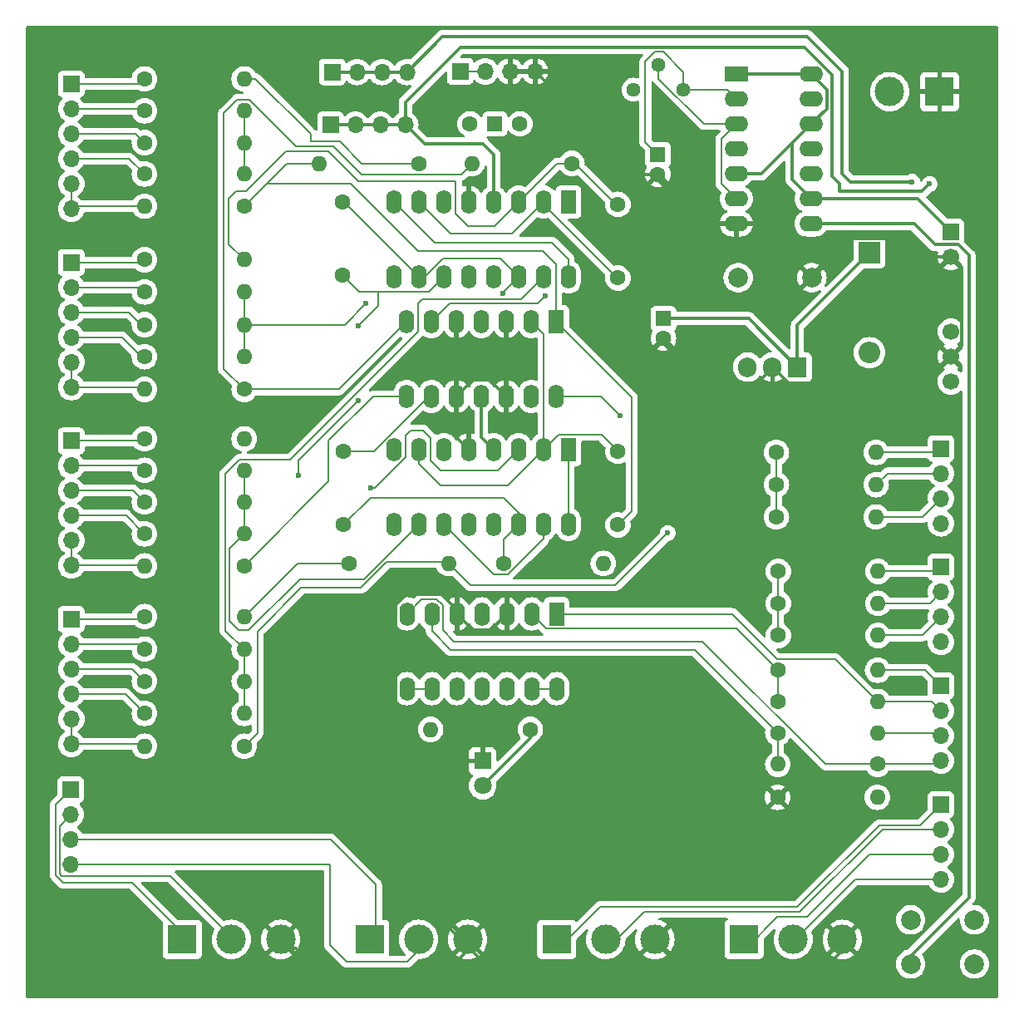
<source format=gbr>
%TF.GenerationSoftware,KiCad,Pcbnew,7.0.11*%
%TF.CreationDate,2025-06-15T15:22:59+10:00*%
%TF.ProjectId,Analog computer,416e616c-6f67-4206-936f-6d7075746572,rev?*%
%TF.SameCoordinates,Original*%
%TF.FileFunction,Copper,L2,Bot*%
%TF.FilePolarity,Positive*%
%FSLAX46Y46*%
G04 Gerber Fmt 4.6, Leading zero omitted, Abs format (unit mm)*
G04 Created by KiCad (PCBNEW 7.0.11) date 2025-06-15 15:22:59*
%MOMM*%
%LPD*%
G01*
G04 APERTURE LIST*
%TA.AperFunction,ComponentPad*%
%ADD10R,1.700000X1.700000*%
%TD*%
%TA.AperFunction,ComponentPad*%
%ADD11O,1.700000X1.700000*%
%TD*%
%TA.AperFunction,ComponentPad*%
%ADD12C,1.600000*%
%TD*%
%TA.AperFunction,ComponentPad*%
%ADD13O,1.600000X1.600000*%
%TD*%
%TA.AperFunction,ComponentPad*%
%ADD14R,1.600000X1.600000*%
%TD*%
%TA.AperFunction,ComponentPad*%
%ADD15R,1.800000X1.800000*%
%TD*%
%TA.AperFunction,ComponentPad*%
%ADD16C,1.800000*%
%TD*%
%TA.AperFunction,ComponentPad*%
%ADD17R,2.200000X2.200000*%
%TD*%
%TA.AperFunction,ComponentPad*%
%ADD18O,2.200000X2.200000*%
%TD*%
%TA.AperFunction,ComponentPad*%
%ADD19R,1.600000X2.400000*%
%TD*%
%TA.AperFunction,ComponentPad*%
%ADD20O,1.600000X2.400000*%
%TD*%
%TA.AperFunction,ComponentPad*%
%ADD21R,2.400000X1.600000*%
%TD*%
%TA.AperFunction,ComponentPad*%
%ADD22O,2.400000X1.600000*%
%TD*%
%TA.AperFunction,ComponentPad*%
%ADD23R,3.000000X3.000000*%
%TD*%
%TA.AperFunction,ComponentPad*%
%ADD24C,3.000000*%
%TD*%
%TA.AperFunction,ComponentPad*%
%ADD25R,1.905000X2.000000*%
%TD*%
%TA.AperFunction,ComponentPad*%
%ADD26O,1.905000X2.000000*%
%TD*%
%TA.AperFunction,ComponentPad*%
%ADD27C,2.000000*%
%TD*%
%TA.AperFunction,ComponentPad*%
%ADD28R,1.500000X1.500000*%
%TD*%
%TA.AperFunction,ComponentPad*%
%ADD29C,1.440000*%
%TD*%
%TA.AperFunction,ComponentPad*%
%ADD30C,1.700000*%
%TD*%
%TA.AperFunction,ViaPad*%
%ADD31C,0.600000*%
%TD*%
%TA.AperFunction,Conductor*%
%ADD32C,0.200000*%
%TD*%
%TA.AperFunction,Conductor*%
%ADD33C,0.350000*%
%TD*%
G04 APERTURE END LIST*
D10*
%TO.P,J2,1,Pin_1*%
%TO.N,+15V*%
X99670000Y-41180000D03*
D11*
%TO.P,J2,2,Pin_2*%
X102210000Y-41180000D03*
%TO.P,J2,3,Pin_3*%
X104750000Y-41180000D03*
%TO.P,J2,4,Pin_4*%
X107290000Y-41180000D03*
%TD*%
D12*
%TO.P,R6,1*%
%TO.N,Net-(U1C-+)*%
X144920000Y-83220000D03*
D13*
%TO.P,R6,2*%
%TO.N,summer A input 2*%
X155080000Y-83220000D03*
%TD*%
D14*
%TO.P,C1,1*%
%TO.N,Net-(C1-Pad1)*%
X132840000Y-49610000D03*
D12*
%TO.P,C1,2*%
%TO.N,GND*%
X132840000Y-51610000D03*
%TD*%
D10*
%TO.P,COEF_A\u002CB1,1,Pin_1*%
%TO.N,Coef A input*%
X73040000Y-114280000D03*
D11*
%TO.P,COEF_A\u002CB1,2,Pin_2*%
%TO.N,Coef A Output*%
X73040000Y-116820000D03*
%TO.P,COEF_A\u002CB1,3,Pin_3*%
%TO.N,Coef B input*%
X73040000Y-119360000D03*
%TO.P,COEF_A\u002CB1,4,Pin_4*%
%TO.N,Coef B Output*%
X73040000Y-121900000D03*
%TD*%
D12*
%TO.P,R5,1*%
%TO.N,Net-(U1C-+)*%
X144920000Y-79930000D03*
D13*
%TO.P,R5,2*%
%TO.N,summer A input 1*%
X155080000Y-79930000D03*
%TD*%
D12*
%TO.P,R33,1*%
%TO.N,initial voltage input D*%
X80550000Y-96650000D03*
D13*
%TO.P,R33,2*%
%TO.N,Net-(C5-Pad2)*%
X90710000Y-96650000D03*
%TD*%
D12*
%TO.P,R3,1*%
%TO.N,Inverter B ouput*%
X155230000Y-111700000D03*
D13*
%TO.P,R3,2*%
%TO.N,Net-(U1B--)*%
X145070000Y-111700000D03*
%TD*%
D12*
%TO.P,C2,1*%
%TO.N,Net-(U4A--)*%
X128778000Y-79816000D03*
%TO.P,C2,2*%
%TO.N,Net-(C2-Pad2)*%
X128778000Y-87316000D03*
%TD*%
%TO.P,R36,1*%
%TO.N,Net-(U1C-+)*%
X144920000Y-86510000D03*
D13*
%TO.P,R36,2*%
%TO.N,summer A input 3 (10x)*%
X155080000Y-86510000D03*
%TD*%
D12*
%TO.P,R9,1*%
%TO.N,int A input 2*%
X80550000Y-48370000D03*
D13*
%TO.P,R9,2*%
%TO.N,Net-(R41-Pad2)*%
X90710000Y-48370000D03*
%TD*%
D15*
%TO.P,D1,1,K*%
%TO.N,GND*%
X114990000Y-111360000D03*
D16*
%TO.P,D1,2,A*%
%TO.N,Net-(D1-A)*%
X114990000Y-113900000D03*
%TD*%
D17*
%TO.P,D2,1,K*%
%TO.N,Net-(D2-K)*%
X154410000Y-59610000D03*
D18*
%TO.P,D2,2,A*%
%TO.N,Net-(D2-A)*%
X154410000Y-69770000D03*
%TD*%
D12*
%TO.P,R29,1*%
%TO.N,int D input 1*%
X80550000Y-99970000D03*
D13*
%TO.P,R29,2*%
%TO.N,Net-(R18-Pad2)*%
X90710000Y-99970000D03*
%TD*%
D19*
%TO.P,U1,1*%
%TO.N,Inverter A ouput*%
X122520000Y-96380000D03*
D20*
%TO.P,U1,2,-*%
%TO.N,Net-(U1A--)*%
X119980000Y-96380000D03*
%TO.P,U1,3,+*%
%TO.N,GND*%
X117440000Y-96380000D03*
%TO.P,U1,4,V+*%
%TO.N,+15V*%
X114900000Y-96380000D03*
%TO.P,U1,5,+*%
%TO.N,GND*%
X112360000Y-96380000D03*
%TO.P,U1,6,-*%
%TO.N,Net-(U1B--)*%
X109820000Y-96380000D03*
%TO.P,U1,7*%
%TO.N,Inverter B ouput*%
X107280000Y-96380000D03*
%TO.P,U1,8*%
%TO.N,Summer A ouput*%
X107280000Y-104000000D03*
%TO.P,U1,9,-*%
X109820000Y-104000000D03*
%TO.P,U1,10,+*%
%TO.N,Net-(U1C-+)*%
X112360000Y-104000000D03*
%TO.P,U1,11,V-*%
%TO.N,-15V*%
X114900000Y-104000000D03*
%TO.P,U1,12,+*%
%TO.N,Net-(U1D-+)*%
X117440000Y-104000000D03*
%TO.P,U1,13,-*%
%TO.N,Summer B ouput*%
X119980000Y-104000000D03*
%TO.P,U1,14*%
X122520000Y-104000000D03*
%TD*%
D12*
%TO.P,R8,1*%
%TO.N,int A input 1*%
X80550000Y-45130000D03*
D13*
%TO.P,R8,2*%
%TO.N,Net-(R41-Pad2)*%
X90710000Y-45130000D03*
%TD*%
D21*
%TO.P,U6,1*%
%TO.N,+5V*%
X140840000Y-41400000D03*
D22*
%TO.P,U6,2*%
%TO.N,Net-(C1-Pad1)*%
X140840000Y-43940000D03*
%TO.P,U6,3*%
%TO.N,Net-(RV5-Pad2)*%
X140840000Y-46480000D03*
%TO.P,U6,4*%
%TO.N,Net-(SW2-C)*%
X140840000Y-49020000D03*
%TO.P,U6,5*%
%TO.N,+5V*%
X140840000Y-51560000D03*
%TO.P,U6,6*%
%TO.N,Net-(RV5-Pad2)*%
X140840000Y-54100000D03*
%TO.P,U6,7,Vss*%
%TO.N,GND*%
X140840000Y-56640000D03*
%TO.P,U6,8*%
%TO.N,Net-(R10-Pad2)*%
X148460000Y-56640000D03*
%TO.P,U6,9*%
%TO.N,+5V*%
X148460000Y-54100000D03*
%TO.P,U6,10*%
%TO.N,Net-(SW2-A)*%
X148460000Y-51560000D03*
%TO.P,U6,11*%
%TO.N,operate switch input*%
X148460000Y-49020000D03*
%TO.P,U6,12*%
%TO.N,+5V*%
X148460000Y-46480000D03*
%TO.P,U6,13*%
%TO.N,TRIG out*%
X148460000Y-43940000D03*
%TO.P,U6,14,Vdd*%
%TO.N,+5V*%
X148460000Y-41400000D03*
%TD*%
D23*
%TO.P,RV1,1,1*%
%TO.N,Coef A input*%
X84408000Y-129538000D03*
D24*
%TO.P,RV1,2,2*%
%TO.N,Coef A Output*%
X89408000Y-129538000D03*
%TO.P,RV1,3,3*%
%TO.N,GND*%
X94408000Y-129538000D03*
%TD*%
D12*
%TO.P,R22,1*%
%TO.N,int C input 1*%
X80550000Y-81750000D03*
D13*
%TO.P,R22,2*%
%TO.N,Net-(R11-Pad2)*%
X90710000Y-81750000D03*
%TD*%
D23*
%TO.P,J3,1,Pin_1*%
%TO.N,GND*%
X161544000Y-43180000D03*
D24*
%TO.P,J3,2,Pin_2*%
%TO.N,Net-(D2-A)*%
X156464000Y-43180000D03*
%TD*%
D12*
%TO.P,R7,1*%
%TO.N,Net-(D1-A)*%
X119850000Y-108160000D03*
D13*
%TO.P,R7,2*%
%TO.N,TRIG out*%
X109690000Y-108160000D03*
%TD*%
D25*
%TO.P,U7,1,IN*%
%TO.N,Net-(D2-K)*%
X147066000Y-71240000D03*
D26*
%TO.P,U7,2,GND*%
%TO.N,GND*%
X144526000Y-71240000D03*
%TO.P,U7,3,OUT*%
%TO.N,+5V*%
X141986000Y-71240000D03*
%TD*%
D12*
%TO.P,R27,1*%
%TO.N,Net-(C4-Pad2)*%
X117130000Y-91240000D03*
D13*
%TO.P,R27,2*%
%TO.N,Net-(R27-Pad2)*%
X127290000Y-91240000D03*
%TD*%
D12*
%TO.P,R37,1*%
%TO.N,Net-(U1D-+)*%
X145110000Y-92050000D03*
D13*
%TO.P,R37,2*%
%TO.N,summer B input 1*%
X155270000Y-92050000D03*
%TD*%
D10*
%TO.P,INT_D1,1,Pin_1*%
%TO.N,initial voltage input D*%
X73090000Y-96932500D03*
D11*
%TO.P,INT_D1,2,Pin_2*%
%TO.N,int D input 1*%
X73090000Y-99472500D03*
%TO.P,INT_D1,3,Pin_3*%
%TO.N,int D input 2*%
X73090000Y-102012500D03*
%TO.P,INT_D1,4,Pin_4*%
%TO.N,int D input 3 (10x)*%
X73090000Y-104552500D03*
%TO.P,INT_D1,5,Pin_5*%
%TO.N,int D output*%
X73090000Y-107092500D03*
%TO.P,INT_D1,6,Pin_6*%
X73090000Y-109632500D03*
%TD*%
D23*
%TO.P,RV2,1,1*%
%TO.N,Coef B input*%
X103474666Y-129538000D03*
D24*
%TO.P,RV2,2,2*%
%TO.N,Coef B Output*%
X108474666Y-129538000D03*
%TO.P,RV2,3,3*%
%TO.N,GND*%
X113474666Y-129538000D03*
%TD*%
D10*
%TO.P,COEF_D\u002CC1,1,Pin_1*%
%TO.N,Coef C input*%
X161690000Y-115790000D03*
D11*
%TO.P,COEF_D\u002CC1,2,Pin_2*%
%TO.N,Coef C Output*%
X161690000Y-118330000D03*
%TO.P,COEF_D\u002CC1,3,Pin_3*%
%TO.N,Coef D input*%
X161690000Y-120870000D03*
%TO.P,COEF_D\u002CC1,4,Pin_4*%
%TO.N,Coef D Output*%
X161690000Y-123410000D03*
%TD*%
D12*
%TO.P,C5,1*%
%TO.N,Net-(U4D--)*%
X100750000Y-54416000D03*
%TO.P,C5,2*%
%TO.N,Net-(C5-Pad2)*%
X100750000Y-61916000D03*
%TD*%
%TO.P,R26,1*%
%TO.N,initial voltage input C*%
X80550000Y-78550000D03*
D13*
%TO.P,R26,2*%
%TO.N,Net-(C4-Pad2)*%
X90710000Y-78550000D03*
%TD*%
D12*
%TO.P,R13,1*%
%TO.N,Net-(R12-Pad2)*%
X108510000Y-50500000D03*
D13*
%TO.P,R13,2*%
%TO.N,Net-(C2-Pad2)*%
X98350000Y-50500000D03*
%TD*%
D27*
%TO.P,SW1,1,1*%
%TO.N,+5V*%
X158590000Y-127544000D03*
X165090000Y-127544000D03*
%TO.P,SW1,2,2*%
%TO.N,Net-(R10-Pad2)*%
X158590000Y-132044000D03*
X165090000Y-132044000D03*
%TD*%
D10*
%TO.P,INVERTER_A\u002CB1,1,Pin_1*%
%TO.N,inverter A input*%
X161690000Y-103703332D03*
D11*
%TO.P,INVERTER_A\u002CB1,2,Pin_2*%
%TO.N,Inverter A ouput*%
X161690000Y-106243332D03*
%TO.P,INVERTER_A\u002CB1,3,Pin_3*%
%TO.N,inverter B input*%
X161690000Y-108783332D03*
%TO.P,INVERTER_A\u002CB1,4,Pin_4*%
%TO.N,Inverter B ouput*%
X161690000Y-111323332D03*
%TD*%
D19*
%TO.P,U3,1*%
%TO.N,TRIG out*%
X123740000Y-79640000D03*
D20*
%TO.P,U3,2*%
%TO.N,Net-(U4A--)*%
X121200000Y-79640000D03*
%TO.P,U3,3*%
%TO.N,Net-(R12-Pad2)*%
X118660000Y-79640000D03*
%TO.P,U3,4,V-*%
%TO.N,-15V*%
X116120000Y-79640000D03*
%TO.P,U3,5,GND*%
%TO.N,GND*%
X113580000Y-79640000D03*
%TO.P,U3,6*%
%TO.N,Net-(R41-Pad2)*%
X111040000Y-79640000D03*
%TO.P,U3,7*%
%TO.N,Net-(U4A--)*%
X108500000Y-79640000D03*
%TO.P,U3,8*%
%TO.N,operate switch input*%
X105960000Y-79640000D03*
%TO.P,U3,9*%
X105960000Y-87260000D03*
%TO.P,U3,10*%
%TO.N,Net-(R11-Pad2)*%
X108500000Y-87260000D03*
%TO.P,U3,11*%
%TO.N,Net-(U4C--)*%
X111040000Y-87260000D03*
%TO.P,U3,12,VL*%
%TO.N,+5V*%
X113580000Y-87260000D03*
%TO.P,U3,13,V+*%
%TO.N,+15V*%
X116120000Y-87260000D03*
%TO.P,U3,14*%
%TO.N,Net-(C4-Pad2)*%
X118660000Y-87260000D03*
%TO.P,U3,15*%
%TO.N,Net-(U4C--)*%
X121200000Y-87260000D03*
%TO.P,U3,16*%
%TO.N,TRIG out*%
X123740000Y-87260000D03*
%TD*%
D12*
%TO.P,R41,1*%
%TO.N,int A input 3 (10x)*%
X80550000Y-51570000D03*
D13*
%TO.P,R41,2*%
%TO.N,Net-(R41-Pad2)*%
X90710000Y-51570000D03*
%TD*%
D12*
%TO.P,R4,1*%
%TO.N,Net-(U1B--)*%
X145070000Y-108503332D03*
D13*
%TO.P,R4,2*%
%TO.N,inverter B input*%
X155230000Y-108503332D03*
%TD*%
D12*
%TO.P,R20,1*%
%TO.N,Net-(C3-Pad2)*%
X124090000Y-50500000D03*
D13*
%TO.P,R20,2*%
%TO.N,Net-(R20-Pad2)*%
X113930000Y-50500000D03*
%TD*%
D10*
%TO.P,J9,1,Pin_1*%
%TO.N,TRIG out*%
X112700000Y-41110000D03*
D11*
%TO.P,J9,2,Pin_2*%
X115240000Y-41110000D03*
%TO.P,J9,3,Pin_3*%
%TO.N,GND*%
X117780000Y-41110000D03*
%TO.P,J9,4,Pin_4*%
X120320000Y-41110000D03*
%TD*%
D12*
%TO.P,R10,1*%
%TO.N,GND*%
X145050000Y-115060000D03*
D13*
%TO.P,R10,2*%
%TO.N,Net-(R10-Pad2)*%
X155210000Y-115060000D03*
%TD*%
D12*
%TO.P,R18,1*%
%TO.N,int D input 3 (10x)*%
X80550000Y-106510000D03*
D13*
%TO.P,R18,2*%
%TO.N,Net-(R18-Pad2)*%
X90710000Y-106510000D03*
%TD*%
D23*
%TO.P,RV3,1,1*%
%TO.N,Coef C input*%
X122541332Y-129538000D03*
D24*
%TO.P,RV3,2,2*%
%TO.N,Coef C Output*%
X127541332Y-129538000D03*
%TO.P,RV3,3,3*%
%TO.N,GND*%
X132541332Y-129538000D03*
%TD*%
D12*
%TO.P,R14,1*%
%TO.N,Net-(C2-Pad2)*%
X90710000Y-54850000D03*
D13*
%TO.P,R14,2*%
%TO.N,int A output*%
X80550000Y-54850000D03*
%TD*%
D12*
%TO.P,R15,1*%
%TO.N,int B input 1*%
X80550000Y-63580000D03*
D13*
%TO.P,R15,2*%
%TO.N,Net-(R15-Pad2)*%
X90710000Y-63580000D03*
%TD*%
D28*
%TO.P,SW2,1,B*%
%TO.N,TRIG out*%
X116250000Y-46460000D03*
D12*
%TO.P,SW2,2,C*%
%TO.N,Net-(SW2-C)*%
X118790000Y-46460000D03*
%TO.P,SW2,3,A*%
%TO.N,Net-(SW2-A)*%
X113710000Y-46460000D03*
%TD*%
D19*
%TO.P,U5,1*%
%TO.N,TRIG out*%
X123740000Y-54430000D03*
D20*
%TO.P,U5,2*%
%TO.N,Net-(U4B--)*%
X121200000Y-54430000D03*
%TO.P,U5,3*%
%TO.N,Net-(C3-Pad2)*%
X118660000Y-54430000D03*
%TO.P,U5,4,V-*%
%TO.N,-15V*%
X116120000Y-54430000D03*
%TO.P,U5,5,GND*%
%TO.N,GND*%
X113580000Y-54430000D03*
%TO.P,U5,6*%
%TO.N,Net-(R15-Pad2)*%
X111040000Y-54430000D03*
%TO.P,U5,7*%
%TO.N,Net-(U4B--)*%
X108500000Y-54430000D03*
%TO.P,U5,8*%
%TO.N,operate switch input*%
X105960000Y-54430000D03*
%TO.P,U5,9*%
%TO.N,TRIG out*%
X105960000Y-62050000D03*
%TO.P,U5,10*%
%TO.N,Net-(U4D--)*%
X108500000Y-62050000D03*
%TO.P,U5,11*%
%TO.N,Net-(C5-Pad2)*%
X111040000Y-62050000D03*
%TO.P,U5,12,VL*%
%TO.N,+5V*%
X113580000Y-62050000D03*
%TO.P,U5,13,V+*%
%TO.N,+15V*%
X116120000Y-62050000D03*
%TO.P,U5,14*%
%TO.N,Net-(U4D--)*%
X118660000Y-62050000D03*
%TO.P,U5,15*%
%TO.N,Net-(R18-Pad2)*%
X121200000Y-62050000D03*
%TO.P,U5,16*%
%TO.N,operate switch input*%
X123740000Y-62050000D03*
%TD*%
D12*
%TO.P,R21,1*%
%TO.N,Net-(R20-Pad2)*%
X90710000Y-73510000D03*
D13*
%TO.P,R21,2*%
%TO.N,int B output*%
X80550000Y-73510000D03*
%TD*%
D23*
%TO.P,RV4,1,1*%
%TO.N,Coef D input*%
X141628000Y-129538000D03*
D24*
%TO.P,RV4,2,2*%
%TO.N,Coef D Output*%
X146628000Y-129538000D03*
%TO.P,RV4,3,3*%
%TO.N,GND*%
X151628000Y-129538000D03*
%TD*%
D12*
%TO.P,R19,1*%
%TO.N,initial voltage input B*%
X80550000Y-60300000D03*
D13*
%TO.P,R19,2*%
%TO.N,Net-(C3-Pad2)*%
X90710000Y-60300000D03*
%TD*%
D12*
%TO.P,R35,1*%
%TO.N,Net-(R34-Pad2)*%
X90710000Y-109860000D03*
D13*
%TO.P,R35,2*%
%TO.N,int D output*%
X80550000Y-109860000D03*
%TD*%
D27*
%TO.P,C8,1*%
%TO.N,+5V*%
X141030000Y-62130000D03*
%TO.P,C8,2*%
%TO.N,GND*%
X148530000Y-62130000D03*
%TD*%
D10*
%TO.P,SUMMER_A1,1,Pin_1*%
%TO.N,summer A input 1*%
X161690000Y-79530000D03*
D11*
%TO.P,SUMMER_A1,2,Pin_2*%
%TO.N,summer A input 2*%
X161690000Y-82070000D03*
%TO.P,SUMMER_A1,3,Pin_3*%
%TO.N,summer A input 3 (10x)*%
X161690000Y-84610000D03*
%TO.P,SUMMER_A1,4,Pin_4*%
%TO.N,Summer A ouput*%
X161690000Y-87150000D03*
%TD*%
D14*
%TO.P,C7,1*%
%TO.N,Net-(D2-K)*%
X133410000Y-66310000D03*
D12*
%TO.P,C7,2*%
%TO.N,GND*%
X133410000Y-68310000D03*
%TD*%
%TO.P,C4,1*%
%TO.N,Net-(U4C--)*%
X100838000Y-79816000D03*
%TO.P,C4,2*%
%TO.N,Net-(C4-Pad2)*%
X100838000Y-87316000D03*
%TD*%
%TO.P,R28,1*%
%TO.N,Net-(R27-Pad2)*%
X90710000Y-91500000D03*
D13*
%TO.P,R28,2*%
%TO.N,int C output*%
X80550000Y-91500000D03*
%TD*%
D10*
%TO.P,J1,1,Pin_1*%
%TO.N,-15V*%
X99490000Y-46560000D03*
D11*
%TO.P,J1,2,Pin_2*%
X102030000Y-46560000D03*
%TO.P,J1,3,Pin_3*%
X104570000Y-46560000D03*
%TO.P,J1,4,Pin_4*%
X107110000Y-46560000D03*
%TD*%
D12*
%TO.P,R40,1*%
%TO.N,Net-(U1D-+)*%
X145110000Y-98570000D03*
D13*
%TO.P,R40,2*%
%TO.N,summer B input 3 (10x)*%
X155270000Y-98570000D03*
%TD*%
D29*
%TO.P,RV5,1,1*%
%TO.N,Net-(C1-Pad1)*%
X135460000Y-42980000D03*
%TO.P,RV5,2,2*%
%TO.N,Net-(RV5-Pad2)*%
X132920000Y-40440000D03*
%TO.P,RV5,3,3*%
%TO.N,unconnected-(RV5-Pad3)*%
X130380000Y-42980000D03*
%TD*%
D12*
%TO.P,R34,1*%
%TO.N,Net-(C5-Pad2)*%
X101350000Y-91240000D03*
D13*
%TO.P,R34,2*%
%TO.N,Net-(R34-Pad2)*%
X111510000Y-91240000D03*
%TD*%
D12*
%TO.P,R11,1*%
%TO.N,int C input 3 (10x)*%
X80550000Y-88230000D03*
D13*
%TO.P,R11,2*%
%TO.N,Net-(R11-Pad2)*%
X90710000Y-88230000D03*
%TD*%
D12*
%TO.P,R38,1*%
%TO.N,Net-(U1D-+)*%
X145110000Y-95310000D03*
D13*
%TO.P,R38,2*%
%TO.N,summer B input 2*%
X155270000Y-95310000D03*
%TD*%
D12*
%TO.P,R16,1*%
%TO.N,int B input 2*%
X80550000Y-66920000D03*
D13*
%TO.P,R16,2*%
%TO.N,Net-(R15-Pad2)*%
X90710000Y-66920000D03*
%TD*%
D12*
%TO.P,R2,1*%
%TO.N,Net-(U1A--)*%
X145070000Y-105306666D03*
D13*
%TO.P,R2,2*%
%TO.N,Inverter A ouput*%
X155230000Y-105306666D03*
%TD*%
D12*
%TO.P,R12,1*%
%TO.N,initial voltage input A*%
X80550000Y-41890000D03*
D13*
%TO.P,R12,2*%
%TO.N,Net-(R12-Pad2)*%
X90710000Y-41890000D03*
%TD*%
D12*
%TO.P,R30,1*%
%TO.N,int D input 2*%
X80550000Y-103240000D03*
D13*
%TO.P,R30,2*%
%TO.N,Net-(R18-Pad2)*%
X90710000Y-103240000D03*
%TD*%
D10*
%TO.P,U2,1,VIN+*%
%TO.N,+5V*%
X162690000Y-57460000D03*
D30*
%TO.P,U2,2,VIN-*%
%TO.N,GND*%
X162690000Y-60000000D03*
%TO.P,U2,4,VOUT-*%
%TO.N,-15V*%
X162690000Y-67620000D03*
%TO.P,U2,5,0V*%
%TO.N,GND*%
X162690000Y-70160000D03*
%TO.P,U2,6,VOUT+*%
%TO.N,+15V*%
X162690000Y-72700000D03*
%TD*%
D19*
%TO.P,U4,1*%
%TO.N,Net-(C2-Pad2)*%
X122490000Y-66610000D03*
D20*
%TO.P,U4,2,-*%
%TO.N,Net-(U4A--)*%
X119950000Y-66610000D03*
%TO.P,U4,3,+*%
%TO.N,GND*%
X117410000Y-66610000D03*
%TO.P,U4,4,V+*%
%TO.N,+15V*%
X114870000Y-66610000D03*
%TO.P,U4,5,+*%
%TO.N,GND*%
X112330000Y-66610000D03*
%TO.P,U4,6,-*%
%TO.N,Net-(U4B--)*%
X109790000Y-66610000D03*
%TO.P,U4,7*%
%TO.N,Net-(R20-Pad2)*%
X107250000Y-66610000D03*
%TO.P,U4,8*%
%TO.N,Net-(R27-Pad2)*%
X107250000Y-74230000D03*
%TO.P,U4,9,-*%
%TO.N,Net-(U4C--)*%
X109790000Y-74230000D03*
%TO.P,U4,10,+*%
%TO.N,GND*%
X112330000Y-74230000D03*
%TO.P,U4,11,V-*%
%TO.N,-15V*%
X114870000Y-74230000D03*
%TO.P,U4,12,+*%
%TO.N,GND*%
X117410000Y-74230000D03*
%TO.P,U4,13,-*%
%TO.N,Net-(U4D--)*%
X119950000Y-74230000D03*
%TO.P,U4,14*%
%TO.N,Net-(R34-Pad2)*%
X122490000Y-74230000D03*
%TD*%
D10*
%TO.P,INT_C1,1,Pin_1*%
%TO.N,initial voltage input C*%
X73090000Y-78755000D03*
D11*
%TO.P,INT_C1,2,Pin_2*%
%TO.N,int C input 1*%
X73090000Y-81295000D03*
%TO.P,INT_C1,3,Pin_3*%
%TO.N,int C input 2*%
X73090000Y-83835000D03*
%TO.P,INT_C1,4,Pin_4*%
%TO.N,int C input 3 (10x)*%
X73090000Y-86375000D03*
%TO.P,INT_C1,5,Pin_5*%
%TO.N,int C output*%
X73090000Y-88915000D03*
%TO.P,INT_C1,6,Pin_6*%
X73090000Y-91455000D03*
%TD*%
D12*
%TO.P,C3,1*%
%TO.N,Net-(U4B--)*%
X128778000Y-62170000D03*
%TO.P,C3,2*%
%TO.N,Net-(C3-Pad2)*%
X128778000Y-54670000D03*
%TD*%
D10*
%TO.P,INT_A1,1,Pin_1*%
%TO.N,initial voltage input A*%
X73090000Y-42400000D03*
D11*
%TO.P,INT_A1,2,Pin_2*%
%TO.N,int A input 1*%
X73090000Y-44940000D03*
%TO.P,INT_A1,3,Pin_3*%
%TO.N,int A input 2*%
X73090000Y-47480000D03*
%TO.P,INT_A1,4,Pin_4*%
%TO.N,int A input 3 (10x)*%
X73090000Y-50020000D03*
%TO.P,INT_A1,5,Pin_5*%
%TO.N,int A output*%
X73090000Y-52560000D03*
%TO.P,INT_A1,6,Pin_6*%
X73090000Y-55100000D03*
%TD*%
D12*
%TO.P,R1,1*%
%TO.N,Net-(U1A--)*%
X145070000Y-102110000D03*
D13*
%TO.P,R1,2*%
%TO.N,inverter A input*%
X155230000Y-102110000D03*
%TD*%
D10*
%TO.P,SUMMER_B1,1,Pin_1*%
%TO.N,summer B input 1*%
X161690000Y-91616666D03*
D11*
%TO.P,SUMMER_B1,2,Pin_2*%
%TO.N,summer B input 2*%
X161690000Y-94156666D03*
%TO.P,SUMMER_B1,3,Pin_3*%
%TO.N,summer B input 3 (10x)*%
X161690000Y-96696666D03*
%TO.P,SUMMER_B1,4,Pin_4*%
%TO.N,Summer B ouput*%
X161690000Y-99236666D03*
%TD*%
D12*
%TO.P,R23,1*%
%TO.N,int C input 2*%
X80550000Y-84980000D03*
D13*
%TO.P,R23,2*%
%TO.N,Net-(R11-Pad2)*%
X90710000Y-84980000D03*
%TD*%
D12*
%TO.P,R42,1*%
%TO.N,int B input 3 (10x)*%
X80550000Y-70180000D03*
D13*
%TO.P,R42,2*%
%TO.N,Net-(R15-Pad2)*%
X90710000Y-70180000D03*
%TD*%
D10*
%TO.P,INT_B1,1,Pin_1*%
%TO.N,initial voltage input B*%
X73090000Y-60577500D03*
D11*
%TO.P,INT_B1,2,Pin_2*%
%TO.N,int B input 1*%
X73090000Y-63117500D03*
%TO.P,INT_B1,3,Pin_3*%
%TO.N,int B input 2*%
X73090000Y-65657500D03*
%TO.P,INT_B1,4,Pin_4*%
%TO.N,int B input 3 (10x)*%
X73090000Y-68197500D03*
%TO.P,INT_B1,5,Pin_5*%
%TO.N,int B output*%
X73090000Y-70737500D03*
%TO.P,INT_B1,6,Pin_6*%
X73090000Y-73277500D03*
%TD*%
D31*
%TO.N,Net-(U4B--)*%
X121412000Y-64008000D03*
%TO.N,Net-(U4D--)*%
X117094000Y-63770000D03*
%TO.N,Net-(C5-Pad2)*%
X96266000Y-82296000D03*
X102362000Y-74676000D03*
X102362000Y-67056000D03*
%TO.N,Net-(R12-Pad2)*%
X103632000Y-83566000D03*
%TO.N,Net-(R15-Pad2)*%
X103124000Y-64770000D03*
%TO.N,Net-(R34-Pad2)*%
X133858000Y-88138000D03*
X129032000Y-76200000D03*
%TO.N,+15V*%
X158750000Y-52352182D03*
%TO.N,-15V*%
X160528000Y-52578000D03*
%TD*%
D32*
%TO.N,Net-(U4A--)*%
X110744000Y-83312000D02*
X117528000Y-83312000D01*
X108500000Y-81068000D02*
X110744000Y-83312000D01*
X121200000Y-67860000D02*
X121200000Y-79640000D01*
X122700000Y-78140000D02*
X121200000Y-79640000D01*
X127102000Y-78140000D02*
X122700000Y-78140000D01*
X108500000Y-79640000D02*
X108500000Y-81068000D01*
X119950000Y-66610000D02*
X121200000Y-67860000D01*
X128700000Y-79738000D02*
X127102000Y-78140000D01*
X117528000Y-83312000D02*
X121200000Y-79640000D01*
%TO.N,Net-(C2-Pad2)*%
X130200000Y-74320000D02*
X122490000Y-66610000D01*
X121158000Y-59436000D02*
X122490000Y-60768000D01*
X128700000Y-87394000D02*
X130200000Y-85894000D01*
X92982000Y-52578000D02*
X101600000Y-52578000D01*
X95060000Y-50500000D02*
X90710000Y-54850000D01*
X108458000Y-59436000D02*
X121158000Y-59436000D01*
X98350000Y-50500000D02*
X95060000Y-50500000D01*
X90710000Y-54850000D02*
X92982000Y-52578000D01*
X101600000Y-52578000D02*
X108458000Y-59436000D01*
X130200000Y-85894000D02*
X130200000Y-74320000D01*
X122490000Y-60768000D02*
X122490000Y-66610000D01*
%TO.N,Net-(U4B--)*%
X111728000Y-57658000D02*
X108500000Y-54430000D01*
X117972000Y-57658000D02*
X111728000Y-57658000D01*
X128590000Y-62058000D02*
X128590000Y-62170000D01*
X121200000Y-54430000D02*
X117972000Y-57658000D01*
X120650000Y-64770000D02*
X121412000Y-64008000D01*
X111630000Y-64770000D02*
X120650000Y-64770000D01*
X121200000Y-54668000D02*
X128590000Y-62058000D01*
X121200000Y-54430000D02*
X121200000Y-54668000D01*
X109790000Y-66610000D02*
X111630000Y-64770000D01*
%TO.N,Net-(C3-Pad2)*%
X102362000Y-52324000D02*
X112268000Y-52324000D01*
X113538000Y-56896000D02*
X116194000Y-56896000D01*
X99314000Y-49276000D02*
X102362000Y-52324000D01*
X89154000Y-58744000D02*
X89154000Y-54102000D01*
X112268000Y-52324000D02*
X112268000Y-55626000D01*
X90710000Y-60300000D02*
X89154000Y-58744000D01*
X89916000Y-53340000D02*
X90932000Y-53340000D01*
X124090000Y-50500000D02*
X122590000Y-50500000D01*
X128590000Y-54670000D02*
X124420000Y-50500000D01*
X112268000Y-55626000D02*
X113538000Y-56896000D01*
X124420000Y-50500000D02*
X124090000Y-50500000D01*
X89154000Y-54102000D02*
X89916000Y-53340000D01*
X94996000Y-49276000D02*
X99314000Y-49276000D01*
X90932000Y-53340000D02*
X94996000Y-49276000D01*
X116194000Y-56896000D02*
X118660000Y-54430000D01*
X122590000Y-50500000D02*
X118660000Y-54430000D01*
%TO.N,Net-(U4C--)*%
X117585635Y-92340000D02*
X121200000Y-88725635D01*
X116120000Y-92340000D02*
X117585635Y-92340000D01*
X121200000Y-88725635D02*
X121200000Y-87260000D01*
X103894000Y-79816000D02*
X109480000Y-74230000D01*
X111040000Y-87260000D02*
X116120000Y-92340000D01*
X100838000Y-79816000D02*
X103894000Y-79816000D01*
%TO.N,Net-(C4-Pad2)*%
X118660000Y-86128630D02*
X118660000Y-87260000D01*
X103572000Y-84582000D02*
X117113370Y-84582000D01*
X117130000Y-91240000D02*
X117130000Y-88790000D01*
X117113370Y-84582000D02*
X118660000Y-86128630D01*
X100838000Y-87316000D02*
X103572000Y-84582000D01*
X117130000Y-88790000D02*
X118660000Y-87260000D01*
%TO.N,Net-(U4D--)*%
X108500000Y-62050000D02*
X109084365Y-62050000D01*
X117094000Y-63616000D02*
X118660000Y-62050000D01*
X100750000Y-54416000D02*
X100866000Y-54416000D01*
X109084365Y-62050000D02*
X110936365Y-60198000D01*
X110936365Y-60198000D02*
X116808000Y-60198000D01*
X117094000Y-63770000D02*
X117094000Y-63616000D01*
X100866000Y-54416000D02*
X108500000Y-62050000D01*
X116808000Y-60198000D02*
X118660000Y-62050000D01*
%TO.N,Net-(C5-Pad2)*%
X102384000Y-63550000D02*
X104394000Y-63550000D01*
X104394000Y-63550000D02*
X109540000Y-63550000D01*
X104394000Y-65024000D02*
X104394000Y-63550000D01*
X96266000Y-80714314D02*
X102304314Y-74676000D01*
X96266000Y-82296000D02*
X96266000Y-80714314D01*
X102362000Y-67056000D02*
X104394000Y-65024000D01*
X101350000Y-91240000D02*
X96120000Y-91240000D01*
X96120000Y-91240000D02*
X90710000Y-96650000D01*
X100750000Y-61916000D02*
X102384000Y-63550000D01*
X102362000Y-74676000D02*
X102362000Y-74618314D01*
X109540000Y-63550000D02*
X111040000Y-62050000D01*
X102362000Y-74618314D02*
X102333157Y-74647157D01*
X102304314Y-74676000D02*
X102362000Y-74676000D01*
%TO.N,Net-(U1A--)*%
X140840000Y-97880000D02*
X121480000Y-97880000D01*
X145070000Y-102110000D02*
X140840000Y-97880000D01*
X145070000Y-105306666D02*
X145070000Y-102110000D01*
X121480000Y-97880000D02*
X119980000Y-96380000D01*
%TO.N,inverter A input*%
X155230000Y-102110000D02*
X160096668Y-102110000D01*
X160096668Y-102110000D02*
X161690000Y-103703332D01*
%TO.N,Inverter A ouput*%
X155230000Y-105306666D02*
X150933334Y-101010000D01*
X160753334Y-105306666D02*
X161690000Y-106243332D01*
X145020000Y-101010000D02*
X140390000Y-96380000D01*
X155230000Y-105306666D02*
X160753334Y-105306666D01*
X150933334Y-101010000D02*
X145020000Y-101010000D01*
X140390000Y-96380000D02*
X122520000Y-96380000D01*
%TO.N,Inverter B ouput*%
X108780000Y-94880000D02*
X107280000Y-96380000D01*
X137390000Y-99190000D02*
X112090000Y-99190000D01*
X110275635Y-94880000D02*
X108780000Y-94880000D01*
X110920000Y-98020000D02*
X110920000Y-95524365D01*
X155230000Y-111700000D02*
X161313332Y-111700000D01*
X110920000Y-95524365D02*
X110275635Y-94880000D01*
X161313332Y-111700000D02*
X161690000Y-111323332D01*
X149900000Y-111700000D02*
X137390000Y-99190000D01*
X112090000Y-99190000D02*
X110920000Y-98020000D01*
X155230000Y-111700000D02*
X149900000Y-111700000D01*
%TO.N,Net-(U1B--)*%
X145070000Y-108503332D02*
X136642668Y-100076000D01*
X111760000Y-100076000D02*
X109820000Y-98136000D01*
X109820000Y-98136000D02*
X109820000Y-96380000D01*
X136642668Y-100076000D02*
X111760000Y-100076000D01*
X145070000Y-108503332D02*
X145070000Y-111700000D01*
%TO.N,inverter B input*%
X155230000Y-108503332D02*
X161410000Y-108503332D01*
X161410000Y-108503332D02*
X161690000Y-108783332D01*
%TO.N,Net-(U1C-+)*%
X144920000Y-86510000D02*
X144920000Y-83220000D01*
X144920000Y-83220000D02*
X144920000Y-79930000D01*
%TO.N,summer A input 1*%
X155080000Y-79930000D02*
X161290000Y-79930000D01*
X161290000Y-79930000D02*
X161690000Y-79530000D01*
%TO.N,summer A input 2*%
X156230000Y-82070000D02*
X155080000Y-83220000D01*
X161690000Y-82070000D02*
X156230000Y-82070000D01*
%TO.N,int A input 1*%
X80350000Y-44940000D02*
X80540000Y-45130000D01*
X73090000Y-44940000D02*
X80350000Y-44940000D01*
%TO.N,int A input 2*%
X73090000Y-47480000D02*
X79640000Y-47480000D01*
X79640000Y-47480000D02*
X80530000Y-48370000D01*
%TO.N,Net-(R11-Pad2)*%
X102900000Y-92860000D02*
X108500000Y-87260000D01*
X90710000Y-84980000D02*
X90710000Y-81750000D01*
X91186000Y-98044000D02*
X96370000Y-92860000D01*
X90170000Y-98044000D02*
X91186000Y-98044000D01*
X89210000Y-89730000D02*
X89210000Y-97084000D01*
X89210000Y-97084000D02*
X90170000Y-98044000D01*
X90710000Y-88230000D02*
X90710000Y-84980000D01*
X90710000Y-88230000D02*
X89210000Y-89730000D01*
X96370000Y-92860000D02*
X102900000Y-92860000D01*
%TO.N,Net-(R12-Pad2)*%
X100420000Y-48260000D02*
X102660000Y-50500000D01*
X107696000Y-77724000D02*
X107188000Y-78232000D01*
X102660000Y-50500000D02*
X108510000Y-50500000D01*
X116512000Y-81788000D02*
X110744000Y-81788000D01*
X90710000Y-41890000D02*
X91841370Y-41890000D01*
X104022314Y-83566000D02*
X103632000Y-83566000D01*
X118660000Y-79640000D02*
X116512000Y-81788000D01*
X109728000Y-80772000D02*
X109728000Y-78486000D01*
X107188000Y-78232000D02*
X107188000Y-80400314D01*
X97460000Y-48260000D02*
X100420000Y-48260000D01*
X110744000Y-81788000D02*
X109728000Y-80772000D01*
X109728000Y-78486000D02*
X108966000Y-77724000D01*
X107188000Y-80400314D02*
X104022314Y-83566000D01*
X91841370Y-41890000D02*
X97460000Y-47508630D01*
X97460000Y-47508630D02*
X97460000Y-48260000D01*
X108966000Y-77724000D02*
X107696000Y-77724000D01*
%TO.N,int A output*%
X80520000Y-54850000D02*
X73340000Y-54850000D01*
X73090000Y-52560000D02*
X73090000Y-55100000D01*
X73340000Y-54850000D02*
X73090000Y-55100000D01*
%TO.N,int B input 1*%
X73090000Y-63117500D02*
X79767500Y-63117500D01*
X79767500Y-63117500D02*
X80230000Y-63580000D01*
%TO.N,Net-(R15-Pad2)*%
X90710000Y-70180000D02*
X90710000Y-64104365D01*
X90710000Y-66920000D02*
X100974000Y-66920000D01*
X90710000Y-66920000D02*
X90710000Y-70180000D01*
X100974000Y-66920000D02*
X103124000Y-64770000D01*
X90710000Y-63580000D02*
X90710000Y-66920000D01*
%TO.N,int B input 2*%
X78967500Y-65657500D02*
X80230000Y-66920000D01*
X73090000Y-65657500D02*
X78967500Y-65657500D01*
%TO.N,Net-(R18-Pad2)*%
X108458000Y-67602000D02*
X108458000Y-64770000D01*
X90710000Y-99970000D02*
X90710000Y-103240000D01*
X108858000Y-64370000D02*
X118880000Y-64370000D01*
X90710000Y-99970000D02*
X88810000Y-98070000D01*
X95410000Y-80650000D02*
X108458000Y-67602000D01*
X88810000Y-98070000D02*
X88810000Y-82090000D01*
X88810000Y-82090000D02*
X90250000Y-80650000D01*
X90710000Y-103240000D02*
X90710000Y-106510000D01*
X118880000Y-64370000D02*
X121200000Y-62050000D01*
X90250000Y-80650000D02*
X95410000Y-80650000D01*
X108458000Y-64770000D02*
X108858000Y-64370000D01*
%TO.N,Net-(R20-Pad2)*%
X100350000Y-73510000D02*
X107250000Y-66610000D01*
X91210000Y-44030000D02*
X90000000Y-44030000D01*
X88646000Y-71446000D02*
X90710000Y-73510000D01*
X90710000Y-73510000D02*
X100350000Y-73510000D01*
X90000000Y-44030000D02*
X88646000Y-45384000D01*
X113930000Y-50500000D02*
X112830000Y-51600000D01*
X99822000Y-48768000D02*
X95948000Y-48768000D01*
X95948000Y-48768000D02*
X91210000Y-44030000D01*
X112830000Y-51600000D02*
X102654000Y-51600000D01*
X88646000Y-45384000D02*
X88646000Y-71446000D01*
X102654000Y-51600000D02*
X99822000Y-48768000D01*
%TO.N,int B output*%
X73090000Y-70737500D02*
X73090000Y-73277500D01*
X79997500Y-73277500D02*
X80230000Y-73510000D01*
X73090000Y-73277500D02*
X79997500Y-73277500D01*
%TO.N,int C input 1*%
X80065000Y-81295000D02*
X80520000Y-81750000D01*
X73090000Y-81295000D02*
X80065000Y-81295000D01*
%TO.N,int C input 2*%
X79395000Y-83835000D02*
X80540000Y-84980000D01*
X73090000Y-83835000D02*
X79395000Y-83835000D01*
%TO.N,Net-(R27-Pad2)*%
X90710000Y-91500000D02*
X99314000Y-82896000D01*
X99314000Y-78740000D02*
X103824000Y-74230000D01*
X99314000Y-82896000D02*
X99314000Y-78740000D01*
X103824000Y-74230000D02*
X107250000Y-74230000D01*
%TO.N,int C output*%
X73090000Y-88915000D02*
X73090000Y-91455000D01*
X80465000Y-91455000D02*
X80510000Y-91500000D01*
X73090000Y-91455000D02*
X80465000Y-91455000D01*
%TO.N,int D input 1*%
X80052500Y-99472500D02*
X80550000Y-99970000D01*
X73090000Y-99472500D02*
X80052500Y-99472500D01*
%TO.N,int D input 2*%
X73090000Y-102012500D02*
X79322500Y-102012500D01*
X79322500Y-102012500D02*
X80550000Y-103240000D01*
%TO.N,Net-(R34-Pad2)*%
X122490000Y-74230000D02*
X127062000Y-74230000D01*
X90710000Y-109860000D02*
X92080000Y-108490000D01*
X111510000Y-91240000D02*
X113742000Y-93472000D01*
X92080000Y-108490000D02*
X92080000Y-98166000D01*
X102599686Y-93726000D02*
X105235686Y-91090000D01*
X113742000Y-93472000D02*
X128524000Y-93472000D01*
X127062000Y-74230000D02*
X129032000Y-76200000D01*
X92080000Y-98166000D02*
X96520000Y-93726000D01*
X96520000Y-93726000D02*
X102599686Y-93726000D01*
X128524000Y-93472000D02*
X133858000Y-88138000D01*
X105235686Y-91090000D02*
X111730000Y-91090000D01*
%TO.N,int D output*%
X80322500Y-109632500D02*
X80550000Y-109860000D01*
X73090000Y-109632500D02*
X73090000Y-107092500D01*
X73090000Y-109632500D02*
X80322500Y-109632500D01*
%TO.N,Net-(C1-Pad1)*%
X133359000Y-39125000D02*
X135460000Y-41226000D01*
X139880000Y-42980000D02*
X140840000Y-43940000D01*
X135460000Y-42980000D02*
X139880000Y-42980000D01*
X131572000Y-40132000D02*
X132579000Y-39125000D01*
X132579000Y-39125000D02*
X133359000Y-39125000D01*
X131572000Y-48342000D02*
X131572000Y-40132000D01*
X135460000Y-41226000D02*
X135460000Y-42980000D01*
X132840000Y-49610000D02*
X131572000Y-48342000D01*
%TO.N,Net-(U1D-+)*%
X145110000Y-98570000D02*
X145110000Y-95310000D01*
X145110000Y-92050000D02*
X145110000Y-95310000D01*
%TO.N,summer B input 1*%
X161256666Y-92050000D02*
X161690000Y-91616666D01*
X155270000Y-92050000D02*
X161256666Y-92050000D01*
%TO.N,summer B input 2*%
X160536666Y-95310000D02*
X161690000Y-94156666D01*
X155270000Y-95310000D02*
X160536666Y-95310000D01*
%TO.N,TRIG out*%
X123740000Y-87260000D02*
X123740000Y-79640000D01*
X112700000Y-41110000D02*
X115240000Y-41110000D01*
%TO.N,Coef A input*%
X71490000Y-115830000D02*
X73040000Y-114280000D01*
X79306668Y-123790000D02*
X72284314Y-123790000D01*
X84610000Y-129093332D02*
X79306668Y-123790000D01*
X72284314Y-123790000D02*
X71490000Y-122995686D01*
X71490000Y-122995686D02*
X71490000Y-115830000D01*
%TO.N,Coef A Output*%
X72110000Y-123050000D02*
X71890000Y-122830000D01*
X89610000Y-129488000D02*
X83172000Y-123050000D01*
X71890000Y-122830000D02*
X71890000Y-117970000D01*
X83172000Y-123050000D02*
X72110000Y-123050000D01*
X71890000Y-117970000D02*
X73040000Y-116820000D01*
D33*
%TO.N,GND*%
X135393000Y-132345000D02*
X149955000Y-132345000D01*
D32*
X163740000Y-61050000D02*
X163740000Y-66570000D01*
D33*
X144550000Y-71240000D02*
X146462000Y-73152000D01*
X137370000Y-56640000D02*
X132840000Y-52110000D01*
X132586000Y-129538000D02*
X135393000Y-132345000D01*
X98261668Y-132745000D02*
X111401666Y-132745000D01*
X157265000Y-58135000D02*
X152180894Y-58135000D01*
X149955000Y-132345000D02*
X151830000Y-130470000D01*
X117780000Y-41110000D02*
X120320000Y-41110000D01*
X117410000Y-66610000D02*
X117410000Y-74230000D01*
X143040000Y-56640000D02*
X140840000Y-56640000D01*
X115551666Y-132345000D02*
X129734332Y-132345000D01*
X115776000Y-98044000D02*
X117440000Y-96380000D01*
X94610000Y-130470000D02*
X95986668Y-130470000D01*
X148185894Y-61785894D02*
X143040000Y-56640000D01*
X114990000Y-111360000D02*
X106175000Y-111360000D01*
X162690000Y-60000000D02*
X159130000Y-60000000D01*
X112330000Y-74230000D02*
X112330000Y-66610000D01*
X132840000Y-52110000D02*
X132840000Y-51610000D01*
X132840000Y-51610000D02*
X130820000Y-51610000D01*
X115700000Y-72520000D02*
X117410000Y-74230000D01*
X112330000Y-74230000D02*
X112330000Y-78390000D01*
X112330000Y-74230000D02*
X114040000Y-72520000D01*
X112360000Y-95980000D02*
X110785000Y-94405000D01*
X106175000Y-111360000D02*
X106105000Y-111430000D01*
X114024000Y-98044000D02*
X115776000Y-98044000D01*
X144550000Y-71287500D02*
X142685500Y-73152000D01*
X144550000Y-71240000D02*
X144550000Y-71287500D01*
X162690000Y-60000000D02*
X163815000Y-61125000D01*
X112360000Y-96380000D02*
X112360000Y-95980000D01*
X114040000Y-72520000D02*
X115700000Y-72520000D01*
X113676666Y-130470000D02*
X115551666Y-132345000D01*
D32*
X162690000Y-60000000D02*
X163740000Y-61050000D01*
D33*
X107193299Y-94405000D02*
X106105000Y-95493299D01*
X140840000Y-56640000D02*
X137370000Y-56640000D01*
X106105000Y-95493299D02*
X106105000Y-111430000D01*
X163815000Y-61125000D02*
X163815000Y-69035000D01*
X112330000Y-78390000D02*
X113580000Y-79640000D01*
X106105000Y-111430000D02*
X106105000Y-122898334D01*
X137752000Y-73152000D02*
X133410000Y-68810000D01*
X95986668Y-130470000D02*
X98261668Y-132745000D01*
X129734332Y-132345000D02*
X132541332Y-129538000D01*
X142685500Y-73152000D02*
X137752000Y-73152000D01*
X152180894Y-58135000D02*
X148530000Y-61785894D01*
X111401666Y-132745000D02*
X113676666Y-130470000D01*
X163815000Y-69035000D02*
X162690000Y-70160000D01*
X163815000Y-66645000D02*
X163815000Y-69035000D01*
X130820000Y-51610000D02*
X120320000Y-41110000D01*
X106105000Y-122898334D02*
X113676666Y-130470000D01*
X159130000Y-60000000D02*
X157265000Y-58135000D01*
X146462000Y-73152000D02*
X159698000Y-73152000D01*
X148530000Y-61785894D02*
X148185894Y-61785894D01*
X159698000Y-73152000D02*
X162690000Y-70160000D01*
X110785000Y-94405000D02*
X107193299Y-94405000D01*
X112360000Y-96380000D02*
X114024000Y-98044000D01*
X132541332Y-129538000D02*
X132586000Y-129538000D01*
D32*
%TO.N,Coef B input*%
X99530000Y-119360000D02*
X73040000Y-119360000D01*
X104140000Y-130006666D02*
X104140000Y-123970000D01*
X104140000Y-123970000D02*
X99530000Y-119360000D01*
%TO.N,Coef B Output*%
X99450000Y-130140000D02*
X99450000Y-122010000D01*
X108676666Y-130470000D02*
X107320666Y-131826000D01*
X107320666Y-131826000D02*
X101136000Y-131826000D01*
X99450000Y-122010000D02*
X99340000Y-121900000D01*
X101136000Y-131826000D02*
X99450000Y-130140000D01*
X99340000Y-121900000D02*
X73040000Y-121900000D01*
%TO.N,Coef C input*%
X159550000Y-117930000D02*
X155374000Y-117930000D01*
X147066000Y-126238000D02*
X126975332Y-126238000D01*
X126975332Y-126238000D02*
X122743332Y-130470000D01*
X155374000Y-117930000D02*
X147066000Y-126238000D01*
X161690000Y-115790000D02*
X159550000Y-117930000D01*
%TO.N,Coef C Output*%
X147320000Y-126746000D02*
X155736000Y-118330000D01*
X127743332Y-130470000D02*
X131467332Y-126746000D01*
X131467332Y-126746000D02*
X147320000Y-126746000D01*
X155736000Y-118330000D02*
X161690000Y-118330000D01*
%TO.N,Coef D input*%
X148006000Y-127254000D02*
X154390000Y-120870000D01*
X145036000Y-127254000D02*
X148006000Y-127254000D01*
X141830000Y-130460000D02*
X145036000Y-127254000D01*
X154390000Y-120870000D02*
X161690000Y-120870000D01*
%TO.N,Coef D Output*%
X161690000Y-123410000D02*
X152942000Y-123410000D01*
X152942000Y-123410000D02*
X146830000Y-129522000D01*
D33*
%TO.N,+15V*%
X102210000Y-41180000D02*
X104750000Y-41180000D01*
X110878000Y-37592000D02*
X107290000Y-41180000D01*
X99670000Y-41180000D02*
X102210000Y-41180000D01*
X104750000Y-41180000D02*
X107290000Y-41180000D01*
X152428182Y-52352182D02*
X151638000Y-51562000D01*
X158750000Y-52352182D02*
X152428182Y-52352182D01*
X148082000Y-37592000D02*
X110878000Y-37592000D01*
X151638000Y-51562000D02*
X151638000Y-41148000D01*
X151638000Y-41148000D02*
X148082000Y-37592000D01*
D32*
%TO.N,Summer A ouput*%
X107280000Y-104000000D02*
X109820000Y-104000000D01*
D33*
%TO.N,-15V*%
X112710000Y-38650000D02*
X107110000Y-44250000D01*
X150585000Y-51802818D02*
X150585000Y-41463299D01*
X159767818Y-53340000D02*
X151362182Y-53340000D01*
X109064000Y-48514000D02*
X107110000Y-46560000D01*
X99490000Y-46560000D02*
X102030000Y-46560000D01*
X102030000Y-46560000D02*
X104570000Y-46560000D01*
X160528000Y-52579818D02*
X159767818Y-53340000D01*
X114870000Y-74230000D02*
X114870000Y-78390000D01*
X116120000Y-49572000D02*
X115062000Y-48514000D01*
X107110000Y-44250000D02*
X107110000Y-46560000D01*
X104570000Y-46560000D02*
X107110000Y-46560000D01*
X151362182Y-53340000D02*
X151362182Y-52580000D01*
X150585000Y-41463299D02*
X147771701Y-38650000D01*
X116120000Y-54430000D02*
X116120000Y-49572000D01*
X147771701Y-38650000D02*
X112710000Y-38650000D01*
X151362182Y-52580000D02*
X150585000Y-51802818D01*
X115062000Y-48514000D02*
X109064000Y-48514000D01*
X114870000Y-78390000D02*
X116120000Y-79640000D01*
X160528000Y-52578000D02*
X160528000Y-52579818D01*
D32*
%TO.N,Summer B ouput*%
X119980000Y-104000000D02*
X122520000Y-104000000D01*
D33*
%TO.N,+5V*%
X140840000Y-51560000D02*
X143380000Y-51560000D01*
X146510000Y-48430000D02*
X146510000Y-52150000D01*
X150035000Y-42975000D02*
X150035000Y-44905000D01*
X140840000Y-41400000D02*
X148460000Y-41400000D01*
X146510000Y-52150000D02*
X148460000Y-54100000D01*
X150035000Y-44905000D02*
X148460000Y-46480000D01*
X148460000Y-46480000D02*
X146510000Y-48430000D01*
X148460000Y-41400000D02*
X150035000Y-42975000D01*
X143380000Y-51560000D02*
X148460000Y-46480000D01*
X159330000Y-54100000D02*
X162690000Y-57460000D01*
X148460000Y-54100000D02*
X159330000Y-54100000D01*
D32*
%TO.N,operate switch input*%
X122050000Y-58550000D02*
X123740000Y-60240000D01*
X105960000Y-54430000D02*
X110080000Y-58550000D01*
X123740000Y-60240000D02*
X123740000Y-62050000D01*
X110080000Y-58550000D02*
X122050000Y-58550000D01*
%TO.N,initial voltage input A*%
X80040000Y-42400000D02*
X80550000Y-41890000D01*
X73090000Y-42400000D02*
X80040000Y-42400000D01*
%TO.N,initial voltage input B*%
X73090000Y-60577500D02*
X79942500Y-60577500D01*
X79942500Y-60577500D02*
X80220000Y-60300000D01*
%TO.N,initial voltage input C*%
X80315000Y-78755000D02*
X80520000Y-78550000D01*
X73090000Y-78755000D02*
X80315000Y-78755000D01*
%TO.N,initial voltage input D*%
X80267500Y-96932500D02*
X80550000Y-96650000D01*
X73090000Y-96932500D02*
X80267500Y-96932500D01*
%TO.N,summer A input 3 (10x)*%
X155080000Y-86510000D02*
X159790000Y-86510000D01*
X159790000Y-86510000D02*
X161690000Y-84610000D01*
%TO.N,summer B input 3 (10x)*%
X155270000Y-98570000D02*
X159816666Y-98570000D01*
X159816666Y-98570000D02*
X161690000Y-96696666D01*
%TO.N,Net-(R41-Pad2)*%
X90710000Y-48370000D02*
X90710000Y-45130000D01*
X90710000Y-51570000D02*
X90710000Y-48370000D01*
%TO.N,int C input 3 (10x)*%
X78665000Y-86375000D02*
X80520000Y-88230000D01*
X73090000Y-86375000D02*
X78665000Y-86375000D01*
%TO.N,int D input 3 (10x)*%
X73090000Y-104552500D02*
X78592500Y-104552500D01*
X78592500Y-104552500D02*
X80550000Y-106510000D01*
%TO.N,int A input 3 (10x)*%
X78980000Y-50020000D02*
X80530000Y-51570000D01*
X73090000Y-50020000D02*
X78980000Y-50020000D01*
%TO.N,int B input 3 (10x)*%
X73090000Y-68197500D02*
X78247500Y-68197500D01*
X78247500Y-68197500D02*
X80230000Y-70180000D01*
%TO.N,Net-(RV5-Pad2)*%
X139340000Y-52600000D02*
X140840000Y-54100000D01*
X139340000Y-47980000D02*
X139340000Y-52600000D01*
X137517502Y-46480000D02*
X140840000Y-46480000D01*
X132920000Y-40440000D02*
X132920000Y-41882498D01*
X140840000Y-46480000D02*
X139340000Y-47980000D01*
X132920000Y-41882498D02*
X137517502Y-46480000D01*
D33*
%TO.N,Net-(D1-A)*%
X114990000Y-113900000D02*
X119850000Y-109040000D01*
X119850000Y-109040000D02*
X119850000Y-108160000D01*
%TO.N,Net-(D2-K)*%
X142136000Y-66310000D02*
X133410000Y-66310000D01*
X147066000Y-71240000D02*
X142136000Y-66310000D01*
X147066000Y-66954000D02*
X147066000Y-71240000D01*
X154410000Y-59610000D02*
X147066000Y-66954000D01*
%TO.N,Net-(R10-Pad2)*%
X158590000Y-131224000D02*
X158590000Y-132099456D01*
X164520456Y-59872456D02*
X164520456Y-125293544D01*
X161065000Y-58775000D02*
X163423000Y-58775000D01*
X164520456Y-125293544D02*
X158590000Y-131224000D01*
X148460000Y-56640000D02*
X158930000Y-56640000D01*
X163423000Y-58775000D02*
X164520456Y-59872456D01*
X158930000Y-56640000D02*
X161065000Y-58775000D01*
%TD*%
%TA.AperFunction,Conductor*%
%TO.N,GND*%
G36*
X112580000Y-75908872D02*
G01*
X112776317Y-75856269D01*
X112776326Y-75856265D01*
X112982482Y-75760134D01*
X113168820Y-75629657D01*
X113329657Y-75468820D01*
X113460132Y-75282484D01*
X113487341Y-75224134D01*
X113533513Y-75171695D01*
X113600707Y-75152542D01*
X113667588Y-75172757D01*
X113712106Y-75224133D01*
X113739431Y-75282732D01*
X113739432Y-75282734D01*
X113869954Y-75469141D01*
X114030857Y-75630044D01*
X114030860Y-75630046D01*
X114030861Y-75630047D01*
X114141623Y-75707602D01*
X114185248Y-75762178D01*
X114194500Y-75809177D01*
X114194500Y-77897853D01*
X114174815Y-77964892D01*
X114122011Y-78010647D01*
X114052853Y-78020591D01*
X114028103Y-78014380D01*
X114026332Y-78013735D01*
X113830000Y-77961127D01*
X113830000Y-79324314D01*
X113818045Y-79312359D01*
X113705148Y-79254835D01*
X113611481Y-79240000D01*
X113548519Y-79240000D01*
X113454852Y-79254835D01*
X113341955Y-79312359D01*
X113330000Y-79324314D01*
X113330000Y-77961127D01*
X113133671Y-78013734D01*
X112927517Y-78109865D01*
X112741179Y-78240342D01*
X112580342Y-78401179D01*
X112449867Y-78587515D01*
X112422657Y-78645867D01*
X112376484Y-78698306D01*
X112309290Y-78717457D01*
X112242409Y-78697241D01*
X112197893Y-78645865D01*
X112191487Y-78632128D01*
X112170568Y-78587266D01*
X112040047Y-78400861D01*
X112040045Y-78400858D01*
X111879141Y-78239954D01*
X111692734Y-78109432D01*
X111692732Y-78109431D01*
X111486497Y-78013261D01*
X111486488Y-78013258D01*
X111266697Y-77954366D01*
X111266693Y-77954365D01*
X111266692Y-77954365D01*
X111266691Y-77954364D01*
X111266686Y-77954364D01*
X111040002Y-77934532D01*
X111039998Y-77934532D01*
X110813313Y-77954364D01*
X110813302Y-77954366D01*
X110593511Y-78013258D01*
X110593502Y-78013261D01*
X110387264Y-78109433D01*
X110360058Y-78128482D01*
X110293851Y-78150808D01*
X110226084Y-78133795D01*
X110190562Y-78102392D01*
X110156282Y-78057718D01*
X110156281Y-78057717D01*
X110131228Y-78038493D01*
X110119034Y-78027799D01*
X109424199Y-77332964D01*
X109413504Y-77320769D01*
X109394283Y-77295719D01*
X109353423Y-77264366D01*
X109268841Y-77199464D01*
X109122762Y-77138956D01*
X109122760Y-77138955D01*
X109005361Y-77123500D01*
X108966000Y-77118318D01*
X108934697Y-77122439D01*
X108918513Y-77123500D01*
X107743487Y-77123500D01*
X107727289Y-77122437D01*
X107719874Y-77121460D01*
X107655980Y-77093187D01*
X107617515Y-77034859D01*
X107616691Y-76964994D01*
X107648389Y-76910844D01*
X108864542Y-75694691D01*
X108925863Y-75661208D01*
X108995555Y-75666192D01*
X109023340Y-75680796D01*
X109137266Y-75760568D01*
X109343504Y-75856739D01*
X109563308Y-75915635D01*
X109725230Y-75929801D01*
X109789998Y-75935468D01*
X109790000Y-75935468D01*
X109790002Y-75935468D01*
X109846673Y-75930509D01*
X110016692Y-75915635D01*
X110236496Y-75856739D01*
X110442734Y-75760568D01*
X110629139Y-75630047D01*
X110790047Y-75469139D01*
X110920568Y-75282734D01*
X110947895Y-75224129D01*
X110994064Y-75171695D01*
X111061257Y-75152542D01*
X111128139Y-75172757D01*
X111172657Y-75224133D01*
X111199865Y-75282482D01*
X111330342Y-75468820D01*
X111491179Y-75629657D01*
X111677517Y-75760134D01*
X111883673Y-75856265D01*
X111883682Y-75856269D01*
X112079999Y-75908872D01*
X112080000Y-75908871D01*
X112080000Y-74545686D01*
X112091955Y-74557641D01*
X112204852Y-74615165D01*
X112298519Y-74630000D01*
X112361481Y-74630000D01*
X112455148Y-74615165D01*
X112568045Y-74557641D01*
X112580000Y-74545686D01*
X112580000Y-75908872D01*
G37*
%TD.AperFunction*%
%TA.AperFunction,Conductor*%
G36*
X117660000Y-75908872D02*
G01*
X117856317Y-75856269D01*
X117856326Y-75856265D01*
X118062482Y-75760134D01*
X118248820Y-75629657D01*
X118409657Y-75468820D01*
X118540132Y-75282484D01*
X118567341Y-75224134D01*
X118613513Y-75171695D01*
X118680707Y-75152542D01*
X118747588Y-75172757D01*
X118792106Y-75224133D01*
X118819431Y-75282732D01*
X118819432Y-75282734D01*
X118949954Y-75469141D01*
X119110858Y-75630045D01*
X119110861Y-75630047D01*
X119297266Y-75760568D01*
X119503504Y-75856739D01*
X119723308Y-75915635D01*
X119885230Y-75929801D01*
X119949998Y-75935468D01*
X119950000Y-75935468D01*
X119950002Y-75935468D01*
X120006673Y-75930509D01*
X120176692Y-75915635D01*
X120396496Y-75856739D01*
X120423094Y-75844335D01*
X120492171Y-75833843D01*
X120555955Y-75862362D01*
X120594196Y-75920838D01*
X120599500Y-75956717D01*
X120599500Y-78008306D01*
X120579815Y-78075345D01*
X120546623Y-78109881D01*
X120360859Y-78239953D01*
X120199954Y-78400858D01*
X120069432Y-78587265D01*
X120069431Y-78587267D01*
X120042382Y-78645275D01*
X119996209Y-78697714D01*
X119929016Y-78716866D01*
X119862135Y-78696650D01*
X119817618Y-78645275D01*
X119811488Y-78632129D01*
X119790568Y-78587266D01*
X119660047Y-78400861D01*
X119660045Y-78400858D01*
X119499141Y-78239954D01*
X119312734Y-78109432D01*
X119312732Y-78109431D01*
X119106497Y-78013261D01*
X119106488Y-78013258D01*
X118886697Y-77954366D01*
X118886693Y-77954365D01*
X118886692Y-77954365D01*
X118886691Y-77954364D01*
X118886686Y-77954364D01*
X118660002Y-77934532D01*
X118659998Y-77934532D01*
X118433313Y-77954364D01*
X118433302Y-77954366D01*
X118213511Y-78013258D01*
X118213502Y-78013261D01*
X118007267Y-78109431D01*
X118007265Y-78109432D01*
X117820858Y-78239954D01*
X117659954Y-78400858D01*
X117529432Y-78587265D01*
X117529431Y-78587267D01*
X117502382Y-78645275D01*
X117456209Y-78697714D01*
X117389016Y-78716866D01*
X117322135Y-78696650D01*
X117277618Y-78645275D01*
X117271488Y-78632129D01*
X117250568Y-78587266D01*
X117120047Y-78400861D01*
X117120045Y-78400858D01*
X116959141Y-78239954D01*
X116772734Y-78109432D01*
X116772732Y-78109431D01*
X116566497Y-78013261D01*
X116566488Y-78013258D01*
X116346697Y-77954366D01*
X116346693Y-77954365D01*
X116346692Y-77954365D01*
X116346691Y-77954364D01*
X116346686Y-77954364D01*
X116120002Y-77934532D01*
X116119998Y-77934532D01*
X115893313Y-77954364D01*
X115893302Y-77954366D01*
X115701593Y-78005734D01*
X115631743Y-78004071D01*
X115573881Y-77964908D01*
X115546377Y-77900680D01*
X115545500Y-77885959D01*
X115545500Y-75809177D01*
X115565185Y-75742138D01*
X115598375Y-75707603D01*
X115709139Y-75630047D01*
X115870047Y-75469139D01*
X116000568Y-75282734D01*
X116027895Y-75224129D01*
X116074064Y-75171695D01*
X116141257Y-75152542D01*
X116208139Y-75172757D01*
X116252657Y-75224133D01*
X116279865Y-75282482D01*
X116410342Y-75468820D01*
X116571179Y-75629657D01*
X116757517Y-75760134D01*
X116963673Y-75856265D01*
X116963682Y-75856269D01*
X117159999Y-75908872D01*
X117160000Y-75908871D01*
X117160000Y-74545686D01*
X117171955Y-74557641D01*
X117284852Y-74615165D01*
X117378519Y-74630000D01*
X117441481Y-74630000D01*
X117535148Y-74615165D01*
X117648045Y-74557641D01*
X117660000Y-74545686D01*
X117660000Y-75908872D01*
G37*
%TD.AperFunction*%
%TA.AperFunction,Conductor*%
G36*
X117660000Y-68288872D02*
G01*
X117856317Y-68236269D01*
X117856326Y-68236265D01*
X118062482Y-68140134D01*
X118248820Y-68009657D01*
X118409657Y-67848820D01*
X118540132Y-67662484D01*
X118567341Y-67604134D01*
X118613513Y-67551695D01*
X118680707Y-67532542D01*
X118747588Y-67552757D01*
X118792105Y-67604132D01*
X118795987Y-67612456D01*
X118819431Y-67662732D01*
X118819432Y-67662734D01*
X118949954Y-67849141D01*
X119110858Y-68010045D01*
X119110861Y-68010047D01*
X119297266Y-68140568D01*
X119503504Y-68236739D01*
X119503509Y-68236740D01*
X119503511Y-68236741D01*
X119527344Y-68243127D01*
X119723308Y-68295635D01*
X119885230Y-68309801D01*
X119949998Y-68315468D01*
X119950000Y-68315468D01*
X119950002Y-68315468D01*
X120010568Y-68310169D01*
X120176692Y-68295635D01*
X120396496Y-68236739D01*
X120423094Y-68224335D01*
X120492171Y-68213843D01*
X120555955Y-68242362D01*
X120594196Y-68300838D01*
X120599500Y-68336717D01*
X120599500Y-72503282D01*
X120579815Y-72570321D01*
X120527011Y-72616076D01*
X120457853Y-72626020D01*
X120423097Y-72615665D01*
X120401102Y-72605409D01*
X120396496Y-72603261D01*
X120396492Y-72603260D01*
X120396488Y-72603258D01*
X120176697Y-72544366D01*
X120176693Y-72544365D01*
X120176692Y-72544365D01*
X120176691Y-72544364D01*
X120176686Y-72544364D01*
X119950002Y-72524532D01*
X119949998Y-72524532D01*
X119723313Y-72544364D01*
X119723302Y-72544366D01*
X119503511Y-72603258D01*
X119503502Y-72603261D01*
X119297267Y-72699431D01*
X119297265Y-72699432D01*
X119110858Y-72829954D01*
X118949954Y-72990858D01*
X118828956Y-73163664D01*
X118819432Y-73177266D01*
X118819315Y-73177518D01*
X118792106Y-73235867D01*
X118745933Y-73288306D01*
X118678739Y-73307457D01*
X118611858Y-73287241D01*
X118567342Y-73235865D01*
X118540135Y-73177520D01*
X118540134Y-73177518D01*
X118409657Y-72991179D01*
X118248820Y-72830342D01*
X118062482Y-72699865D01*
X117856328Y-72603734D01*
X117660000Y-72551127D01*
X117660000Y-73914314D01*
X117648045Y-73902359D01*
X117535148Y-73844835D01*
X117441481Y-73830000D01*
X117378519Y-73830000D01*
X117284852Y-73844835D01*
X117171955Y-73902359D01*
X117160000Y-73914314D01*
X117160000Y-72551127D01*
X116963671Y-72603734D01*
X116757517Y-72699865D01*
X116571179Y-72830342D01*
X116410342Y-72991179D01*
X116279867Y-73177515D01*
X116252657Y-73235867D01*
X116206484Y-73288306D01*
X116139290Y-73307457D01*
X116072409Y-73287241D01*
X116027893Y-73235865D01*
X116000685Y-73177518D01*
X116000568Y-73177266D01*
X115870047Y-72990861D01*
X115870045Y-72990858D01*
X115709141Y-72829954D01*
X115522734Y-72699432D01*
X115522732Y-72699431D01*
X115316497Y-72603261D01*
X115316488Y-72603258D01*
X115096697Y-72544366D01*
X115096693Y-72544365D01*
X115096692Y-72544365D01*
X115096691Y-72544364D01*
X115096686Y-72544364D01*
X114870002Y-72524532D01*
X114869998Y-72524532D01*
X114643313Y-72544364D01*
X114643302Y-72544366D01*
X114423511Y-72603258D01*
X114423502Y-72603261D01*
X114217267Y-72699431D01*
X114217265Y-72699432D01*
X114030858Y-72829954D01*
X113869954Y-72990858D01*
X113748956Y-73163664D01*
X113739432Y-73177266D01*
X113739315Y-73177518D01*
X113712106Y-73235867D01*
X113665933Y-73288306D01*
X113598739Y-73307457D01*
X113531858Y-73287241D01*
X113487342Y-73235865D01*
X113460135Y-73177520D01*
X113460134Y-73177518D01*
X113329657Y-72991179D01*
X113168820Y-72830342D01*
X112982482Y-72699865D01*
X112776328Y-72603734D01*
X112580000Y-72551127D01*
X112580000Y-73914314D01*
X112568045Y-73902359D01*
X112455148Y-73844835D01*
X112361481Y-73830000D01*
X112298519Y-73830000D01*
X112204852Y-73844835D01*
X112091955Y-73902359D01*
X112080000Y-73914314D01*
X112080000Y-72551127D01*
X111883671Y-72603734D01*
X111677517Y-72699865D01*
X111491179Y-72830342D01*
X111330342Y-72991179D01*
X111199867Y-73177515D01*
X111172657Y-73235867D01*
X111126484Y-73288306D01*
X111059290Y-73307457D01*
X110992409Y-73287241D01*
X110947893Y-73235865D01*
X110920685Y-73177518D01*
X110920568Y-73177266D01*
X110790047Y-72990861D01*
X110790045Y-72990858D01*
X110629141Y-72829954D01*
X110442734Y-72699432D01*
X110442732Y-72699431D01*
X110236497Y-72603261D01*
X110236488Y-72603258D01*
X110016697Y-72544366D01*
X110016693Y-72544365D01*
X110016692Y-72544365D01*
X110016691Y-72544364D01*
X110016686Y-72544364D01*
X109790002Y-72524532D01*
X109789998Y-72524532D01*
X109563313Y-72544364D01*
X109563302Y-72544366D01*
X109343511Y-72603258D01*
X109343502Y-72603261D01*
X109137267Y-72699431D01*
X109137265Y-72699432D01*
X108950858Y-72829954D01*
X108789954Y-72990858D01*
X108659432Y-73177265D01*
X108659431Y-73177267D01*
X108632382Y-73235275D01*
X108586209Y-73287714D01*
X108519016Y-73306866D01*
X108452135Y-73286650D01*
X108407618Y-73235275D01*
X108380686Y-73177520D01*
X108380568Y-73177266D01*
X108250047Y-72990861D01*
X108250045Y-72990858D01*
X108089141Y-72829954D01*
X107902734Y-72699432D01*
X107902732Y-72699431D01*
X107696497Y-72603261D01*
X107696488Y-72603258D01*
X107476697Y-72544366D01*
X107476693Y-72544365D01*
X107476692Y-72544365D01*
X107476691Y-72544364D01*
X107476686Y-72544364D01*
X107250002Y-72524532D01*
X107249998Y-72524532D01*
X107023313Y-72544364D01*
X107023302Y-72544366D01*
X106803511Y-72603258D01*
X106803502Y-72603261D01*
X106597267Y-72699431D01*
X106597265Y-72699432D01*
X106410858Y-72829954D01*
X106249954Y-72990858D01*
X106119432Y-73177265D01*
X106119431Y-73177267D01*
X106023261Y-73383502D01*
X106023258Y-73383511D01*
X105981973Y-73537593D01*
X105945608Y-73597254D01*
X105882761Y-73627783D01*
X105862198Y-73629500D01*
X103871487Y-73629500D01*
X103855302Y-73628439D01*
X103824000Y-73624318D01*
X103784639Y-73629500D01*
X103667239Y-73644955D01*
X103667234Y-73644957D01*
X103555277Y-73691331D01*
X103485808Y-73698800D01*
X103423329Y-73667525D01*
X103387677Y-73607435D01*
X103390171Y-73537610D01*
X103420142Y-73489091D01*
X108846897Y-68062336D01*
X108908218Y-68028853D01*
X108977910Y-68033837D01*
X109005695Y-68048442D01*
X109137266Y-68140568D01*
X109343504Y-68236739D01*
X109343509Y-68236740D01*
X109343511Y-68236741D01*
X109367344Y-68243127D01*
X109563308Y-68295635D01*
X109725230Y-68309801D01*
X109789998Y-68315468D01*
X109790000Y-68315468D01*
X109790002Y-68315468D01*
X109850568Y-68310169D01*
X110016692Y-68295635D01*
X110236496Y-68236739D01*
X110442734Y-68140568D01*
X110629139Y-68010047D01*
X110790047Y-67849139D01*
X110920568Y-67662734D01*
X110947895Y-67604129D01*
X110994064Y-67551695D01*
X111061257Y-67532542D01*
X111128139Y-67552757D01*
X111172657Y-67604133D01*
X111199865Y-67662482D01*
X111330342Y-67848820D01*
X111491179Y-68009657D01*
X111677517Y-68140134D01*
X111883673Y-68236265D01*
X111883682Y-68236269D01*
X112079999Y-68288872D01*
X112080000Y-68288871D01*
X112080000Y-66925686D01*
X112091955Y-66937641D01*
X112204852Y-66995165D01*
X112298519Y-67010000D01*
X112361481Y-67010000D01*
X112455148Y-66995165D01*
X112568045Y-66937641D01*
X112580000Y-66925686D01*
X112580000Y-68288872D01*
X112776317Y-68236269D01*
X112776326Y-68236265D01*
X112982482Y-68140134D01*
X113168820Y-68009657D01*
X113329657Y-67848820D01*
X113460132Y-67662484D01*
X113487341Y-67604134D01*
X113533513Y-67551695D01*
X113600707Y-67532542D01*
X113667588Y-67552757D01*
X113712105Y-67604132D01*
X113715987Y-67612456D01*
X113739431Y-67662732D01*
X113739432Y-67662734D01*
X113869954Y-67849141D01*
X114030858Y-68010045D01*
X114030861Y-68010047D01*
X114217266Y-68140568D01*
X114423504Y-68236739D01*
X114423509Y-68236740D01*
X114423511Y-68236741D01*
X114447344Y-68243127D01*
X114643308Y-68295635D01*
X114805230Y-68309801D01*
X114869998Y-68315468D01*
X114870000Y-68315468D01*
X114870002Y-68315468D01*
X114930568Y-68310169D01*
X115096692Y-68295635D01*
X115316496Y-68236739D01*
X115522734Y-68140568D01*
X115709139Y-68010047D01*
X115870047Y-67849139D01*
X116000568Y-67662734D01*
X116027895Y-67604129D01*
X116074064Y-67551695D01*
X116141257Y-67532542D01*
X116208139Y-67552757D01*
X116252657Y-67604133D01*
X116279865Y-67662482D01*
X116410342Y-67848820D01*
X116571179Y-68009657D01*
X116757517Y-68140134D01*
X116963673Y-68236265D01*
X116963682Y-68236269D01*
X117159999Y-68288872D01*
X117160000Y-68288871D01*
X117160000Y-66925686D01*
X117171955Y-66937641D01*
X117284852Y-66995165D01*
X117378519Y-67010000D01*
X117441481Y-67010000D01*
X117535148Y-66995165D01*
X117648045Y-66937641D01*
X117660000Y-66925686D01*
X117660000Y-68288872D01*
G37*
%TD.AperFunction*%
%TA.AperFunction,Conductor*%
G36*
X163808637Y-70925085D02*
G01*
X163842122Y-70986408D01*
X163844956Y-71012766D01*
X163844956Y-71645697D01*
X163825271Y-71712736D01*
X163772467Y-71758491D01*
X163703309Y-71768435D01*
X163639753Y-71739410D01*
X163633275Y-71733379D01*
X163612632Y-71712736D01*
X163561401Y-71661505D01*
X163375405Y-71531269D01*
X163331781Y-71476692D01*
X163324588Y-71407193D01*
X163356110Y-71344839D01*
X163375405Y-71328119D01*
X163451373Y-71274925D01*
X162822533Y-70646086D01*
X162832315Y-70644680D01*
X162963100Y-70584952D01*
X163071761Y-70490798D01*
X163149493Y-70369844D01*
X163173076Y-70289524D01*
X163808637Y-70925085D01*
G37*
%TD.AperFunction*%
%TA.AperFunction,Conductor*%
G36*
X163764290Y-68558120D02*
G01*
X163820223Y-68599992D01*
X163844640Y-68665456D01*
X163844956Y-68674302D01*
X163844956Y-69307233D01*
X163825271Y-69374272D01*
X163808637Y-69394914D01*
X163173076Y-70030475D01*
X163149493Y-69950156D01*
X163071761Y-69829202D01*
X162963100Y-69735048D01*
X162832315Y-69675320D01*
X162822533Y-69673913D01*
X163451373Y-69045073D01*
X163451373Y-69045072D01*
X163375405Y-68991880D01*
X163331780Y-68937304D01*
X163324586Y-68867805D01*
X163356108Y-68805451D01*
X163375399Y-68788734D01*
X163561401Y-68658495D01*
X163633275Y-68586621D01*
X163694598Y-68553136D01*
X163764290Y-68558120D01*
G37*
%TD.AperFunction*%
%TA.AperFunction,Conductor*%
G36*
X115369312Y-50700442D02*
G01*
X115423190Y-50744927D01*
X115444465Y-50811479D01*
X115444500Y-50814430D01*
X115444500Y-52850821D01*
X115424815Y-52917860D01*
X115391624Y-52952396D01*
X115280856Y-53029956D01*
X115119954Y-53190858D01*
X114993383Y-53371623D01*
X114989432Y-53377266D01*
X114964189Y-53431401D01*
X114962106Y-53435867D01*
X114915933Y-53488306D01*
X114848739Y-53507457D01*
X114781858Y-53487241D01*
X114737342Y-53435865D01*
X114710135Y-53377520D01*
X114710134Y-53377518D01*
X114579657Y-53191179D01*
X114418820Y-53030342D01*
X114232482Y-52899865D01*
X114026328Y-52803734D01*
X113830000Y-52751127D01*
X113830000Y-54114314D01*
X113818045Y-54102359D01*
X113705148Y-54044835D01*
X113611481Y-54030000D01*
X113548519Y-54030000D01*
X113454852Y-54044835D01*
X113341955Y-54102359D01*
X113330000Y-54114314D01*
X113330000Y-52751127D01*
X113133669Y-52803735D01*
X113044904Y-52845127D01*
X112975827Y-52855619D01*
X112912043Y-52827099D01*
X112873804Y-52768622D01*
X112868500Y-52732745D01*
X112868500Y-52371487D01*
X112869561Y-52355301D01*
X112872610Y-52332142D01*
X112873682Y-52324000D01*
X112873682Y-52323999D01*
X112873682Y-52315873D01*
X112875233Y-52315873D01*
X112884572Y-52255957D01*
X112930948Y-52203697D01*
X112980564Y-52185859D01*
X112986762Y-52185044D01*
X113132841Y-52124536D01*
X113169591Y-52096337D01*
X113258282Y-52028282D01*
X113277509Y-52003223D01*
X113288190Y-51991043D01*
X113487294Y-51791939D01*
X113548615Y-51758456D01*
X113607066Y-51759847D01*
X113626604Y-51765082D01*
X113703308Y-51785635D01*
X113865230Y-51799801D01*
X113929998Y-51805468D01*
X113930000Y-51805468D01*
X113930002Y-51805468D01*
X113986673Y-51800509D01*
X114156692Y-51785635D01*
X114376496Y-51726739D01*
X114582734Y-51630568D01*
X114769139Y-51500047D01*
X114930047Y-51339139D01*
X115060568Y-51152734D01*
X115156739Y-50946496D01*
X115200725Y-50782336D01*
X115237090Y-50722676D01*
X115299937Y-50692147D01*
X115369312Y-50700442D01*
G37*
%TD.AperFunction*%
%TA.AperFunction,Conductor*%
G36*
X119860507Y-40900156D02*
G01*
X119820000Y-41038111D01*
X119820000Y-41181889D01*
X119860507Y-41319844D01*
X119886314Y-41360000D01*
X118213686Y-41360000D01*
X118239493Y-41319844D01*
X118280000Y-41181889D01*
X118280000Y-41038111D01*
X118239493Y-40900156D01*
X118213686Y-40860000D01*
X119886314Y-40860000D01*
X119860507Y-40900156D01*
G37*
%TD.AperFunction*%
%TA.AperFunction,Conductor*%
G36*
X117690000Y-98058872D02*
G01*
X117886317Y-98006269D01*
X117886326Y-98006265D01*
X118092482Y-97910134D01*
X118278820Y-97779657D01*
X118439657Y-97618820D01*
X118570132Y-97432484D01*
X118597341Y-97374134D01*
X118643513Y-97321695D01*
X118710707Y-97302542D01*
X118777588Y-97322757D01*
X118822106Y-97374133D01*
X118849431Y-97432732D01*
X118849432Y-97432734D01*
X118979954Y-97619141D01*
X119140858Y-97780045D01*
X119140861Y-97780047D01*
X119327266Y-97910568D01*
X119533504Y-98006739D01*
X119533509Y-98006740D01*
X119533511Y-98006741D01*
X119586415Y-98020916D01*
X119753308Y-98065635D01*
X119915230Y-98079801D01*
X119979998Y-98085468D01*
X119980000Y-98085468D01*
X119980002Y-98085468D01*
X120036673Y-98080509D01*
X120206692Y-98065635D01*
X120426496Y-98006739D01*
X120573548Y-97938166D01*
X120642624Y-97927675D01*
X120706408Y-97956194D01*
X120713633Y-97962868D01*
X121021799Y-98271034D01*
X121032493Y-98283228D01*
X121039809Y-98292762D01*
X121051718Y-98308282D01*
X121103687Y-98348159D01*
X121125980Y-98365265D01*
X121125979Y-98365265D01*
X121128397Y-98367120D01*
X121169604Y-98423545D01*
X121173763Y-98493291D01*
X121139554Y-98554213D01*
X121077839Y-98586970D01*
X121052917Y-98589500D01*
X112390097Y-98589500D01*
X112323058Y-98569815D01*
X112302416Y-98553181D01*
X112024837Y-98275602D01*
X111991352Y-98214279D01*
X111996336Y-98144587D01*
X112038208Y-98088654D01*
X112102379Y-98064719D01*
X112110000Y-98058871D01*
X112110000Y-96695686D01*
X112121955Y-96707641D01*
X112234852Y-96765165D01*
X112328519Y-96780000D01*
X112391481Y-96780000D01*
X112485148Y-96765165D01*
X112598045Y-96707641D01*
X112610000Y-96695686D01*
X112610000Y-98058872D01*
X112806317Y-98006269D01*
X112806326Y-98006265D01*
X113012482Y-97910134D01*
X113198820Y-97779657D01*
X113359657Y-97618820D01*
X113490132Y-97432484D01*
X113517341Y-97374134D01*
X113563513Y-97321695D01*
X113630707Y-97302542D01*
X113697588Y-97322757D01*
X113742106Y-97374133D01*
X113769431Y-97432732D01*
X113769432Y-97432734D01*
X113899954Y-97619141D01*
X114060858Y-97780045D01*
X114060861Y-97780047D01*
X114247266Y-97910568D01*
X114453504Y-98006739D01*
X114453509Y-98006740D01*
X114453511Y-98006741D01*
X114506415Y-98020916D01*
X114673308Y-98065635D01*
X114835230Y-98079801D01*
X114899998Y-98085468D01*
X114900000Y-98085468D01*
X114900002Y-98085468D01*
X114956673Y-98080509D01*
X115126692Y-98065635D01*
X115346496Y-98006739D01*
X115552734Y-97910568D01*
X115739139Y-97780047D01*
X115900047Y-97619139D01*
X116030568Y-97432734D01*
X116057895Y-97374129D01*
X116104064Y-97321695D01*
X116171257Y-97302542D01*
X116238139Y-97322757D01*
X116282657Y-97374133D01*
X116309865Y-97432482D01*
X116440342Y-97618820D01*
X116601179Y-97779657D01*
X116787517Y-97910134D01*
X116993673Y-98006265D01*
X116993682Y-98006269D01*
X117189999Y-98058872D01*
X117190000Y-98058871D01*
X117190000Y-96695686D01*
X117201955Y-96707641D01*
X117314852Y-96765165D01*
X117408519Y-96780000D01*
X117471481Y-96780000D01*
X117565148Y-96765165D01*
X117678045Y-96707641D01*
X117690000Y-96695686D01*
X117690000Y-98058872D01*
G37*
%TD.AperFunction*%
%TA.AperFunction,Conductor*%
G36*
X167432539Y-36520185D02*
G01*
X167478294Y-36572989D01*
X167489500Y-36624500D01*
X167489500Y-135375500D01*
X167469815Y-135442539D01*
X167417011Y-135488294D01*
X167365500Y-135499500D01*
X68614500Y-135499500D01*
X68547461Y-135479815D01*
X68501706Y-135427011D01*
X68490500Y-135375500D01*
X68490500Y-122995686D01*
X70884318Y-122995686D01*
X70889500Y-123035046D01*
X70889500Y-123035047D01*
X70904955Y-123152446D01*
X70904956Y-123152448D01*
X70965464Y-123298527D01*
X71051000Y-123410000D01*
X71061719Y-123423969D01*
X71086769Y-123443190D01*
X71098964Y-123453885D01*
X71826113Y-124181034D01*
X71836807Y-124193228D01*
X71856032Y-124218282D01*
X71927135Y-124272841D01*
X71981473Y-124314536D01*
X71981475Y-124314536D01*
X71981477Y-124314538D01*
X72054512Y-124344790D01*
X72127552Y-124375044D01*
X72205933Y-124385363D01*
X72284313Y-124395682D01*
X72284314Y-124395682D01*
X72315616Y-124391560D01*
X72331801Y-124390500D01*
X79006571Y-124390500D01*
X79073610Y-124410185D01*
X79094252Y-124426819D01*
X82407555Y-127740122D01*
X82441040Y-127801445D01*
X82436056Y-127871135D01*
X82413909Y-127930514D01*
X82413908Y-127930516D01*
X82407501Y-127990116D01*
X82407501Y-127990123D01*
X82407500Y-127990135D01*
X82407500Y-131085870D01*
X82407501Y-131085876D01*
X82413908Y-131145483D01*
X82464202Y-131280328D01*
X82464206Y-131280335D01*
X82550452Y-131395544D01*
X82550455Y-131395547D01*
X82665664Y-131481793D01*
X82665671Y-131481797D01*
X82800517Y-131532091D01*
X82800516Y-131532091D01*
X82807444Y-131532835D01*
X82860127Y-131538500D01*
X85955872Y-131538499D01*
X86015483Y-131532091D01*
X86150331Y-131481796D01*
X86265546Y-131395546D01*
X86351796Y-131280331D01*
X86402091Y-131145483D01*
X86408500Y-131085873D01*
X86408499Y-127990128D01*
X86402091Y-127930517D01*
X86372506Y-127851196D01*
X86351797Y-127795671D01*
X86351793Y-127795664D01*
X86265547Y-127680455D01*
X86265544Y-127680452D01*
X86150335Y-127594206D01*
X86150328Y-127594202D01*
X86015482Y-127543908D01*
X86015483Y-127543908D01*
X85955883Y-127537501D01*
X85955881Y-127537500D01*
X85955873Y-127537500D01*
X85955865Y-127537500D01*
X83954765Y-127537500D01*
X83887726Y-127517815D01*
X83867084Y-127501181D01*
X80228084Y-123862181D01*
X80194599Y-123800858D01*
X80199583Y-123731166D01*
X80241455Y-123675233D01*
X80306919Y-123650816D01*
X80315765Y-123650500D01*
X82871903Y-123650500D01*
X82938942Y-123670185D01*
X82959584Y-123686819D01*
X87657140Y-128384375D01*
X87690625Y-128445698D01*
X87685641Y-128515390D01*
X87678291Y-128531482D01*
X87583638Y-128704826D01*
X87583635Y-128704832D01*
X87483628Y-128972962D01*
X87422804Y-129252566D01*
X87402390Y-129537998D01*
X87402390Y-129538001D01*
X87422804Y-129823433D01*
X87483628Y-130103037D01*
X87483630Y-130103043D01*
X87483631Y-130103046D01*
X87497414Y-130140000D01*
X87583635Y-130371166D01*
X87720770Y-130622309D01*
X87720775Y-130622317D01*
X87892254Y-130851387D01*
X87892270Y-130851405D01*
X88094594Y-131053729D01*
X88094612Y-131053745D01*
X88323682Y-131225224D01*
X88323690Y-131225229D01*
X88574833Y-131362364D01*
X88574832Y-131362364D01*
X88574836Y-131362365D01*
X88574839Y-131362367D01*
X88842954Y-131462369D01*
X88842960Y-131462370D01*
X88842962Y-131462371D01*
X89122566Y-131523195D01*
X89122568Y-131523195D01*
X89122572Y-131523196D01*
X89376220Y-131541337D01*
X89407999Y-131543610D01*
X89408000Y-131543610D01*
X89408001Y-131543610D01*
X89436595Y-131541564D01*
X89693428Y-131523196D01*
X89883742Y-131481796D01*
X89973037Y-131462371D01*
X89973037Y-131462370D01*
X89973046Y-131462369D01*
X90241161Y-131362367D01*
X90492315Y-131225226D01*
X90721395Y-131053739D01*
X90923739Y-130851395D01*
X91095226Y-130622315D01*
X91232367Y-130371161D01*
X91332369Y-130103046D01*
X91393196Y-129823428D01*
X91413610Y-129538001D01*
X92402891Y-129538001D01*
X92423300Y-129823362D01*
X92484109Y-130102895D01*
X92584091Y-130370958D01*
X92721191Y-130622038D01*
X92721196Y-130622046D01*
X92827882Y-130764561D01*
X92827883Y-130764562D01*
X93845226Y-129747219D01*
X93883901Y-129840588D01*
X93980075Y-129965925D01*
X94105412Y-130062099D01*
X94198779Y-130100772D01*
X93181436Y-131118115D01*
X93323960Y-131224807D01*
X93323961Y-131224808D01*
X93575042Y-131361908D01*
X93575041Y-131361908D01*
X93843104Y-131461890D01*
X94122637Y-131522699D01*
X94407999Y-131543109D01*
X94408001Y-131543109D01*
X94693362Y-131522699D01*
X94972895Y-131461890D01*
X95240958Y-131361908D01*
X95492047Y-131224803D01*
X95634561Y-131118116D01*
X95634562Y-131118115D01*
X94617220Y-130100772D01*
X94710588Y-130062099D01*
X94835925Y-129965925D01*
X94932099Y-129840589D01*
X94970773Y-129747220D01*
X95988115Y-130764562D01*
X95988116Y-130764561D01*
X96094803Y-130622047D01*
X96231908Y-130370958D01*
X96331890Y-130102895D01*
X96392699Y-129823362D01*
X96413109Y-129538001D01*
X96413109Y-129537998D01*
X96392699Y-129252637D01*
X96331890Y-128973104D01*
X96231908Y-128705041D01*
X96094808Y-128453961D01*
X96094807Y-128453960D01*
X95988115Y-128311436D01*
X94970772Y-129328779D01*
X94932099Y-129235412D01*
X94835925Y-129110075D01*
X94710588Y-129013901D01*
X94617219Y-128975226D01*
X95634562Y-127957883D01*
X95634561Y-127957882D01*
X95492046Y-127851196D01*
X95492038Y-127851191D01*
X95240957Y-127714091D01*
X95240958Y-127714091D01*
X94972895Y-127614109D01*
X94693362Y-127553300D01*
X94408001Y-127532891D01*
X94407999Y-127532891D01*
X94122637Y-127553300D01*
X93843104Y-127614109D01*
X93575041Y-127714091D01*
X93323961Y-127851191D01*
X93323953Y-127851196D01*
X93181437Y-127957882D01*
X93181436Y-127957883D01*
X94198780Y-128975226D01*
X94105412Y-129013901D01*
X93980075Y-129110075D01*
X93883901Y-129235411D01*
X93845226Y-129328779D01*
X92827883Y-128311436D01*
X92827882Y-128311437D01*
X92721196Y-128453953D01*
X92721191Y-128453961D01*
X92584091Y-128705041D01*
X92484109Y-128973104D01*
X92423300Y-129252637D01*
X92402891Y-129537998D01*
X92402891Y-129538001D01*
X91413610Y-129538001D01*
X91413610Y-129538000D01*
X91393196Y-129252572D01*
X91378376Y-129184447D01*
X91332371Y-128972962D01*
X91332370Y-128972960D01*
X91332369Y-128972954D01*
X91232367Y-128704839D01*
X91213581Y-128670436D01*
X91095229Y-128453690D01*
X91095224Y-128453682D01*
X90923745Y-128224612D01*
X90923729Y-128224594D01*
X90721405Y-128022270D01*
X90721387Y-128022254D01*
X90492317Y-127850775D01*
X90492309Y-127850770D01*
X90241166Y-127713635D01*
X90241167Y-127713635D01*
X90086354Y-127655893D01*
X89973046Y-127613631D01*
X89973043Y-127613630D01*
X89973037Y-127613628D01*
X89693433Y-127552804D01*
X89408001Y-127532390D01*
X89407999Y-127532390D01*
X89122566Y-127552804D01*
X88842952Y-127613631D01*
X88729641Y-127655893D01*
X88659949Y-127660877D01*
X88598627Y-127627392D01*
X83683416Y-122712181D01*
X83649931Y-122650858D01*
X83654915Y-122581166D01*
X83696787Y-122525233D01*
X83762251Y-122500816D01*
X83771097Y-122500500D01*
X98725500Y-122500500D01*
X98792539Y-122520185D01*
X98838294Y-122572989D01*
X98849500Y-122624500D01*
X98849500Y-130092512D01*
X98848439Y-130108697D01*
X98844318Y-130139998D01*
X98844318Y-130140000D01*
X98849500Y-130179360D01*
X98849500Y-130179361D01*
X98864955Y-130296760D01*
X98864956Y-130296762D01*
X98925464Y-130442841D01*
X99002702Y-130543500D01*
X99021719Y-130568283D01*
X99046769Y-130587504D01*
X99058964Y-130598199D01*
X100677799Y-132217034D01*
X100688493Y-132229228D01*
X100707715Y-132254279D01*
X100707716Y-132254280D01*
X100707718Y-132254282D01*
X100756640Y-132291821D01*
X100833159Y-132350536D01*
X100979238Y-132411044D01*
X101057619Y-132421363D01*
X101135999Y-132431682D01*
X101136000Y-132431682D01*
X101167302Y-132427560D01*
X101183487Y-132426500D01*
X107273179Y-132426500D01*
X107289363Y-132427560D01*
X107320666Y-132431682D01*
X107320667Y-132431682D01*
X107372920Y-132424802D01*
X107477428Y-132411044D01*
X107623507Y-132350536D01*
X107700026Y-132291821D01*
X107748948Y-132254282D01*
X107768175Y-132229223D01*
X107778856Y-132217043D01*
X108417864Y-131578035D01*
X108479185Y-131544552D01*
X108496692Y-131542034D01*
X108760094Y-131523196D01*
X108950408Y-131481796D01*
X109039703Y-131462371D01*
X109039703Y-131462370D01*
X109039712Y-131462369D01*
X109307827Y-131362367D01*
X109558981Y-131225226D01*
X109788061Y-131053739D01*
X109990405Y-130851395D01*
X110161892Y-130622315D01*
X110299033Y-130371161D01*
X110399035Y-130103046D01*
X110459862Y-129823428D01*
X110480276Y-129538001D01*
X111469557Y-129538001D01*
X111489966Y-129823362D01*
X111550775Y-130102895D01*
X111650757Y-130370958D01*
X111787857Y-130622038D01*
X111787862Y-130622046D01*
X111894548Y-130764561D01*
X111894549Y-130764562D01*
X112911892Y-129747219D01*
X112950567Y-129840588D01*
X113046741Y-129965925D01*
X113172078Y-130062099D01*
X113265445Y-130100772D01*
X112248102Y-131118115D01*
X112390626Y-131224807D01*
X112390627Y-131224808D01*
X112641708Y-131361908D01*
X112641707Y-131361908D01*
X112909770Y-131461890D01*
X113189303Y-131522699D01*
X113474665Y-131543109D01*
X113474667Y-131543109D01*
X113760028Y-131522699D01*
X114039561Y-131461890D01*
X114307624Y-131361908D01*
X114558713Y-131224803D01*
X114701227Y-131118116D01*
X114701228Y-131118115D01*
X114668983Y-131085870D01*
X120540832Y-131085870D01*
X120540833Y-131085876D01*
X120547240Y-131145483D01*
X120597534Y-131280328D01*
X120597538Y-131280335D01*
X120683784Y-131395544D01*
X120683787Y-131395547D01*
X120798996Y-131481793D01*
X120799003Y-131481797D01*
X120933849Y-131532091D01*
X120933848Y-131532091D01*
X120940776Y-131532835D01*
X120993459Y-131538500D01*
X124089204Y-131538499D01*
X124148815Y-131532091D01*
X124283663Y-131481796D01*
X124398878Y-131395546D01*
X124485128Y-131280331D01*
X124535423Y-131145483D01*
X124541832Y-131085873D01*
X124541831Y-129572095D01*
X124561516Y-129505057D01*
X124578145Y-129484420D01*
X125539238Y-128523328D01*
X125600558Y-128489845D01*
X125670250Y-128494829D01*
X125726183Y-128536701D01*
X125750600Y-128602165D01*
X125735749Y-128670436D01*
X125716968Y-128704831D01*
X125716967Y-128704832D01*
X125616960Y-128972962D01*
X125556136Y-129252566D01*
X125535722Y-129537998D01*
X125535722Y-129538001D01*
X125556136Y-129823433D01*
X125616960Y-130103037D01*
X125616962Y-130103043D01*
X125616963Y-130103046D01*
X125630746Y-130140000D01*
X125716967Y-130371166D01*
X125854102Y-130622309D01*
X125854107Y-130622317D01*
X126025586Y-130851387D01*
X126025602Y-130851405D01*
X126227926Y-131053729D01*
X126227944Y-131053745D01*
X126457014Y-131225224D01*
X126457022Y-131225229D01*
X126708165Y-131362364D01*
X126708164Y-131362364D01*
X126708168Y-131362365D01*
X126708171Y-131362367D01*
X126976286Y-131462369D01*
X126976292Y-131462370D01*
X126976294Y-131462371D01*
X127255898Y-131523195D01*
X127255900Y-131523195D01*
X127255904Y-131523196D01*
X127509552Y-131541337D01*
X127541331Y-131543610D01*
X127541332Y-131543610D01*
X127541333Y-131543610D01*
X127569927Y-131541564D01*
X127826760Y-131523196D01*
X128017074Y-131481796D01*
X128106369Y-131462371D01*
X128106369Y-131462370D01*
X128106378Y-131462369D01*
X128374493Y-131362367D01*
X128625647Y-131225226D01*
X128854727Y-131053739D01*
X129057071Y-130851395D01*
X129228558Y-130622315D01*
X129365699Y-130371161D01*
X129465701Y-130103046D01*
X129526528Y-129823428D01*
X129545366Y-129560029D01*
X129569783Y-129494567D01*
X129581362Y-129481203D01*
X130540493Y-128522073D01*
X130601813Y-128488590D01*
X130671505Y-128493574D01*
X130727438Y-128535446D01*
X130751855Y-128600910D01*
X130737005Y-128669180D01*
X130717423Y-128705043D01*
X130617441Y-128973104D01*
X130556632Y-129252637D01*
X130536223Y-129537998D01*
X130536223Y-129538001D01*
X130556632Y-129823362D01*
X130617441Y-130102895D01*
X130717423Y-130370958D01*
X130854523Y-130622038D01*
X130854528Y-130622046D01*
X130961214Y-130764561D01*
X130961215Y-130764562D01*
X131978558Y-129747219D01*
X132017233Y-129840588D01*
X132113407Y-129965925D01*
X132238744Y-130062099D01*
X132332111Y-130100772D01*
X131314768Y-131118115D01*
X131457292Y-131224807D01*
X131457293Y-131224808D01*
X131708374Y-131361908D01*
X131708373Y-131361908D01*
X131976436Y-131461890D01*
X132255969Y-131522699D01*
X132541331Y-131543109D01*
X132541333Y-131543109D01*
X132826694Y-131522699D01*
X133106227Y-131461890D01*
X133374290Y-131361908D01*
X133625379Y-131224803D01*
X133767893Y-131118116D01*
X133767894Y-131118115D01*
X132750552Y-130100772D01*
X132843920Y-130062099D01*
X132969257Y-129965925D01*
X133065431Y-129840589D01*
X133104105Y-129747220D01*
X134121447Y-130764562D01*
X134121448Y-130764561D01*
X134228135Y-130622047D01*
X134365240Y-130370958D01*
X134465222Y-130102895D01*
X134526031Y-129823362D01*
X134546441Y-129538001D01*
X134546441Y-129537998D01*
X134526031Y-129252637D01*
X134465222Y-128973104D01*
X134365240Y-128705041D01*
X134228140Y-128453961D01*
X134228139Y-128453960D01*
X134121447Y-128311436D01*
X133104104Y-129328779D01*
X133065431Y-129235412D01*
X132969257Y-129110075D01*
X132843920Y-129013901D01*
X132750551Y-128975226D01*
X133767894Y-127957883D01*
X133767893Y-127957882D01*
X133625378Y-127851196D01*
X133625370Y-127851191D01*
X133374289Y-127714091D01*
X133374290Y-127714091D01*
X133106227Y-127614109D01*
X133003057Y-127591666D01*
X132941734Y-127558181D01*
X132908249Y-127496858D01*
X132913233Y-127427166D01*
X132955105Y-127371233D01*
X133020569Y-127346816D01*
X133029415Y-127346500D01*
X139862503Y-127346500D01*
X139929542Y-127366185D01*
X139975297Y-127418989D01*
X139985241Y-127488147D01*
X139956216Y-127551703D01*
X139905835Y-127586682D01*
X139885673Y-127594201D01*
X139885664Y-127594206D01*
X139770455Y-127680452D01*
X139770452Y-127680455D01*
X139684206Y-127795664D01*
X139684202Y-127795671D01*
X139633908Y-127930517D01*
X139627501Y-127990116D01*
X139627501Y-127990123D01*
X139627500Y-127990135D01*
X139627500Y-131085870D01*
X139627501Y-131085876D01*
X139633908Y-131145483D01*
X139684202Y-131280328D01*
X139684206Y-131280335D01*
X139770452Y-131395544D01*
X139770455Y-131395547D01*
X139885664Y-131481793D01*
X139885671Y-131481797D01*
X140020517Y-131532091D01*
X140020516Y-131532091D01*
X140027444Y-131532835D01*
X140080127Y-131538500D01*
X143175872Y-131538499D01*
X143235483Y-131532091D01*
X143370331Y-131481796D01*
X143485546Y-131395546D01*
X143571796Y-131280331D01*
X143622091Y-131145483D01*
X143628500Y-131085873D01*
X143628499Y-129562095D01*
X143648184Y-129495057D01*
X143664813Y-129474420D01*
X144637934Y-128501300D01*
X144699254Y-128467817D01*
X144768946Y-128472801D01*
X144824879Y-128514673D01*
X144849296Y-128580137D01*
X144834445Y-128648408D01*
X144803636Y-128704831D01*
X144803635Y-128704832D01*
X144703628Y-128972962D01*
X144642804Y-129252566D01*
X144622390Y-129537998D01*
X144622390Y-129538001D01*
X144642804Y-129823433D01*
X144703628Y-130103037D01*
X144703630Y-130103043D01*
X144703631Y-130103046D01*
X144717414Y-130140000D01*
X144803635Y-130371166D01*
X144940770Y-130622309D01*
X144940775Y-130622317D01*
X145112254Y-130851387D01*
X145112270Y-130851405D01*
X145314594Y-131053729D01*
X145314612Y-131053745D01*
X145543682Y-131225224D01*
X145543690Y-131225229D01*
X145794833Y-131362364D01*
X145794832Y-131362364D01*
X145794836Y-131362365D01*
X145794839Y-131362367D01*
X146062954Y-131462369D01*
X146062960Y-131462370D01*
X146062962Y-131462371D01*
X146342566Y-131523195D01*
X146342568Y-131523195D01*
X146342572Y-131523196D01*
X146596220Y-131541337D01*
X146627999Y-131543610D01*
X146628000Y-131543610D01*
X146628001Y-131543610D01*
X146656595Y-131541564D01*
X146913428Y-131523196D01*
X147103742Y-131481796D01*
X147193037Y-131462371D01*
X147193037Y-131462370D01*
X147193046Y-131462369D01*
X147461161Y-131362367D01*
X147712315Y-131225226D01*
X147941395Y-131053739D01*
X148143739Y-130851395D01*
X148315226Y-130622315D01*
X148452367Y-130371161D01*
X148552369Y-130103046D01*
X148613196Y-129823428D01*
X148633610Y-129538001D01*
X149622891Y-129538001D01*
X149643300Y-129823362D01*
X149704109Y-130102895D01*
X149804091Y-130370958D01*
X149941191Y-130622038D01*
X149941196Y-130622046D01*
X150047882Y-130764561D01*
X150047883Y-130764562D01*
X151065226Y-129747219D01*
X151103901Y-129840588D01*
X151200075Y-129965925D01*
X151325412Y-130062099D01*
X151418779Y-130100772D01*
X150401436Y-131118115D01*
X150543960Y-131224807D01*
X150543961Y-131224808D01*
X150795042Y-131361908D01*
X150795041Y-131361908D01*
X151063104Y-131461890D01*
X151342637Y-131522699D01*
X151627999Y-131543109D01*
X151628001Y-131543109D01*
X151913362Y-131522699D01*
X152192895Y-131461890D01*
X152460958Y-131361908D01*
X152712047Y-131224803D01*
X152854561Y-131118116D01*
X152854562Y-131118115D01*
X151837220Y-130100772D01*
X151930588Y-130062099D01*
X152055925Y-129965925D01*
X152152099Y-129840589D01*
X152190773Y-129747220D01*
X153208115Y-130764562D01*
X153208116Y-130764561D01*
X153314803Y-130622047D01*
X153451908Y-130370958D01*
X153551890Y-130102895D01*
X153612699Y-129823362D01*
X153633109Y-129538001D01*
X153633109Y-129537998D01*
X153612699Y-129252637D01*
X153551890Y-128973104D01*
X153451908Y-128705041D01*
X153314808Y-128453961D01*
X153314807Y-128453960D01*
X153208115Y-128311436D01*
X152190772Y-129328779D01*
X152152099Y-129235412D01*
X152055925Y-129110075D01*
X151930588Y-129013901D01*
X151837219Y-128975226D01*
X152854562Y-127957883D01*
X152854561Y-127957882D01*
X152712046Y-127851196D01*
X152712038Y-127851191D01*
X152460957Y-127714091D01*
X152460958Y-127714091D01*
X152192895Y-127614109D01*
X151913362Y-127553300D01*
X151783398Y-127544005D01*
X157084357Y-127544005D01*
X157104890Y-127791812D01*
X157104892Y-127791824D01*
X157165936Y-128032881D01*
X157265826Y-128260606D01*
X157401833Y-128468782D01*
X157401836Y-128468785D01*
X157570256Y-128651738D01*
X157766491Y-128804474D01*
X157985190Y-128922828D01*
X158220386Y-129003571D01*
X158465665Y-129044500D01*
X158714335Y-129044500D01*
X158959614Y-129003571D01*
X159194810Y-128922828D01*
X159413509Y-128804474D01*
X159609744Y-128651738D01*
X159778164Y-128468785D01*
X159914173Y-128260607D01*
X160014063Y-128032881D01*
X160075108Y-127791821D01*
X160079392Y-127740122D01*
X160095643Y-127544005D01*
X160095643Y-127543994D01*
X160075109Y-127296187D01*
X160075107Y-127296175D01*
X160014063Y-127055118D01*
X159914173Y-126827393D01*
X159778166Y-126619217D01*
X159756557Y-126595744D01*
X159609744Y-126436262D01*
X159413509Y-126283526D01*
X159413507Y-126283525D01*
X159413506Y-126283524D01*
X159194811Y-126165172D01*
X159194802Y-126165169D01*
X158959616Y-126084429D01*
X158714335Y-126043500D01*
X158465665Y-126043500D01*
X158220383Y-126084429D01*
X157985197Y-126165169D01*
X157985188Y-126165172D01*
X157766493Y-126283524D01*
X157570257Y-126436261D01*
X157401833Y-126619217D01*
X157265826Y-126827393D01*
X157165936Y-127055118D01*
X157104892Y-127296175D01*
X157104890Y-127296187D01*
X157084357Y-127543994D01*
X157084357Y-127544005D01*
X151783398Y-127544005D01*
X151628001Y-127532891D01*
X151627999Y-127532891D01*
X151342637Y-127553300D01*
X151063104Y-127614109D01*
X150795041Y-127714091D01*
X150543961Y-127851191D01*
X150543953Y-127851196D01*
X150401437Y-127957882D01*
X150401436Y-127957883D01*
X151418780Y-128975226D01*
X151325412Y-129013901D01*
X151200075Y-129110075D01*
X151103901Y-129235411D01*
X151065226Y-129328779D01*
X150047883Y-128311436D01*
X150047882Y-128311437D01*
X149941196Y-128453953D01*
X149941191Y-128453961D01*
X149804091Y-128705041D01*
X149704109Y-128973104D01*
X149643300Y-129252637D01*
X149622891Y-129537998D01*
X149622891Y-129538001D01*
X148633610Y-129538001D01*
X148633610Y-129538000D01*
X148613196Y-129252572D01*
X148598376Y-129184447D01*
X148552371Y-128972962D01*
X148552370Y-128972960D01*
X148552369Y-128972954D01*
X148492174Y-128811568D01*
X148487191Y-128741880D01*
X148520672Y-128680561D01*
X153154416Y-124046819D01*
X153215739Y-124013334D01*
X153242097Y-124010500D01*
X160400909Y-124010500D01*
X160467948Y-124030185D01*
X160513292Y-124082097D01*
X160515965Y-124087830D01*
X160651505Y-124281401D01*
X160818599Y-124448495D01*
X160915384Y-124516265D01*
X161012165Y-124584032D01*
X161012167Y-124584033D01*
X161012170Y-124584035D01*
X161226337Y-124683903D01*
X161454592Y-124745063D01*
X161642918Y-124761539D01*
X161689999Y-124765659D01*
X161690000Y-124765659D01*
X161690001Y-124765659D01*
X161729234Y-124762226D01*
X161925408Y-124745063D01*
X162153663Y-124683903D01*
X162367830Y-124584035D01*
X162561401Y-124448495D01*
X162728495Y-124281401D01*
X162864035Y-124087830D01*
X162963903Y-123873663D01*
X163025063Y-123645408D01*
X163045659Y-123410000D01*
X163025063Y-123174592D01*
X162963903Y-122946337D01*
X162864035Y-122732171D01*
X162864034Y-122732169D01*
X162728494Y-122538597D01*
X162561402Y-122371506D01*
X162561396Y-122371501D01*
X162375842Y-122241575D01*
X162332217Y-122186998D01*
X162325023Y-122117500D01*
X162356546Y-122055145D01*
X162375842Y-122038425D01*
X162416440Y-122009998D01*
X162561401Y-121908495D01*
X162728495Y-121741401D01*
X162864035Y-121547830D01*
X162963903Y-121333663D01*
X163025063Y-121105408D01*
X163045659Y-120870000D01*
X163025063Y-120634592D01*
X162963903Y-120406337D01*
X162864035Y-120192171D01*
X162864034Y-120192169D01*
X162728494Y-119998597D01*
X162561402Y-119831506D01*
X162561396Y-119831501D01*
X162375842Y-119701575D01*
X162332217Y-119646998D01*
X162325023Y-119577500D01*
X162356546Y-119515145D01*
X162375842Y-119498425D01*
X162398026Y-119482891D01*
X162561401Y-119368495D01*
X162728495Y-119201401D01*
X162864035Y-119007830D01*
X162963903Y-118793663D01*
X163025063Y-118565408D01*
X163045659Y-118330000D01*
X163025063Y-118094592D01*
X162963903Y-117866337D01*
X162864035Y-117652171D01*
X162780741Y-117533215D01*
X162728496Y-117458600D01*
X162675359Y-117405463D01*
X162606567Y-117336671D01*
X162573084Y-117275351D01*
X162578068Y-117205659D01*
X162619939Y-117149725D01*
X162650915Y-117132810D01*
X162782331Y-117083796D01*
X162897546Y-116997546D01*
X162983796Y-116882331D01*
X163034091Y-116747483D01*
X163040500Y-116687873D01*
X163040499Y-114892128D01*
X163034091Y-114832517D01*
X162983796Y-114697669D01*
X162983795Y-114697668D01*
X162983793Y-114697664D01*
X162897547Y-114582455D01*
X162897544Y-114582452D01*
X162782335Y-114496206D01*
X162782328Y-114496202D01*
X162647482Y-114445908D01*
X162647483Y-114445908D01*
X162587883Y-114439501D01*
X162587881Y-114439500D01*
X162587873Y-114439500D01*
X162587864Y-114439500D01*
X160792129Y-114439500D01*
X160792123Y-114439501D01*
X160732516Y-114445908D01*
X160597671Y-114496202D01*
X160597664Y-114496206D01*
X160482455Y-114582452D01*
X160482452Y-114582455D01*
X160396206Y-114697664D01*
X160396202Y-114697671D01*
X160345908Y-114832517D01*
X160339501Y-114892116D01*
X160339501Y-114892123D01*
X160339500Y-114892135D01*
X160339500Y-116239902D01*
X160319815Y-116306941D01*
X160303181Y-116327583D01*
X159337584Y-117293181D01*
X159276261Y-117326666D01*
X159249903Y-117329500D01*
X155421487Y-117329500D01*
X155405302Y-117328439D01*
X155374000Y-117324318D01*
X155334639Y-117329500D01*
X155217239Y-117344955D01*
X155217237Y-117344956D01*
X155071160Y-117405463D01*
X154945714Y-117501721D01*
X154926495Y-117526769D01*
X154915800Y-117538964D01*
X146853584Y-125601181D01*
X146792261Y-125634666D01*
X146765903Y-125637500D01*
X127022819Y-125637500D01*
X127006634Y-125636439D01*
X126975332Y-125632318D01*
X126975331Y-125632318D01*
X126818571Y-125652955D01*
X126818569Y-125652956D01*
X126672492Y-125713463D01*
X126547046Y-125809721D01*
X126527827Y-125834769D01*
X126517132Y-125846964D01*
X124621978Y-127742117D01*
X124560655Y-127775602D01*
X124490963Y-127770618D01*
X124435031Y-127728748D01*
X124401339Y-127683742D01*
X124398878Y-127680454D01*
X124398876Y-127680453D01*
X124398876Y-127680452D01*
X124283667Y-127594206D01*
X124283660Y-127594202D01*
X124148814Y-127543908D01*
X124148815Y-127543908D01*
X124089215Y-127537501D01*
X124089213Y-127537500D01*
X124089205Y-127537500D01*
X124089196Y-127537500D01*
X120993461Y-127537500D01*
X120993455Y-127537501D01*
X120933848Y-127543908D01*
X120799003Y-127594202D01*
X120798996Y-127594206D01*
X120683787Y-127680452D01*
X120683784Y-127680455D01*
X120597538Y-127795664D01*
X120597534Y-127795671D01*
X120547240Y-127930517D01*
X120540833Y-127990116D01*
X120540833Y-127990123D01*
X120540832Y-127990135D01*
X120540832Y-131085870D01*
X114668983Y-131085870D01*
X113683886Y-130100772D01*
X113777254Y-130062099D01*
X113902591Y-129965925D01*
X113998765Y-129840589D01*
X114037439Y-129747220D01*
X115054781Y-130764562D01*
X115054782Y-130764561D01*
X115161469Y-130622047D01*
X115298574Y-130370958D01*
X115398556Y-130102895D01*
X115459365Y-129823362D01*
X115479775Y-129538001D01*
X115479775Y-129537998D01*
X115459365Y-129252637D01*
X115398556Y-128973104D01*
X115298574Y-128705041D01*
X115161474Y-128453961D01*
X115161473Y-128453960D01*
X115054781Y-128311436D01*
X114037438Y-129328779D01*
X113998765Y-129235412D01*
X113902591Y-129110075D01*
X113777254Y-129013901D01*
X113683885Y-128975226D01*
X114701228Y-127957883D01*
X114701227Y-127957882D01*
X114558712Y-127851196D01*
X114558704Y-127851191D01*
X114307623Y-127714091D01*
X114307624Y-127714091D01*
X114039561Y-127614109D01*
X113760028Y-127553300D01*
X113474667Y-127532891D01*
X113474665Y-127532891D01*
X113189303Y-127553300D01*
X112909770Y-127614109D01*
X112641707Y-127714091D01*
X112390627Y-127851191D01*
X112390619Y-127851196D01*
X112248103Y-127957882D01*
X112248102Y-127957883D01*
X113265446Y-128975226D01*
X113172078Y-129013901D01*
X113046741Y-129110075D01*
X112950567Y-129235411D01*
X112911892Y-129328779D01*
X111894549Y-128311436D01*
X111894548Y-128311437D01*
X111787862Y-128453953D01*
X111787857Y-128453961D01*
X111650757Y-128705041D01*
X111550775Y-128973104D01*
X111489966Y-129252637D01*
X111469557Y-129537998D01*
X111469557Y-129538001D01*
X110480276Y-129538001D01*
X110480276Y-129538000D01*
X110459862Y-129252572D01*
X110445042Y-129184447D01*
X110399037Y-128972962D01*
X110399036Y-128972960D01*
X110399035Y-128972954D01*
X110299033Y-128704839D01*
X110280247Y-128670436D01*
X110161895Y-128453690D01*
X110161890Y-128453682D01*
X109990411Y-128224612D01*
X109990395Y-128224594D01*
X109788071Y-128022270D01*
X109788053Y-128022254D01*
X109558983Y-127850775D01*
X109558975Y-127850770D01*
X109307832Y-127713635D01*
X109307833Y-127713635D01*
X109153020Y-127655893D01*
X109039712Y-127613631D01*
X109039709Y-127613630D01*
X109039703Y-127613628D01*
X108760099Y-127552804D01*
X108474667Y-127532390D01*
X108474665Y-127532390D01*
X108189232Y-127552804D01*
X107909628Y-127613628D01*
X107641499Y-127713635D01*
X107390356Y-127850770D01*
X107390348Y-127850775D01*
X107161278Y-128022254D01*
X107161260Y-128022270D01*
X106958936Y-128224594D01*
X106958920Y-128224612D01*
X106787441Y-128453682D01*
X106787436Y-128453690D01*
X106650301Y-128704833D01*
X106550294Y-128972962D01*
X106489470Y-129252566D01*
X106469056Y-129537998D01*
X106469056Y-129538001D01*
X106489470Y-129823433D01*
X106550294Y-130103037D01*
X106550296Y-130103043D01*
X106550297Y-130103046D01*
X106564080Y-130140000D01*
X106650301Y-130371166D01*
X106787436Y-130622309D01*
X106787441Y-130622317D01*
X106958920Y-130851387D01*
X106958936Y-130851405D01*
X107114799Y-131007268D01*
X107148284Y-131068591D01*
X107143300Y-131138283D01*
X107114806Y-131182624D01*
X107108256Y-131189175D01*
X107046935Y-131222664D01*
X107020568Y-131225500D01*
X105598200Y-131225500D01*
X105531161Y-131205815D01*
X105485406Y-131153011D01*
X105475063Y-131089185D01*
X105474988Y-131089181D01*
X105475006Y-131088833D01*
X105474911Y-131088243D01*
X105475166Y-131085873D01*
X105475165Y-127990128D01*
X105468757Y-127930517D01*
X105439172Y-127851196D01*
X105418463Y-127795671D01*
X105418459Y-127795664D01*
X105332213Y-127680455D01*
X105332210Y-127680452D01*
X105217001Y-127594206D01*
X105216994Y-127594202D01*
X105082148Y-127543908D01*
X105082149Y-127543908D01*
X105022549Y-127537501D01*
X105022547Y-127537500D01*
X105022539Y-127537500D01*
X105022531Y-127537500D01*
X104864500Y-127537500D01*
X104797461Y-127517815D01*
X104751706Y-127465011D01*
X104740500Y-127413500D01*
X104740500Y-124017494D01*
X104741561Y-124001308D01*
X104745683Y-123970000D01*
X104745683Y-123969999D01*
X104742965Y-123949360D01*
X104725044Y-123813238D01*
X104686888Y-123721122D01*
X104664538Y-123667163D01*
X104664535Y-123667157D01*
X104639893Y-123635044D01*
X104639892Y-123635043D01*
X104568281Y-123541717D01*
X104543228Y-123522493D01*
X104531034Y-123511799D01*
X99988199Y-118968964D01*
X99977504Y-118956769D01*
X99958283Y-118931719D01*
X99958282Y-118931718D01*
X99832841Y-118835464D01*
X99686762Y-118774956D01*
X99686760Y-118774955D01*
X99569361Y-118759500D01*
X99530000Y-118754318D01*
X99498697Y-118758439D01*
X99482513Y-118759500D01*
X74329091Y-118759500D01*
X74262052Y-118739815D01*
X74216711Y-118687909D01*
X74214037Y-118682175D01*
X74214034Y-118682170D01*
X74078494Y-118488597D01*
X73911402Y-118321506D01*
X73911396Y-118321501D01*
X73725842Y-118191575D01*
X73682217Y-118136998D01*
X73675023Y-118067500D01*
X73706546Y-118005145D01*
X73725842Y-117988425D01*
X73900204Y-117866335D01*
X73911401Y-117858495D01*
X74078495Y-117691401D01*
X74214035Y-117497830D01*
X74313903Y-117283663D01*
X74375063Y-117055408D01*
X74395659Y-116820000D01*
X74375063Y-116584592D01*
X74313903Y-116356337D01*
X74214035Y-116142171D01*
X74211832Y-116139025D01*
X74078496Y-115948600D01*
X74029035Y-115899139D01*
X73956567Y-115826671D01*
X73923084Y-115765351D01*
X73928068Y-115695659D01*
X73969939Y-115639725D01*
X74000915Y-115622810D01*
X74132331Y-115573796D01*
X74247546Y-115487546D01*
X74333796Y-115372331D01*
X74384091Y-115237483D01*
X74390500Y-115177873D01*
X74390499Y-113900006D01*
X113584700Y-113900006D01*
X113603864Y-114131297D01*
X113603866Y-114131308D01*
X113660842Y-114356300D01*
X113754075Y-114568848D01*
X113881016Y-114763147D01*
X113881019Y-114763151D01*
X113881021Y-114763153D01*
X114038216Y-114933913D01*
X114038219Y-114933915D01*
X114038222Y-114933918D01*
X114221365Y-115076464D01*
X114221371Y-115076468D01*
X114221374Y-115076470D01*
X114388860Y-115167109D01*
X114408768Y-115177883D01*
X114425497Y-115186936D01*
X114539487Y-115226068D01*
X114645015Y-115262297D01*
X114645017Y-115262297D01*
X114645019Y-115262298D01*
X114873951Y-115300500D01*
X114873952Y-115300500D01*
X115106048Y-115300500D01*
X115106049Y-115300500D01*
X115334981Y-115262298D01*
X115554503Y-115186936D01*
X115758626Y-115076470D01*
X115779785Y-115060002D01*
X143745034Y-115060002D01*
X143764858Y-115286599D01*
X143764860Y-115286610D01*
X143823730Y-115506317D01*
X143823735Y-115506331D01*
X143919863Y-115712478D01*
X143970974Y-115785472D01*
X144652046Y-115104400D01*
X144664835Y-115185148D01*
X144722359Y-115298045D01*
X144811955Y-115387641D01*
X144924852Y-115445165D01*
X145005599Y-115457953D01*
X144324526Y-116139025D01*
X144397513Y-116190132D01*
X144397521Y-116190136D01*
X144603668Y-116286264D01*
X144603682Y-116286269D01*
X144823389Y-116345139D01*
X144823400Y-116345141D01*
X145049998Y-116364966D01*
X145050002Y-116364966D01*
X145276599Y-116345141D01*
X145276610Y-116345139D01*
X145496317Y-116286269D01*
X145496331Y-116286264D01*
X145702478Y-116190136D01*
X145775471Y-116139024D01*
X145094400Y-115457953D01*
X145175148Y-115445165D01*
X145288045Y-115387641D01*
X145377641Y-115298045D01*
X145435165Y-115185148D01*
X145447953Y-115104400D01*
X146129024Y-115785471D01*
X146180136Y-115712478D01*
X146276264Y-115506331D01*
X146276269Y-115506317D01*
X146335139Y-115286610D01*
X146335141Y-115286599D01*
X146354966Y-115060002D01*
X146354966Y-115060001D01*
X153904532Y-115060001D01*
X153924364Y-115286686D01*
X153924366Y-115286697D01*
X153983258Y-115506488D01*
X153983261Y-115506497D01*
X154079431Y-115712732D01*
X154079432Y-115712734D01*
X154209954Y-115899141D01*
X154370858Y-116060045D01*
X154370861Y-116060047D01*
X154557266Y-116190568D01*
X154763504Y-116286739D01*
X154763509Y-116286740D01*
X154763511Y-116286741D01*
X154816415Y-116300916D01*
X154983308Y-116345635D01*
X155145230Y-116359801D01*
X155209998Y-116365468D01*
X155210000Y-116365468D01*
X155210002Y-116365468D01*
X155266673Y-116360509D01*
X155436692Y-116345635D01*
X155656496Y-116286739D01*
X155862734Y-116190568D01*
X156049139Y-116060047D01*
X156210047Y-115899139D01*
X156340568Y-115712734D01*
X156436739Y-115506496D01*
X156495635Y-115286692D01*
X156515468Y-115060000D01*
X156495635Y-114833308D01*
X156436739Y-114613504D01*
X156340568Y-114407266D01*
X156210047Y-114220861D01*
X156210045Y-114220858D01*
X156049141Y-114059954D01*
X155862734Y-113929432D01*
X155862732Y-113929431D01*
X155656497Y-113833261D01*
X155656488Y-113833258D01*
X155436697Y-113774366D01*
X155436693Y-113774365D01*
X155436692Y-113774365D01*
X155436691Y-113774364D01*
X155436686Y-113774364D01*
X155210002Y-113754532D01*
X155209998Y-113754532D01*
X154983313Y-113774364D01*
X154983302Y-113774366D01*
X154763511Y-113833258D01*
X154763502Y-113833261D01*
X154557267Y-113929431D01*
X154557265Y-113929432D01*
X154370858Y-114059954D01*
X154209954Y-114220858D01*
X154079432Y-114407265D01*
X154079431Y-114407267D01*
X153983261Y-114613502D01*
X153983258Y-114613511D01*
X153924366Y-114833302D01*
X153924364Y-114833313D01*
X153904532Y-115059998D01*
X153904532Y-115060001D01*
X146354966Y-115060001D01*
X146354966Y-115059997D01*
X146335141Y-114833400D01*
X146335139Y-114833389D01*
X146276269Y-114613682D01*
X146276264Y-114613668D01*
X146180136Y-114407521D01*
X146180132Y-114407513D01*
X146129025Y-114334526D01*
X145447953Y-115015598D01*
X145435165Y-114934852D01*
X145377641Y-114821955D01*
X145288045Y-114732359D01*
X145175148Y-114674835D01*
X145094401Y-114662046D01*
X145775472Y-113980974D01*
X145702478Y-113929863D01*
X145496331Y-113833735D01*
X145496317Y-113833730D01*
X145276610Y-113774860D01*
X145276599Y-113774858D01*
X145050002Y-113755034D01*
X145049998Y-113755034D01*
X144823400Y-113774858D01*
X144823389Y-113774860D01*
X144603682Y-113833730D01*
X144603673Y-113833734D01*
X144397516Y-113929866D01*
X144397512Y-113929868D01*
X144324526Y-113980973D01*
X144324526Y-113980974D01*
X145005599Y-114662046D01*
X144924852Y-114674835D01*
X144811955Y-114732359D01*
X144722359Y-114821955D01*
X144664835Y-114934852D01*
X144652046Y-115015598D01*
X143970974Y-114334526D01*
X143970973Y-114334526D01*
X143919868Y-114407512D01*
X143919866Y-114407516D01*
X143823734Y-114613673D01*
X143823730Y-114613682D01*
X143764860Y-114833389D01*
X143764858Y-114833400D01*
X143745034Y-115059997D01*
X143745034Y-115060002D01*
X115779785Y-115060002D01*
X115779786Y-115060001D01*
X115820129Y-115028600D01*
X115941784Y-114933913D01*
X116098979Y-114763153D01*
X116225924Y-114568849D01*
X116319157Y-114356300D01*
X116376134Y-114131305D01*
X116376135Y-114131297D01*
X116395300Y-113900006D01*
X116395300Y-113899993D01*
X116376135Y-113668702D01*
X116376133Y-113668691D01*
X116353112Y-113577783D01*
X116355737Y-113507963D01*
X116385635Y-113459664D01*
X120310588Y-109534711D01*
X120316008Y-109529609D01*
X120359332Y-109491229D01*
X120392204Y-109443603D01*
X120396639Y-109437577D01*
X120432322Y-109392033D01*
X120432321Y-109392033D01*
X120432326Y-109392028D01*
X120436172Y-109383480D01*
X120447197Y-109363935D01*
X120448701Y-109361755D01*
X120452518Y-109356226D01*
X120454724Y-109350408D01*
X120496896Y-109294708D01*
X120499543Y-109292802D01*
X120502735Y-109290567D01*
X120689139Y-109160047D01*
X120850047Y-108999139D01*
X120980568Y-108812734D01*
X121076739Y-108606496D01*
X121135635Y-108386692D01*
X121155468Y-108160000D01*
X121135635Y-107933308D01*
X121082965Y-107736739D01*
X121076741Y-107713511D01*
X121076738Y-107713502D01*
X121042728Y-107640568D01*
X120980568Y-107507266D01*
X120850047Y-107320861D01*
X120850045Y-107320858D01*
X120689141Y-107159954D01*
X120502734Y-107029432D01*
X120502732Y-107029431D01*
X120296497Y-106933261D01*
X120296488Y-106933258D01*
X120076697Y-106874366D01*
X120076693Y-106874365D01*
X120076692Y-106874365D01*
X120076691Y-106874364D01*
X120076686Y-106874364D01*
X119850002Y-106854532D01*
X119849998Y-106854532D01*
X119623313Y-106874364D01*
X119623302Y-106874366D01*
X119403511Y-106933258D01*
X119403502Y-106933261D01*
X119197267Y-107029431D01*
X119197265Y-107029432D01*
X119010858Y-107159954D01*
X118849954Y-107320858D01*
X118719432Y-107507265D01*
X118719431Y-107507267D01*
X118623261Y-107713502D01*
X118623258Y-107713511D01*
X118564366Y-107933302D01*
X118564364Y-107933313D01*
X118544532Y-108159998D01*
X118544532Y-108160001D01*
X118564364Y-108386686D01*
X118564366Y-108386697D01*
X118623258Y-108606488D01*
X118623261Y-108606497D01*
X118719431Y-108812732D01*
X118719432Y-108812734D01*
X118825529Y-108964258D01*
X118847856Y-109030465D01*
X118830845Y-109098232D01*
X118811635Y-109123062D01*
X116601681Y-111333017D01*
X116540358Y-111366502D01*
X116470666Y-111361518D01*
X116414733Y-111319646D01*
X116390316Y-111254182D01*
X116390000Y-111245336D01*
X116390000Y-110412172D01*
X116389999Y-110412155D01*
X116383598Y-110352627D01*
X116383596Y-110352620D01*
X116333354Y-110217913D01*
X116333350Y-110217906D01*
X116247190Y-110102812D01*
X116247187Y-110102809D01*
X116132093Y-110016649D01*
X116132086Y-110016645D01*
X115997379Y-109966403D01*
X115997372Y-109966401D01*
X115937844Y-109960000D01*
X115240000Y-109960000D01*
X115240000Y-110985810D01*
X115187453Y-110949984D01*
X115057827Y-110910000D01*
X114956276Y-110910000D01*
X114855862Y-110925135D01*
X114740000Y-110980931D01*
X114740000Y-109960000D01*
X114042155Y-109960000D01*
X113982627Y-109966401D01*
X113982620Y-109966403D01*
X113847913Y-110016645D01*
X113847906Y-110016649D01*
X113732812Y-110102809D01*
X113732809Y-110102812D01*
X113646649Y-110217906D01*
X113646645Y-110217913D01*
X113596403Y-110352620D01*
X113596401Y-110352627D01*
X113590000Y-110412155D01*
X113590000Y-111110000D01*
X114614722Y-111110000D01*
X114566375Y-111193740D01*
X114536190Y-111325992D01*
X114546327Y-111461265D01*
X114595887Y-111587541D01*
X114613797Y-111610000D01*
X113590000Y-111610000D01*
X113590000Y-112307844D01*
X113596401Y-112367372D01*
X113596403Y-112367379D01*
X113646645Y-112502086D01*
X113646649Y-112502093D01*
X113732809Y-112617187D01*
X113732812Y-112617190D01*
X113847906Y-112703350D01*
X113847913Y-112703354D01*
X113928270Y-112733325D01*
X113984204Y-112775196D01*
X114008621Y-112840660D01*
X113993770Y-112908933D01*
X113976168Y-112933489D01*
X113938295Y-112974629D01*
X113881021Y-113036847D01*
X113881019Y-113036848D01*
X113881016Y-113036853D01*
X113754075Y-113231151D01*
X113660842Y-113443699D01*
X113603866Y-113668691D01*
X113603864Y-113668702D01*
X113584700Y-113899993D01*
X113584700Y-113900006D01*
X74390499Y-113900006D01*
X74390499Y-113382128D01*
X74384091Y-113322517D01*
X74333796Y-113187669D01*
X74333795Y-113187668D01*
X74333793Y-113187664D01*
X74247547Y-113072455D01*
X74247544Y-113072452D01*
X74132335Y-112986206D01*
X74132328Y-112986202D01*
X73997482Y-112935908D01*
X73997483Y-112935908D01*
X73937883Y-112929501D01*
X73937881Y-112929500D01*
X73937873Y-112929500D01*
X73937864Y-112929500D01*
X72142129Y-112929500D01*
X72142123Y-112929501D01*
X72082516Y-112935908D01*
X71947671Y-112986202D01*
X71947664Y-112986206D01*
X71832455Y-113072452D01*
X71832452Y-113072455D01*
X71746206Y-113187664D01*
X71746202Y-113187671D01*
X71695908Y-113322517D01*
X71689501Y-113382116D01*
X71689501Y-113382123D01*
X71689500Y-113382135D01*
X71689500Y-114729902D01*
X71669815Y-114796941D01*
X71653181Y-114817583D01*
X71098965Y-115371798D01*
X71086774Y-115382490D01*
X71061718Y-115401717D01*
X71037549Y-115433213D01*
X71037550Y-115433214D01*
X70965464Y-115527158D01*
X70965461Y-115527163D01*
X70904957Y-115673234D01*
X70904955Y-115673239D01*
X70884318Y-115829998D01*
X70884318Y-115829999D01*
X70888439Y-115861301D01*
X70889500Y-115877487D01*
X70889500Y-122948198D01*
X70888439Y-122964383D01*
X70884318Y-122995684D01*
X70884318Y-122995686D01*
X68490500Y-122995686D01*
X68490500Y-109632500D01*
X71734341Y-109632500D01*
X71754936Y-109867903D01*
X71754938Y-109867913D01*
X71816094Y-110096155D01*
X71816096Y-110096159D01*
X71816097Y-110096163D01*
X71888839Y-110252158D01*
X71915965Y-110310330D01*
X71915967Y-110310334D01*
X71988810Y-110414364D01*
X72051505Y-110503901D01*
X72218599Y-110670995D01*
X72259957Y-110699954D01*
X72412165Y-110806532D01*
X72412167Y-110806533D01*
X72412170Y-110806535D01*
X72626337Y-110906403D01*
X72854592Y-110967563D01*
X73042383Y-110983993D01*
X73089999Y-110988159D01*
X73090000Y-110988159D01*
X73090001Y-110988159D01*
X73129234Y-110984726D01*
X73325408Y-110967563D01*
X73553663Y-110906403D01*
X73767830Y-110806535D01*
X73961401Y-110670995D01*
X74128495Y-110503901D01*
X74264035Y-110310330D01*
X74266707Y-110304597D01*
X74312878Y-110252158D01*
X74379091Y-110233000D01*
X79209993Y-110233000D01*
X79277032Y-110252685D01*
X79322375Y-110304595D01*
X79323260Y-110306493D01*
X79323261Y-110306496D01*
X79373562Y-110414366D01*
X79419431Y-110512732D01*
X79419432Y-110512734D01*
X79549954Y-110699141D01*
X79710858Y-110860045D01*
X79757693Y-110892839D01*
X79897266Y-110990568D01*
X80103504Y-111086739D01*
X80103509Y-111086740D01*
X80103511Y-111086741D01*
X80144721Y-111097783D01*
X80323308Y-111145635D01*
X80485230Y-111159801D01*
X80549998Y-111165468D01*
X80550000Y-111165468D01*
X80550002Y-111165468D01*
X80606673Y-111160509D01*
X80776692Y-111145635D01*
X80996496Y-111086739D01*
X81202734Y-110990568D01*
X81389139Y-110860047D01*
X81550047Y-110699139D01*
X81680568Y-110512734D01*
X81776739Y-110306496D01*
X81835635Y-110086692D01*
X81855468Y-109860000D01*
X81835635Y-109633308D01*
X81776739Y-109413504D01*
X81680568Y-109207266D01*
X81550047Y-109020861D01*
X81550045Y-109020858D01*
X81389141Y-108859954D01*
X81202734Y-108729432D01*
X81202732Y-108729431D01*
X80996497Y-108633261D01*
X80996488Y-108633258D01*
X80776697Y-108574366D01*
X80776693Y-108574365D01*
X80776692Y-108574365D01*
X80776691Y-108574364D01*
X80776686Y-108574364D01*
X80550002Y-108554532D01*
X80549998Y-108554532D01*
X80323313Y-108574364D01*
X80323302Y-108574366D01*
X80103511Y-108633258D01*
X80103502Y-108633261D01*
X79897267Y-108729431D01*
X79897265Y-108729432D01*
X79710858Y-108859954D01*
X79575132Y-108995681D01*
X79513809Y-109029166D01*
X79487451Y-109032000D01*
X74379091Y-109032000D01*
X74312052Y-109012315D01*
X74266711Y-108960409D01*
X74264037Y-108954675D01*
X74264034Y-108954670D01*
X74264033Y-108954669D01*
X74128495Y-108761099D01*
X74128494Y-108761097D01*
X73961402Y-108594006D01*
X73961396Y-108594001D01*
X73775842Y-108464075D01*
X73732217Y-108409498D01*
X73725023Y-108340000D01*
X73756546Y-108277645D01*
X73775842Y-108260925D01*
X73877273Y-108189902D01*
X73961401Y-108130995D01*
X74128495Y-107963901D01*
X74264035Y-107770330D01*
X74363903Y-107556163D01*
X74425063Y-107327908D01*
X74445659Y-107092500D01*
X74425063Y-106857092D01*
X74363903Y-106628837D01*
X74264035Y-106414671D01*
X74188443Y-106306713D01*
X74128494Y-106221097D01*
X73961402Y-106054006D01*
X73961396Y-106054001D01*
X73775842Y-105924075D01*
X73732217Y-105869498D01*
X73725023Y-105800000D01*
X73756546Y-105737645D01*
X73775842Y-105720925D01*
X73826244Y-105685633D01*
X73961401Y-105590995D01*
X74128495Y-105423901D01*
X74264035Y-105230330D01*
X74266707Y-105224597D01*
X74312878Y-105172158D01*
X74379091Y-105153000D01*
X78292403Y-105153000D01*
X78359442Y-105172685D01*
X78380084Y-105189319D01*
X79258058Y-106067293D01*
X79291543Y-106128616D01*
X79290152Y-106187067D01*
X79264366Y-106283302D01*
X79264364Y-106283313D01*
X79244532Y-106509998D01*
X79244532Y-106510001D01*
X79264364Y-106736686D01*
X79264366Y-106736697D01*
X79323258Y-106956488D01*
X79323261Y-106956497D01*
X79419431Y-107162732D01*
X79419432Y-107162734D01*
X79549954Y-107349141D01*
X79710858Y-107510045D01*
X79747686Y-107535832D01*
X79897266Y-107640568D01*
X80103504Y-107736739D01*
X80323308Y-107795635D01*
X80485230Y-107809801D01*
X80549998Y-107815468D01*
X80550000Y-107815468D01*
X80550002Y-107815468D01*
X80606673Y-107810509D01*
X80776692Y-107795635D01*
X80996496Y-107736739D01*
X81202734Y-107640568D01*
X81389139Y-107510047D01*
X81550047Y-107349139D01*
X81680568Y-107162734D01*
X81776739Y-106956496D01*
X81835635Y-106736692D01*
X81855468Y-106510000D01*
X81855168Y-106506576D01*
X81847128Y-106414669D01*
X81835635Y-106283308D01*
X81776739Y-106063504D01*
X81680568Y-105857266D01*
X81550047Y-105670861D01*
X81550045Y-105670858D01*
X81389141Y-105509954D01*
X81202734Y-105379432D01*
X81202732Y-105379431D01*
X80996497Y-105283261D01*
X80996488Y-105283258D01*
X80776697Y-105224366D01*
X80776693Y-105224365D01*
X80776692Y-105224365D01*
X80776691Y-105224364D01*
X80776686Y-105224364D01*
X80550002Y-105204532D01*
X80549998Y-105204532D01*
X80323313Y-105224364D01*
X80323302Y-105224366D01*
X80227067Y-105250152D01*
X80157217Y-105248489D01*
X80107293Y-105218058D01*
X79050699Y-104161464D01*
X79040004Y-104149269D01*
X79020783Y-104124219D01*
X79017852Y-104121970D01*
X78895341Y-104027964D01*
X78878603Y-104021031D01*
X78749262Y-103967456D01*
X78749260Y-103967455D01*
X78631861Y-103952000D01*
X78592500Y-103946818D01*
X78561197Y-103950939D01*
X78545013Y-103952000D01*
X74379091Y-103952000D01*
X74312052Y-103932315D01*
X74266711Y-103880409D01*
X74264037Y-103874675D01*
X74264034Y-103874670D01*
X74264033Y-103874669D01*
X74132274Y-103686496D01*
X74128494Y-103681097D01*
X73961402Y-103514006D01*
X73961396Y-103514001D01*
X73775842Y-103384075D01*
X73732217Y-103329498D01*
X73725023Y-103260000D01*
X73756546Y-103197645D01*
X73775842Y-103180925D01*
X73951805Y-103057714D01*
X73961401Y-103050995D01*
X74128495Y-102883901D01*
X74264035Y-102690330D01*
X74266707Y-102684597D01*
X74312878Y-102632158D01*
X74379091Y-102613000D01*
X79022403Y-102613000D01*
X79089442Y-102632685D01*
X79110084Y-102649319D01*
X79258058Y-102797293D01*
X79291543Y-102858616D01*
X79290152Y-102917067D01*
X79264366Y-103013302D01*
X79264364Y-103013313D01*
X79244532Y-103239998D01*
X79244532Y-103240001D01*
X79264364Y-103466686D01*
X79264366Y-103466697D01*
X79323258Y-103686488D01*
X79323261Y-103686497D01*
X79419431Y-103892732D01*
X79419432Y-103892734D01*
X79549954Y-104079141D01*
X79710858Y-104240045D01*
X79710861Y-104240047D01*
X79897266Y-104370568D01*
X80103504Y-104466739D01*
X80103509Y-104466740D01*
X80103511Y-104466741D01*
X80121989Y-104471692D01*
X80323308Y-104525635D01*
X80485230Y-104539801D01*
X80549998Y-104545468D01*
X80550000Y-104545468D01*
X80550002Y-104545468D01*
X80606673Y-104540509D01*
X80776692Y-104525635D01*
X80996496Y-104466739D01*
X81202734Y-104370568D01*
X81389139Y-104240047D01*
X81550047Y-104079139D01*
X81680568Y-103892734D01*
X81776739Y-103686496D01*
X81835635Y-103466692D01*
X81855468Y-103240000D01*
X81855074Y-103235502D01*
X81847900Y-103153502D01*
X81835635Y-103013308D01*
X81776739Y-102793504D01*
X81680568Y-102587266D01*
X81550047Y-102400861D01*
X81550045Y-102400858D01*
X81389141Y-102239954D01*
X81202734Y-102109432D01*
X81202732Y-102109431D01*
X80996497Y-102013261D01*
X80996488Y-102013258D01*
X80776697Y-101954366D01*
X80776693Y-101954365D01*
X80776692Y-101954365D01*
X80776691Y-101954364D01*
X80776686Y-101954364D01*
X80550002Y-101934532D01*
X80549998Y-101934532D01*
X80323313Y-101954364D01*
X80323302Y-101954366D01*
X80227067Y-101980152D01*
X80157217Y-101978489D01*
X80107293Y-101948058D01*
X79780699Y-101621464D01*
X79770004Y-101609269D01*
X79750783Y-101584219D01*
X79750782Y-101584218D01*
X79625341Y-101487964D01*
X79479262Y-101427456D01*
X79479260Y-101427455D01*
X79361861Y-101412000D01*
X79322500Y-101406818D01*
X79291197Y-101410939D01*
X79275013Y-101412000D01*
X74379091Y-101412000D01*
X74312052Y-101392315D01*
X74266711Y-101340409D01*
X74264037Y-101334675D01*
X74264034Y-101334670D01*
X74264033Y-101334669D01*
X74206002Y-101251790D01*
X74128494Y-101141097D01*
X73961402Y-100974006D01*
X73961396Y-100974001D01*
X73775842Y-100844075D01*
X73732217Y-100789498D01*
X73725023Y-100720000D01*
X73756546Y-100657645D01*
X73775842Y-100640925D01*
X73815416Y-100613215D01*
X73961401Y-100510995D01*
X74128495Y-100343901D01*
X74264035Y-100150330D01*
X74266707Y-100144597D01*
X74312878Y-100092158D01*
X74379091Y-100073000D01*
X79139918Y-100073000D01*
X79206957Y-100092685D01*
X79252712Y-100145489D01*
X79263446Y-100186189D01*
X79264364Y-100196688D01*
X79264366Y-100196697D01*
X79323258Y-100416488D01*
X79323261Y-100416497D01*
X79419431Y-100622732D01*
X79419432Y-100622734D01*
X79549954Y-100809141D01*
X79710858Y-100970045D01*
X79710861Y-100970047D01*
X79897266Y-101100568D01*
X80103504Y-101196739D01*
X80323308Y-101255635D01*
X80485230Y-101269801D01*
X80549998Y-101275468D01*
X80550000Y-101275468D01*
X80550002Y-101275468D01*
X80606673Y-101270509D01*
X80776692Y-101255635D01*
X80996496Y-101196739D01*
X81202734Y-101100568D01*
X81389139Y-100970047D01*
X81550047Y-100809139D01*
X81680568Y-100622734D01*
X81776739Y-100416496D01*
X81835635Y-100196692D01*
X81855468Y-99970000D01*
X81835635Y-99743308D01*
X81776739Y-99523504D01*
X81680568Y-99317266D01*
X81550047Y-99130861D01*
X81550045Y-99130858D01*
X81389141Y-98969954D01*
X81202734Y-98839432D01*
X81202732Y-98839431D01*
X80996497Y-98743261D01*
X80996488Y-98743258D01*
X80776697Y-98684366D01*
X80776693Y-98684365D01*
X80776692Y-98684365D01*
X80776691Y-98684364D01*
X80776686Y-98684364D01*
X80550002Y-98664532D01*
X80549998Y-98664532D01*
X80323313Y-98684364D01*
X80323302Y-98684366D01*
X80103511Y-98743258D01*
X80103502Y-98743262D01*
X79897268Y-98839430D01*
X79889441Y-98844910D01*
X79882779Y-98849575D01*
X79816575Y-98871902D01*
X79811657Y-98872000D01*
X74379091Y-98872000D01*
X74312052Y-98852315D01*
X74266711Y-98800409D01*
X74264037Y-98794675D01*
X74264034Y-98794670D01*
X74264033Y-98794669D01*
X74158885Y-98644500D01*
X74128496Y-98601100D01*
X74080577Y-98553181D01*
X74006567Y-98479171D01*
X73973084Y-98417851D01*
X73978068Y-98348159D01*
X74019939Y-98292225D01*
X74050915Y-98275310D01*
X74182331Y-98226296D01*
X74297546Y-98140046D01*
X74383796Y-98024831D01*
X74434091Y-97889983D01*
X74440500Y-97830373D01*
X74440500Y-97657000D01*
X74460185Y-97589961D01*
X74512989Y-97544206D01*
X74564500Y-97533000D01*
X79542452Y-97533000D01*
X79609491Y-97552685D01*
X79630128Y-97569314D01*
X79710861Y-97650047D01*
X79897266Y-97780568D01*
X80103504Y-97876739D01*
X80323308Y-97935635D01*
X80485230Y-97949801D01*
X80549998Y-97955468D01*
X80550000Y-97955468D01*
X80550002Y-97955468D01*
X80614614Y-97949815D01*
X80776692Y-97935635D01*
X80996496Y-97876739D01*
X81202734Y-97780568D01*
X81389139Y-97650047D01*
X81550047Y-97489139D01*
X81680568Y-97302734D01*
X81776739Y-97096496D01*
X81835635Y-96876692D01*
X81855468Y-96650000D01*
X81850711Y-96595633D01*
X81839276Y-96464925D01*
X81835635Y-96423308D01*
X81776739Y-96203504D01*
X81680568Y-95997266D01*
X81570570Y-95840171D01*
X81550045Y-95810858D01*
X81389141Y-95649954D01*
X81202734Y-95519432D01*
X81202732Y-95519431D01*
X80996497Y-95423261D01*
X80996488Y-95423258D01*
X80776697Y-95364366D01*
X80776693Y-95364365D01*
X80776692Y-95364365D01*
X80776691Y-95364364D01*
X80776686Y-95364364D01*
X80550002Y-95344532D01*
X80549998Y-95344532D01*
X80323313Y-95364364D01*
X80323302Y-95364366D01*
X80103511Y-95423258D01*
X80103502Y-95423261D01*
X79897267Y-95519431D01*
X79897265Y-95519432D01*
X79710858Y-95649954D01*
X79549954Y-95810858D01*
X79419432Y-95997265D01*
X79419431Y-95997267D01*
X79323261Y-96203502D01*
X79323258Y-96203511D01*
X79313457Y-96240093D01*
X79277093Y-96299753D01*
X79214246Y-96330283D01*
X79193682Y-96332000D01*
X74564499Y-96332000D01*
X74497460Y-96312315D01*
X74451705Y-96259511D01*
X74440499Y-96208000D01*
X74440499Y-96034629D01*
X74440498Y-96034623D01*
X74440497Y-96034616D01*
X74434091Y-95975017D01*
X74414770Y-95923216D01*
X74383797Y-95840171D01*
X74383793Y-95840164D01*
X74297547Y-95724955D01*
X74297544Y-95724952D01*
X74182335Y-95638706D01*
X74182328Y-95638702D01*
X74047482Y-95588408D01*
X74047483Y-95588408D01*
X73987883Y-95582001D01*
X73987881Y-95582000D01*
X73987873Y-95582000D01*
X73987864Y-95582000D01*
X72192129Y-95582000D01*
X72192123Y-95582001D01*
X72132516Y-95588408D01*
X71997671Y-95638702D01*
X71997664Y-95638706D01*
X71882455Y-95724952D01*
X71882452Y-95724955D01*
X71796206Y-95840164D01*
X71796202Y-95840171D01*
X71745908Y-95975017D01*
X71739501Y-96034616D01*
X71739501Y-96034623D01*
X71739500Y-96034635D01*
X71739500Y-97830370D01*
X71739501Y-97830376D01*
X71745908Y-97889983D01*
X71796202Y-98024828D01*
X71796206Y-98024835D01*
X71882452Y-98140044D01*
X71882455Y-98140047D01*
X71997664Y-98226293D01*
X71997671Y-98226297D01*
X72129081Y-98275310D01*
X72185015Y-98317181D01*
X72209432Y-98382645D01*
X72194580Y-98450918D01*
X72173430Y-98479173D01*
X72051503Y-98601100D01*
X71915965Y-98794669D01*
X71915964Y-98794671D01*
X71816098Y-99008835D01*
X71816094Y-99008844D01*
X71754938Y-99237086D01*
X71754936Y-99237096D01*
X71734341Y-99472499D01*
X71734341Y-99472500D01*
X71754936Y-99707903D01*
X71754938Y-99707913D01*
X71816094Y-99936155D01*
X71816096Y-99936159D01*
X71816097Y-99936163D01*
X71883350Y-100080387D01*
X71915965Y-100150330D01*
X71915967Y-100150334D01*
X72051501Y-100343895D01*
X72051506Y-100343902D01*
X72218597Y-100510993D01*
X72218603Y-100510998D01*
X72404158Y-100640925D01*
X72447783Y-100695502D01*
X72454977Y-100765000D01*
X72423454Y-100827355D01*
X72404158Y-100844075D01*
X72218597Y-100974005D01*
X72051505Y-101141097D01*
X71915965Y-101334669D01*
X71915964Y-101334671D01*
X71816098Y-101548835D01*
X71816094Y-101548844D01*
X71754938Y-101777086D01*
X71754936Y-101777096D01*
X71734341Y-102012499D01*
X71734341Y-102012500D01*
X71754936Y-102247903D01*
X71754938Y-102247913D01*
X71816094Y-102476155D01*
X71816096Y-102476159D01*
X71816097Y-102476163D01*
X71888839Y-102632158D01*
X71915965Y-102690330D01*
X71915967Y-102690334D01*
X72051501Y-102883895D01*
X72051506Y-102883902D01*
X72218597Y-103050993D01*
X72218603Y-103050998D01*
X72404158Y-103180925D01*
X72447783Y-103235502D01*
X72454977Y-103305000D01*
X72423454Y-103367355D01*
X72404158Y-103384075D01*
X72218597Y-103514005D01*
X72051505Y-103681097D01*
X71915965Y-103874669D01*
X71915964Y-103874671D01*
X71816098Y-104088835D01*
X71816094Y-104088844D01*
X71754938Y-104317086D01*
X71754936Y-104317096D01*
X71734341Y-104552499D01*
X71734341Y-104552500D01*
X71754936Y-104787903D01*
X71754938Y-104787913D01*
X71816094Y-105016155D01*
X71816096Y-105016159D01*
X71816097Y-105016163D01*
X71888839Y-105172158D01*
X71915965Y-105230330D01*
X71915967Y-105230334D01*
X72051501Y-105423895D01*
X72051506Y-105423902D01*
X72218597Y-105590993D01*
X72218603Y-105590998D01*
X72404158Y-105720925D01*
X72447783Y-105775502D01*
X72454977Y-105845000D01*
X72423454Y-105907355D01*
X72404158Y-105924075D01*
X72218597Y-106054005D01*
X72051505Y-106221097D01*
X71915965Y-106414669D01*
X71915964Y-106414671D01*
X71816098Y-106628835D01*
X71816094Y-106628844D01*
X71754938Y-106857086D01*
X71754936Y-106857096D01*
X71734341Y-107092499D01*
X71734341Y-107092500D01*
X71754936Y-107327903D01*
X71754938Y-107327913D01*
X71816094Y-107556155D01*
X71816096Y-107556159D01*
X71816097Y-107556163D01*
X71904077Y-107744837D01*
X71915965Y-107770330D01*
X71915967Y-107770334D01*
X72051501Y-107963895D01*
X72051506Y-107963902D01*
X72218597Y-108130993D01*
X72218603Y-108130998D01*
X72404158Y-108260925D01*
X72447783Y-108315502D01*
X72454977Y-108385000D01*
X72423454Y-108447355D01*
X72404158Y-108464075D01*
X72218597Y-108594005D01*
X72051505Y-108761097D01*
X71915965Y-108954669D01*
X71915964Y-108954671D01*
X71816098Y-109168835D01*
X71816094Y-109168844D01*
X71754938Y-109397086D01*
X71754936Y-109397096D01*
X71734341Y-109632499D01*
X71734341Y-109632500D01*
X68490500Y-109632500D01*
X68490500Y-91455000D01*
X71734341Y-91455000D01*
X71754936Y-91690403D01*
X71754938Y-91690413D01*
X71816094Y-91918655D01*
X71816096Y-91918659D01*
X71816097Y-91918663D01*
X71890929Y-92079141D01*
X71915965Y-92132830D01*
X71915967Y-92132834D01*
X72001032Y-92254318D01*
X72051505Y-92326401D01*
X72218599Y-92493495D01*
X72264500Y-92525635D01*
X72412165Y-92629032D01*
X72412167Y-92629033D01*
X72412170Y-92629035D01*
X72626337Y-92728903D01*
X72854592Y-92790063D01*
X73030668Y-92805468D01*
X73089999Y-92810659D01*
X73090000Y-92810659D01*
X73090001Y-92810659D01*
X73149332Y-92805468D01*
X73325408Y-92790063D01*
X73553663Y-92728903D01*
X73767830Y-92629035D01*
X73961401Y-92493495D01*
X74128495Y-92326401D01*
X74264035Y-92132830D01*
X74266707Y-92127097D01*
X74312878Y-92074658D01*
X74379091Y-92055500D01*
X79295095Y-92055500D01*
X79362134Y-92075185D01*
X79407475Y-92127093D01*
X79415897Y-92145153D01*
X79419433Y-92152736D01*
X79549954Y-92339141D01*
X79710858Y-92500045D01*
X79710861Y-92500047D01*
X79897266Y-92630568D01*
X80103504Y-92726739D01*
X80103509Y-92726740D01*
X80103511Y-92726741D01*
X80140989Y-92736783D01*
X80323308Y-92785635D01*
X80485230Y-92799801D01*
X80549998Y-92805468D01*
X80550000Y-92805468D01*
X80550002Y-92805468D01*
X80606673Y-92800509D01*
X80776692Y-92785635D01*
X80996496Y-92726739D01*
X81202734Y-92630568D01*
X81389139Y-92500047D01*
X81550047Y-92339139D01*
X81680568Y-92152734D01*
X81776739Y-91946496D01*
X81835635Y-91726692D01*
X81855468Y-91500000D01*
X81835635Y-91273308D01*
X81776739Y-91053504D01*
X81680568Y-90847266D01*
X81550047Y-90660861D01*
X81550045Y-90660858D01*
X81389141Y-90499954D01*
X81202734Y-90369432D01*
X81202732Y-90369431D01*
X80996497Y-90273261D01*
X80996488Y-90273258D01*
X80776697Y-90214366D01*
X80776693Y-90214365D01*
X80776692Y-90214365D01*
X80776691Y-90214364D01*
X80776686Y-90214364D01*
X80550002Y-90194532D01*
X80549998Y-90194532D01*
X80323313Y-90214364D01*
X80323302Y-90214366D01*
X80103511Y-90273258D01*
X80103502Y-90273261D01*
X79897267Y-90369431D01*
X79897265Y-90369432D01*
X79710858Y-90499954D01*
X79549954Y-90660858D01*
X79451391Y-90801623D01*
X79396814Y-90845248D01*
X79349816Y-90854500D01*
X74379091Y-90854500D01*
X74312052Y-90834815D01*
X74266711Y-90782909D01*
X74264037Y-90777175D01*
X74264034Y-90777170D01*
X74264033Y-90777169D01*
X74181419Y-90659182D01*
X74128494Y-90583597D01*
X73961402Y-90416506D01*
X73961396Y-90416501D01*
X73775842Y-90286575D01*
X73732217Y-90231998D01*
X73725023Y-90162500D01*
X73756546Y-90100145D01*
X73775842Y-90083425D01*
X73816003Y-90055304D01*
X73961401Y-89953495D01*
X74128495Y-89786401D01*
X74264035Y-89592830D01*
X74363903Y-89378663D01*
X74425063Y-89150408D01*
X74445659Y-88915000D01*
X74425063Y-88679592D01*
X74363903Y-88451337D01*
X74264035Y-88237171D01*
X74259014Y-88229999D01*
X74128494Y-88043597D01*
X73961402Y-87876506D01*
X73961396Y-87876501D01*
X73775842Y-87746575D01*
X73732217Y-87691998D01*
X73725023Y-87622500D01*
X73756546Y-87560145D01*
X73775842Y-87543425D01*
X73815486Y-87515666D01*
X73961401Y-87413495D01*
X74128495Y-87246401D01*
X74264035Y-87052830D01*
X74266707Y-87047097D01*
X74312878Y-86994658D01*
X74379091Y-86975500D01*
X78364903Y-86975500D01*
X78431942Y-86995185D01*
X78452584Y-87011819D01*
X79251718Y-87810953D01*
X79285203Y-87872276D01*
X79283812Y-87930726D01*
X79264367Y-88003300D01*
X79264364Y-88003313D01*
X79244532Y-88229999D01*
X79244532Y-88230001D01*
X79264364Y-88456686D01*
X79264366Y-88456697D01*
X79323258Y-88676488D01*
X79323261Y-88676497D01*
X79419431Y-88882732D01*
X79419432Y-88882734D01*
X79549954Y-89069141D01*
X79710858Y-89230045D01*
X79710861Y-89230047D01*
X79897266Y-89360568D01*
X80103504Y-89456739D01*
X80323308Y-89515635D01*
X80485230Y-89529801D01*
X80549998Y-89535468D01*
X80550000Y-89535468D01*
X80550002Y-89535468D01*
X80606673Y-89530509D01*
X80776692Y-89515635D01*
X80996496Y-89456739D01*
X81202734Y-89360568D01*
X81389139Y-89230047D01*
X81550047Y-89069139D01*
X81680568Y-88882734D01*
X81776739Y-88676496D01*
X81835635Y-88456692D01*
X81855468Y-88230000D01*
X81835635Y-88003308D01*
X81784094Y-87810953D01*
X81776741Y-87783511D01*
X81776738Y-87783502D01*
X81766939Y-87762488D01*
X81680568Y-87577266D01*
X81574124Y-87425247D01*
X81550045Y-87390858D01*
X81389141Y-87229954D01*
X81202734Y-87099432D01*
X81202732Y-87099431D01*
X80996497Y-87003261D01*
X80996488Y-87003258D01*
X80776697Y-86944366D01*
X80776693Y-86944365D01*
X80776692Y-86944365D01*
X80776691Y-86944364D01*
X80776686Y-86944364D01*
X80550002Y-86924532D01*
X80549998Y-86924532D01*
X80323313Y-86944364D01*
X80323302Y-86944366D01*
X80203407Y-86976492D01*
X80133557Y-86974829D01*
X80083633Y-86944398D01*
X79123199Y-85983964D01*
X79112504Y-85971769D01*
X79093283Y-85946719D01*
X79093282Y-85946718D01*
X78967841Y-85850464D01*
X78821762Y-85789956D01*
X78821760Y-85789955D01*
X78704361Y-85774500D01*
X78665000Y-85769318D01*
X78633697Y-85773439D01*
X78617513Y-85774500D01*
X74379091Y-85774500D01*
X74312052Y-85754815D01*
X74266711Y-85702909D01*
X74264037Y-85697175D01*
X74264034Y-85697170D01*
X74264033Y-85697169D01*
X74201566Y-85607955D01*
X74128494Y-85503597D01*
X73961402Y-85336506D01*
X73961396Y-85336501D01*
X73775842Y-85206575D01*
X73732217Y-85151998D01*
X73725023Y-85082500D01*
X73756546Y-85020145D01*
X73775842Y-85003425D01*
X73809299Y-84979998D01*
X73961401Y-84873495D01*
X74128495Y-84706401D01*
X74264035Y-84512830D01*
X74266707Y-84507097D01*
X74312878Y-84454658D01*
X74379091Y-84435500D01*
X79094903Y-84435500D01*
X79161942Y-84455185D01*
X79182584Y-84471819D01*
X79255945Y-84545180D01*
X79289430Y-84606503D01*
X79288039Y-84664954D01*
X79264366Y-84753302D01*
X79264364Y-84753313D01*
X79244532Y-84979998D01*
X79244532Y-84980001D01*
X79264364Y-85206686D01*
X79264366Y-85206697D01*
X79323258Y-85426488D01*
X79323261Y-85426497D01*
X79419431Y-85632732D01*
X79419432Y-85632734D01*
X79549954Y-85819141D01*
X79710858Y-85980045D01*
X79710861Y-85980047D01*
X79897266Y-86110568D01*
X80103504Y-86206739D01*
X80103509Y-86206740D01*
X80103511Y-86206741D01*
X80121989Y-86211692D01*
X80323308Y-86265635D01*
X80471487Y-86278599D01*
X80549998Y-86285468D01*
X80550000Y-86285468D01*
X80550002Y-86285468D01*
X80606673Y-86280509D01*
X80776692Y-86265635D01*
X80996496Y-86206739D01*
X81202734Y-86110568D01*
X81389139Y-85980047D01*
X81550047Y-85819139D01*
X81680568Y-85632734D01*
X81776739Y-85426496D01*
X81835635Y-85206692D01*
X81855468Y-84980000D01*
X81835635Y-84753308D01*
X81776739Y-84533504D01*
X81680568Y-84327266D01*
X81562792Y-84159063D01*
X81550045Y-84140858D01*
X81389141Y-83979954D01*
X81202734Y-83849432D01*
X81202732Y-83849431D01*
X80996497Y-83753261D01*
X80996488Y-83753258D01*
X80776697Y-83694366D01*
X80776693Y-83694365D01*
X80776692Y-83694365D01*
X80776691Y-83694364D01*
X80776686Y-83694364D01*
X80550002Y-83674532D01*
X80549998Y-83674532D01*
X80323313Y-83694364D01*
X80323299Y-83694367D01*
X80219179Y-83722265D01*
X80149330Y-83720602D01*
X80099406Y-83690171D01*
X79853199Y-83443964D01*
X79842504Y-83431769D01*
X79823283Y-83406719D01*
X79797259Y-83386750D01*
X79697841Y-83310464D01*
X79551762Y-83249956D01*
X79551760Y-83249955D01*
X79434361Y-83234500D01*
X79395000Y-83229318D01*
X79363697Y-83233439D01*
X79347513Y-83234500D01*
X74379091Y-83234500D01*
X74312052Y-83214815D01*
X74266711Y-83162909D01*
X74264037Y-83157175D01*
X74264034Y-83157170D01*
X74264033Y-83157169D01*
X74149301Y-82993313D01*
X74128494Y-82963597D01*
X73961402Y-82796506D01*
X73961396Y-82796501D01*
X73775842Y-82666575D01*
X73732217Y-82611998D01*
X73725023Y-82542500D01*
X73756546Y-82480145D01*
X73775842Y-82463425D01*
X73847523Y-82413233D01*
X73961401Y-82333495D01*
X74128495Y-82166401D01*
X74264035Y-81972830D01*
X74266707Y-81967097D01*
X74312878Y-81914658D01*
X74379091Y-81895500D01*
X79147461Y-81895500D01*
X79214500Y-81915185D01*
X79260255Y-81967989D01*
X79267236Y-81987407D01*
X79323258Y-82196488D01*
X79323261Y-82196497D01*
X79419431Y-82402732D01*
X79419432Y-82402734D01*
X79549954Y-82589141D01*
X79710858Y-82750045D01*
X79744361Y-82773504D01*
X79897266Y-82880568D01*
X80103504Y-82976739D01*
X80323308Y-83035635D01*
X80485230Y-83049801D01*
X80549998Y-83055468D01*
X80550000Y-83055468D01*
X80550002Y-83055468D01*
X80606673Y-83050509D01*
X80776692Y-83035635D01*
X80996496Y-82976739D01*
X81202734Y-82880568D01*
X81389139Y-82750047D01*
X81550047Y-82589139D01*
X81680568Y-82402734D01*
X81776739Y-82196496D01*
X81835635Y-81976692D01*
X81855468Y-81750000D01*
X81835635Y-81523308D01*
X81776739Y-81303504D01*
X81680568Y-81097266D01*
X81562144Y-80928138D01*
X81550045Y-80910858D01*
X81389141Y-80749954D01*
X81202734Y-80619432D01*
X81202732Y-80619431D01*
X80996497Y-80523261D01*
X80996488Y-80523258D01*
X80776697Y-80464366D01*
X80776693Y-80464365D01*
X80776692Y-80464365D01*
X80776691Y-80464364D01*
X80776686Y-80464364D01*
X80550002Y-80444532D01*
X80549998Y-80444532D01*
X80323313Y-80464364D01*
X80323302Y-80464366D01*
X80103511Y-80523258D01*
X80103502Y-80523261D01*
X79897267Y-80619431D01*
X79897265Y-80619432D01*
X79876269Y-80634134D01*
X79822082Y-80672075D01*
X79755878Y-80694402D01*
X79750961Y-80694500D01*
X74379091Y-80694500D01*
X74312052Y-80674815D01*
X74266711Y-80622909D01*
X74264037Y-80617175D01*
X74264034Y-80617170D01*
X74264033Y-80617169D01*
X74173226Y-80487482D01*
X74128496Y-80423600D01*
X74081384Y-80376488D01*
X74006567Y-80301671D01*
X73973084Y-80240351D01*
X73978068Y-80170659D01*
X74019939Y-80114725D01*
X74050915Y-80097810D01*
X74182331Y-80048796D01*
X74297546Y-79962546D01*
X74383796Y-79847331D01*
X74434091Y-79712483D01*
X74440500Y-79652873D01*
X74440500Y-79479500D01*
X74460185Y-79412461D01*
X74512989Y-79366706D01*
X74564500Y-79355500D01*
X79464951Y-79355500D01*
X79531990Y-79375185D01*
X79552632Y-79391819D01*
X79710858Y-79550045D01*
X79710861Y-79550047D01*
X79897266Y-79680568D01*
X80103504Y-79776739D01*
X80323308Y-79835635D01*
X80485230Y-79849801D01*
X80549998Y-79855468D01*
X80550000Y-79855468D01*
X80550002Y-79855468D01*
X80606673Y-79850509D01*
X80776692Y-79835635D01*
X80996496Y-79776739D01*
X81202734Y-79680568D01*
X81389139Y-79550047D01*
X81550047Y-79389139D01*
X81680568Y-79202734D01*
X81776739Y-78996496D01*
X81835635Y-78776692D01*
X81855468Y-78550000D01*
X81835635Y-78323308D01*
X81789414Y-78150808D01*
X81776741Y-78103511D01*
X81776738Y-78103502D01*
X81767133Y-78082905D01*
X81680568Y-77897266D01*
X81550047Y-77710861D01*
X81550045Y-77710858D01*
X81389141Y-77549954D01*
X81202734Y-77419432D01*
X81202732Y-77419431D01*
X80996497Y-77323261D01*
X80996488Y-77323258D01*
X80776697Y-77264366D01*
X80776693Y-77264365D01*
X80776692Y-77264365D01*
X80776691Y-77264364D01*
X80776686Y-77264364D01*
X80550002Y-77244532D01*
X80549998Y-77244532D01*
X80323313Y-77264364D01*
X80323302Y-77264366D01*
X80103511Y-77323258D01*
X80103502Y-77323261D01*
X79897267Y-77419431D01*
X79897265Y-77419432D01*
X79710858Y-77549954D01*
X79549954Y-77710858D01*
X79419432Y-77897265D01*
X79419431Y-77897267D01*
X79381513Y-77978583D01*
X79333284Y-78082011D01*
X79332867Y-78082905D01*
X79286695Y-78135344D01*
X79220485Y-78154500D01*
X74564499Y-78154500D01*
X74497460Y-78134815D01*
X74451705Y-78082011D01*
X74440499Y-78030500D01*
X74440499Y-77857129D01*
X74440498Y-77857123D01*
X74440497Y-77857116D01*
X74434091Y-77797517D01*
X74415982Y-77748965D01*
X74383797Y-77662671D01*
X74383793Y-77662664D01*
X74297547Y-77547455D01*
X74297544Y-77547452D01*
X74182335Y-77461206D01*
X74182328Y-77461202D01*
X74047482Y-77410908D01*
X74047483Y-77410908D01*
X73987883Y-77404501D01*
X73987881Y-77404500D01*
X73987873Y-77404500D01*
X73987864Y-77404500D01*
X72192129Y-77404500D01*
X72192123Y-77404501D01*
X72132516Y-77410908D01*
X71997671Y-77461202D01*
X71997664Y-77461206D01*
X71882455Y-77547452D01*
X71882452Y-77547455D01*
X71796206Y-77662664D01*
X71796202Y-77662671D01*
X71745908Y-77797517D01*
X71739501Y-77857116D01*
X71739501Y-77857123D01*
X71739500Y-77857135D01*
X71739500Y-79652870D01*
X71739501Y-79652876D01*
X71745908Y-79712483D01*
X71796202Y-79847328D01*
X71796206Y-79847335D01*
X71882452Y-79962544D01*
X71882455Y-79962547D01*
X71997664Y-80048793D01*
X71997671Y-80048797D01*
X72129081Y-80097810D01*
X72185015Y-80139681D01*
X72209432Y-80205145D01*
X72194580Y-80273418D01*
X72173430Y-80301673D01*
X72051503Y-80423600D01*
X71915965Y-80617169D01*
X71915964Y-80617171D01*
X71816098Y-80831335D01*
X71816094Y-80831344D01*
X71754938Y-81059586D01*
X71754936Y-81059596D01*
X71734341Y-81294999D01*
X71734341Y-81295000D01*
X71754936Y-81530403D01*
X71754938Y-81530413D01*
X71816094Y-81758655D01*
X71816096Y-81758659D01*
X71816097Y-81758663D01*
X71898029Y-81934366D01*
X71915965Y-81972830D01*
X71915967Y-81972834D01*
X72051501Y-82166395D01*
X72051506Y-82166402D01*
X72218597Y-82333493D01*
X72218603Y-82333498D01*
X72404158Y-82463425D01*
X72447783Y-82518002D01*
X72454977Y-82587500D01*
X72423454Y-82649855D01*
X72404158Y-82666575D01*
X72218597Y-82796505D01*
X72051505Y-82963597D01*
X71915965Y-83157169D01*
X71915964Y-83157171D01*
X71816098Y-83371335D01*
X71816094Y-83371344D01*
X71754938Y-83599586D01*
X71754936Y-83599596D01*
X71734341Y-83834999D01*
X71734341Y-83835000D01*
X71754936Y-84070403D01*
X71754938Y-84070413D01*
X71816094Y-84298655D01*
X71816096Y-84298659D01*
X71816097Y-84298663D01*
X71885146Y-84446738D01*
X71915965Y-84512830D01*
X71915967Y-84512834D01*
X72051501Y-84706395D01*
X72051506Y-84706402D01*
X72218597Y-84873493D01*
X72218603Y-84873498D01*
X72404158Y-85003425D01*
X72447783Y-85058002D01*
X72454977Y-85127500D01*
X72423454Y-85189855D01*
X72404158Y-85206575D01*
X72218597Y-85336505D01*
X72051505Y-85503597D01*
X71915965Y-85697169D01*
X71915964Y-85697171D01*
X71816098Y-85911335D01*
X71816094Y-85911344D01*
X71754938Y-86139586D01*
X71754936Y-86139596D01*
X71734341Y-86374999D01*
X71734341Y-86375000D01*
X71754936Y-86610403D01*
X71754938Y-86610413D01*
X71816094Y-86838655D01*
X71816096Y-86838659D01*
X71816097Y-86838663D01*
X71880368Y-86976492D01*
X71915965Y-87052830D01*
X71915967Y-87052834D01*
X72051501Y-87246395D01*
X72051506Y-87246402D01*
X72218597Y-87413493D01*
X72218603Y-87413498D01*
X72404158Y-87543425D01*
X72447783Y-87598002D01*
X72454977Y-87667500D01*
X72423454Y-87729855D01*
X72404158Y-87746575D01*
X72218597Y-87876505D01*
X72051505Y-88043597D01*
X71915965Y-88237169D01*
X71915964Y-88237171D01*
X71816098Y-88451335D01*
X71816094Y-88451344D01*
X71754938Y-88679586D01*
X71754936Y-88679596D01*
X71734341Y-88914999D01*
X71734341Y-88915000D01*
X71754936Y-89150403D01*
X71754938Y-89150413D01*
X71816094Y-89378655D01*
X71816096Y-89378659D01*
X71816097Y-89378663D01*
X71879968Y-89515635D01*
X71915965Y-89592830D01*
X71915967Y-89592834D01*
X72051501Y-89786395D01*
X72051506Y-89786402D01*
X72218597Y-89953493D01*
X72218603Y-89953498D01*
X72404158Y-90083425D01*
X72447783Y-90138002D01*
X72454977Y-90207500D01*
X72423454Y-90269855D01*
X72404158Y-90286575D01*
X72218597Y-90416505D01*
X72051505Y-90583597D01*
X71915965Y-90777169D01*
X71915964Y-90777171D01*
X71816098Y-90991335D01*
X71816094Y-90991344D01*
X71754938Y-91219586D01*
X71754936Y-91219596D01*
X71734341Y-91454999D01*
X71734341Y-91455000D01*
X68490500Y-91455000D01*
X68490500Y-73277500D01*
X71734341Y-73277500D01*
X71754936Y-73512903D01*
X71754938Y-73512913D01*
X71816094Y-73741155D01*
X71816096Y-73741159D01*
X71816097Y-73741163D01*
X71886302Y-73891717D01*
X71915965Y-73955330D01*
X71915967Y-73955334D01*
X71986216Y-74055659D01*
X72051505Y-74148901D01*
X72218599Y-74315995D01*
X72280541Y-74359367D01*
X72412165Y-74451532D01*
X72412167Y-74451533D01*
X72412170Y-74451535D01*
X72626337Y-74551403D01*
X72854592Y-74612563D01*
X73042918Y-74629039D01*
X73089999Y-74633159D01*
X73090000Y-74633159D01*
X73090001Y-74633159D01*
X73129234Y-74629726D01*
X73325408Y-74612563D01*
X73553663Y-74551403D01*
X73767830Y-74451535D01*
X73961401Y-74315995D01*
X74128495Y-74148901D01*
X74264035Y-73955330D01*
X74266707Y-73949597D01*
X74312878Y-73897158D01*
X74379091Y-73878000D01*
X79207865Y-73878000D01*
X79274904Y-73897685D01*
X79320659Y-73950489D01*
X79322097Y-73954000D01*
X79419431Y-74162732D01*
X79419432Y-74162734D01*
X79549954Y-74349141D01*
X79710858Y-74510045D01*
X79757693Y-74542839D01*
X79897266Y-74640568D01*
X80103504Y-74736739D01*
X80323308Y-74795635D01*
X80485230Y-74809801D01*
X80549998Y-74815468D01*
X80550000Y-74815468D01*
X80550002Y-74815468D01*
X80606673Y-74810509D01*
X80776692Y-74795635D01*
X80996496Y-74736739D01*
X81202734Y-74640568D01*
X81389139Y-74510047D01*
X81550047Y-74349139D01*
X81680568Y-74162734D01*
X81776739Y-73956496D01*
X81835635Y-73736692D01*
X81855468Y-73510000D01*
X81835635Y-73283308D01*
X81776739Y-73063504D01*
X81680568Y-72857266D01*
X81550047Y-72670861D01*
X81550045Y-72670858D01*
X81389141Y-72509954D01*
X81202734Y-72379432D01*
X81202732Y-72379431D01*
X80996497Y-72283261D01*
X80996488Y-72283258D01*
X80776697Y-72224366D01*
X80776693Y-72224365D01*
X80776692Y-72224365D01*
X80776691Y-72224364D01*
X80776686Y-72224364D01*
X80550002Y-72204532D01*
X80549998Y-72204532D01*
X80323313Y-72224364D01*
X80323302Y-72224366D01*
X80103511Y-72283258D01*
X80103502Y-72283261D01*
X79897267Y-72379431D01*
X79897265Y-72379432D01*
X79710862Y-72509951D01*
X79676450Y-72544364D01*
X79580131Y-72640682D01*
X79518811Y-72674166D01*
X79492452Y-72677000D01*
X74379091Y-72677000D01*
X74312052Y-72657315D01*
X74266711Y-72605409D01*
X74264037Y-72599675D01*
X74264034Y-72599670D01*
X74264033Y-72599669D01*
X74181871Y-72482328D01*
X74128494Y-72406097D01*
X73961402Y-72239006D01*
X73961396Y-72239001D01*
X73775842Y-72109075D01*
X73732217Y-72054498D01*
X73725023Y-71985000D01*
X73756546Y-71922645D01*
X73775842Y-71905925D01*
X73821033Y-71874282D01*
X73961401Y-71775995D01*
X74128495Y-71608901D01*
X74264035Y-71415330D01*
X74363903Y-71201163D01*
X74425063Y-70972908D01*
X74445659Y-70737500D01*
X74425063Y-70502092D01*
X74363903Y-70273837D01*
X74264035Y-70059671D01*
X74260573Y-70054726D01*
X74128494Y-69866097D01*
X73961402Y-69699006D01*
X73961396Y-69699001D01*
X73775842Y-69569075D01*
X73732217Y-69514498D01*
X73725023Y-69445000D01*
X73756546Y-69382645D01*
X73775842Y-69365925D01*
X73855944Y-69309837D01*
X73961401Y-69235995D01*
X74128495Y-69068901D01*
X74264035Y-68875330D01*
X74266707Y-68869597D01*
X74312878Y-68817158D01*
X74379091Y-68798000D01*
X77947403Y-68798000D01*
X78014442Y-68817685D01*
X78035084Y-68834319D01*
X79214604Y-70013839D01*
X79248089Y-70075162D01*
X79250451Y-70112325D01*
X79244532Y-70179995D01*
X79244532Y-70180001D01*
X79264364Y-70406686D01*
X79264366Y-70406697D01*
X79323258Y-70626488D01*
X79323261Y-70626497D01*
X79419431Y-70832732D01*
X79419432Y-70832734D01*
X79549954Y-71019141D01*
X79710858Y-71180045D01*
X79710861Y-71180047D01*
X79897266Y-71310568D01*
X80103504Y-71406739D01*
X80323308Y-71465635D01*
X80485230Y-71479801D01*
X80549998Y-71485468D01*
X80550000Y-71485468D01*
X80550002Y-71485468D01*
X80606673Y-71480509D01*
X80776692Y-71465635D01*
X80849971Y-71446000D01*
X88040318Y-71446000D01*
X88045500Y-71485360D01*
X88045500Y-71485361D01*
X88060955Y-71602760D01*
X88060956Y-71602762D01*
X88117557Y-71739410D01*
X88121464Y-71748841D01*
X88217718Y-71874282D01*
X88217719Y-71874283D01*
X88242769Y-71893504D01*
X88254964Y-71904199D01*
X89418058Y-73067293D01*
X89451543Y-73128616D01*
X89450152Y-73187067D01*
X89424366Y-73283302D01*
X89424364Y-73283313D01*
X89404532Y-73509998D01*
X89404532Y-73510001D01*
X89424364Y-73736686D01*
X89424366Y-73736697D01*
X89483258Y-73956488D01*
X89483261Y-73956497D01*
X89579431Y-74162732D01*
X89579432Y-74162734D01*
X89709954Y-74349141D01*
X89870858Y-74510045D01*
X89917693Y-74542839D01*
X90057266Y-74640568D01*
X90263504Y-74736739D01*
X90483308Y-74795635D01*
X90645230Y-74809801D01*
X90709998Y-74815468D01*
X90710000Y-74815468D01*
X90710002Y-74815468D01*
X90766673Y-74810509D01*
X90936692Y-74795635D01*
X91156496Y-74736739D01*
X91362734Y-74640568D01*
X91549139Y-74510047D01*
X91710047Y-74349139D01*
X91840118Y-74163375D01*
X91894693Y-74119752D01*
X91941692Y-74110500D01*
X100302513Y-74110500D01*
X100318697Y-74111560D01*
X100350000Y-74115682D01*
X100350001Y-74115682D01*
X100432262Y-74104852D01*
X100506762Y-74095044D01*
X100652841Y-74034536D01*
X100681387Y-74012632D01*
X100778282Y-73938282D01*
X100797509Y-73913223D01*
X100808190Y-73901043D01*
X106516367Y-68192866D01*
X106577688Y-68159383D01*
X106647380Y-68164367D01*
X106656447Y-68168164D01*
X106759301Y-68216126D01*
X106811738Y-68262297D01*
X106830890Y-68329490D01*
X106810675Y-68396371D01*
X106794575Y-68416188D01*
X95197584Y-80013181D01*
X95136261Y-80046666D01*
X95109903Y-80049500D01*
X91080412Y-80049500D01*
X91013373Y-80029815D01*
X90967618Y-79977011D01*
X90957674Y-79907853D01*
X90986699Y-79844297D01*
X91045477Y-79806523D01*
X91048319Y-79805725D01*
X91112558Y-79788511D01*
X91156496Y-79776739D01*
X91362734Y-79680568D01*
X91549139Y-79550047D01*
X91710047Y-79389139D01*
X91840568Y-79202734D01*
X91936739Y-78996496D01*
X91995635Y-78776692D01*
X92015468Y-78550000D01*
X91995635Y-78323308D01*
X91949414Y-78150808D01*
X91936741Y-78103511D01*
X91936738Y-78103502D01*
X91927133Y-78082905D01*
X91840568Y-77897266D01*
X91710047Y-77710861D01*
X91710045Y-77710858D01*
X91549141Y-77549954D01*
X91362734Y-77419432D01*
X91362732Y-77419431D01*
X91156497Y-77323261D01*
X91156488Y-77323258D01*
X90936697Y-77264366D01*
X90936693Y-77264365D01*
X90936692Y-77264365D01*
X90936691Y-77264364D01*
X90936686Y-77264364D01*
X90710002Y-77244532D01*
X90709998Y-77244532D01*
X90483313Y-77264364D01*
X90483302Y-77264366D01*
X90263511Y-77323258D01*
X90263502Y-77323261D01*
X90057267Y-77419431D01*
X90057265Y-77419432D01*
X89870858Y-77549954D01*
X89709954Y-77710858D01*
X89579432Y-77897265D01*
X89579431Y-77897267D01*
X89483261Y-78103502D01*
X89483258Y-78103511D01*
X89424366Y-78323302D01*
X89424364Y-78323313D01*
X89404532Y-78549998D01*
X89404532Y-78550001D01*
X89424364Y-78776686D01*
X89424366Y-78776697D01*
X89483258Y-78996488D01*
X89483261Y-78996497D01*
X89579431Y-79202732D01*
X89579432Y-79202734D01*
X89709954Y-79389141D01*
X89870858Y-79550045D01*
X89870861Y-79550047D01*
X90057266Y-79680568D01*
X90263504Y-79776739D01*
X90263509Y-79776740D01*
X90263511Y-79776741D01*
X90371681Y-79805725D01*
X90431342Y-79842090D01*
X90461871Y-79904937D01*
X90453576Y-79974312D01*
X90409091Y-80028190D01*
X90342539Y-80049465D01*
X90339588Y-80049500D01*
X90297494Y-80049500D01*
X90281308Y-80048439D01*
X90250001Y-80044317D01*
X90249999Y-80044317D01*
X90093238Y-80064955D01*
X89947160Y-80125463D01*
X89821714Y-80221721D01*
X89802495Y-80246769D01*
X89791800Y-80258964D01*
X88418965Y-81631798D01*
X88406775Y-81642489D01*
X88381716Y-81661718D01*
X88285464Y-81787157D01*
X88224956Y-81933237D01*
X88224955Y-81933239D01*
X88204318Y-82089998D01*
X88204318Y-82089999D01*
X88208439Y-82121301D01*
X88209500Y-82137487D01*
X88209500Y-98022512D01*
X88208439Y-98038697D01*
X88204318Y-98069998D01*
X88204318Y-98070000D01*
X88209500Y-98109360D01*
X88209500Y-98109361D01*
X88224955Y-98226760D01*
X88224956Y-98226762D01*
X88273228Y-98343302D01*
X88285464Y-98372841D01*
X88381718Y-98498282D01*
X88381719Y-98498283D01*
X88406769Y-98517504D01*
X88418964Y-98528199D01*
X89418058Y-99527293D01*
X89451543Y-99588616D01*
X89450152Y-99647067D01*
X89424366Y-99743302D01*
X89424364Y-99743313D01*
X89404532Y-99969998D01*
X89404532Y-99970001D01*
X89424364Y-100196686D01*
X89424366Y-100196697D01*
X89483258Y-100416488D01*
X89483261Y-100416497D01*
X89579431Y-100622732D01*
X89579432Y-100622734D01*
X89709954Y-100809141D01*
X89870858Y-100970045D01*
X89870861Y-100970047D01*
X90056624Y-101100118D01*
X90100248Y-101154693D01*
X90109500Y-101201692D01*
X90109500Y-102008306D01*
X90089815Y-102075345D01*
X90056623Y-102109881D01*
X89870859Y-102239953D01*
X89709954Y-102400858D01*
X89579432Y-102587265D01*
X89579431Y-102587267D01*
X89483261Y-102793502D01*
X89483258Y-102793511D01*
X89424366Y-103013302D01*
X89424364Y-103013313D01*
X89404532Y-103239998D01*
X89404532Y-103240001D01*
X89424364Y-103466686D01*
X89424366Y-103466697D01*
X89483258Y-103686488D01*
X89483261Y-103686497D01*
X89579431Y-103892732D01*
X89579432Y-103892734D01*
X89709954Y-104079141D01*
X89870858Y-104240045D01*
X89870861Y-104240047D01*
X90056624Y-104370118D01*
X90100248Y-104424693D01*
X90109500Y-104471692D01*
X90109500Y-105278306D01*
X90089815Y-105345345D01*
X90056623Y-105379881D01*
X89870859Y-105509953D01*
X89709954Y-105670858D01*
X89579432Y-105857265D01*
X89579431Y-105857267D01*
X89483261Y-106063502D01*
X89483258Y-106063511D01*
X89424366Y-106283302D01*
X89424364Y-106283313D01*
X89404532Y-106509998D01*
X89404532Y-106510001D01*
X89424364Y-106736686D01*
X89424366Y-106736697D01*
X89483258Y-106956488D01*
X89483261Y-106956497D01*
X89579431Y-107162732D01*
X89579432Y-107162734D01*
X89709954Y-107349141D01*
X89870858Y-107510045D01*
X89907686Y-107535832D01*
X90057266Y-107640568D01*
X90263504Y-107736739D01*
X90483308Y-107795635D01*
X90645230Y-107809801D01*
X90709998Y-107815468D01*
X90710000Y-107815468D01*
X90710002Y-107815468D01*
X90766673Y-107810509D01*
X90936692Y-107795635D01*
X91156496Y-107736739D01*
X91303095Y-107668377D01*
X91372172Y-107657886D01*
X91435956Y-107686406D01*
X91474196Y-107744882D01*
X91479500Y-107780760D01*
X91479500Y-108189902D01*
X91459815Y-108256941D01*
X91443181Y-108277583D01*
X91152705Y-108568058D01*
X91091382Y-108601543D01*
X91032931Y-108600152D01*
X90936697Y-108574366D01*
X90936693Y-108574365D01*
X90936692Y-108574365D01*
X90936691Y-108574364D01*
X90936686Y-108574364D01*
X90710002Y-108554532D01*
X90709998Y-108554532D01*
X90483313Y-108574364D01*
X90483302Y-108574366D01*
X90263511Y-108633258D01*
X90263502Y-108633261D01*
X90057267Y-108729431D01*
X90057265Y-108729432D01*
X89870858Y-108859954D01*
X89709954Y-109020858D01*
X89579432Y-109207265D01*
X89579431Y-109207267D01*
X89483261Y-109413502D01*
X89483258Y-109413511D01*
X89424366Y-109633302D01*
X89424364Y-109633313D01*
X89404532Y-109859998D01*
X89404532Y-109860001D01*
X89424364Y-110086686D01*
X89424366Y-110086697D01*
X89483258Y-110306488D01*
X89483261Y-110306497D01*
X89579431Y-110512732D01*
X89579432Y-110512734D01*
X89709954Y-110699141D01*
X89870858Y-110860045D01*
X89917693Y-110892839D01*
X90057266Y-110990568D01*
X90263504Y-111086739D01*
X90263509Y-111086740D01*
X90263511Y-111086741D01*
X90304721Y-111097783D01*
X90483308Y-111145635D01*
X90645230Y-111159801D01*
X90709998Y-111165468D01*
X90710000Y-111165468D01*
X90710002Y-111165468D01*
X90766673Y-111160509D01*
X90936692Y-111145635D01*
X91156496Y-111086739D01*
X91362734Y-110990568D01*
X91549139Y-110860047D01*
X91710047Y-110699139D01*
X91840568Y-110512734D01*
X91936739Y-110306496D01*
X91995635Y-110086692D01*
X92015468Y-109860000D01*
X91995635Y-109633308D01*
X91969847Y-109537066D01*
X91971510Y-109467217D01*
X92001939Y-109417294D01*
X92471043Y-108948190D01*
X92483223Y-108937509D01*
X92508282Y-108918282D01*
X92604536Y-108792841D01*
X92665044Y-108646762D01*
X92685683Y-108490000D01*
X92681561Y-108458689D01*
X92680500Y-108442504D01*
X92680500Y-108160001D01*
X108384532Y-108160001D01*
X108404364Y-108386686D01*
X108404366Y-108386697D01*
X108463258Y-108606488D01*
X108463261Y-108606497D01*
X108559431Y-108812732D01*
X108559432Y-108812734D01*
X108689954Y-108999141D01*
X108850858Y-109160045D01*
X108874103Y-109176321D01*
X109037266Y-109290568D01*
X109243504Y-109386739D01*
X109243509Y-109386740D01*
X109243511Y-109386741D01*
X109282120Y-109397086D01*
X109463308Y-109445635D01*
X109625230Y-109459801D01*
X109689998Y-109465468D01*
X109690000Y-109465468D01*
X109690002Y-109465468D01*
X109746673Y-109460509D01*
X109916692Y-109445635D01*
X110136496Y-109386739D01*
X110342734Y-109290568D01*
X110529139Y-109160047D01*
X110690047Y-108999139D01*
X110820568Y-108812734D01*
X110916739Y-108606496D01*
X110975635Y-108386692D01*
X110995468Y-108160000D01*
X110975635Y-107933308D01*
X110922965Y-107736739D01*
X110916741Y-107713511D01*
X110916738Y-107713502D01*
X110882728Y-107640568D01*
X110820568Y-107507266D01*
X110690047Y-107320861D01*
X110690045Y-107320858D01*
X110529141Y-107159954D01*
X110342734Y-107029432D01*
X110342732Y-107029431D01*
X110136497Y-106933261D01*
X110136488Y-106933258D01*
X109916697Y-106874366D01*
X109916693Y-106874365D01*
X109916692Y-106874365D01*
X109916691Y-106874364D01*
X109916686Y-106874364D01*
X109690002Y-106854532D01*
X109689998Y-106854532D01*
X109463313Y-106874364D01*
X109463302Y-106874366D01*
X109243511Y-106933258D01*
X109243502Y-106933261D01*
X109037267Y-107029431D01*
X109037265Y-107029432D01*
X108850858Y-107159954D01*
X108689954Y-107320858D01*
X108559432Y-107507265D01*
X108559431Y-107507267D01*
X108463261Y-107713502D01*
X108463258Y-107713511D01*
X108404366Y-107933302D01*
X108404364Y-107933313D01*
X108384532Y-108159998D01*
X108384532Y-108160001D01*
X92680500Y-108160001D01*
X92680500Y-104456785D01*
X105979500Y-104456785D01*
X105994364Y-104626687D01*
X105994366Y-104626697D01*
X106053258Y-104846488D01*
X106053261Y-104846497D01*
X106149431Y-105052732D01*
X106149432Y-105052734D01*
X106279954Y-105239141D01*
X106440858Y-105400045D01*
X106440861Y-105400047D01*
X106627266Y-105530568D01*
X106833504Y-105626739D01*
X107053308Y-105685635D01*
X107215230Y-105699801D01*
X107279998Y-105705468D01*
X107280000Y-105705468D01*
X107280002Y-105705468D01*
X107336673Y-105700509D01*
X107506692Y-105685635D01*
X107726496Y-105626739D01*
X107932734Y-105530568D01*
X108119139Y-105400047D01*
X108280047Y-105239139D01*
X108410568Y-105052734D01*
X108437618Y-104994724D01*
X108483790Y-104942285D01*
X108550983Y-104923133D01*
X108617865Y-104943348D01*
X108662381Y-104994724D01*
X108663503Y-104997129D01*
X108689429Y-105052728D01*
X108689432Y-105052734D01*
X108819954Y-105239141D01*
X108980858Y-105400045D01*
X108980861Y-105400047D01*
X109167266Y-105530568D01*
X109373504Y-105626739D01*
X109593308Y-105685635D01*
X109755230Y-105699801D01*
X109819998Y-105705468D01*
X109820000Y-105705468D01*
X109820002Y-105705468D01*
X109876673Y-105700509D01*
X110046692Y-105685635D01*
X110266496Y-105626739D01*
X110472734Y-105530568D01*
X110659139Y-105400047D01*
X110820047Y-105239139D01*
X110950568Y-105052734D01*
X110977618Y-104994724D01*
X111023790Y-104942285D01*
X111090983Y-104923133D01*
X111157865Y-104943348D01*
X111202381Y-104994724D01*
X111203503Y-104997129D01*
X111229429Y-105052728D01*
X111229432Y-105052734D01*
X111359954Y-105239141D01*
X111520858Y-105400045D01*
X111520861Y-105400047D01*
X111707266Y-105530568D01*
X111913504Y-105626739D01*
X112133308Y-105685635D01*
X112295230Y-105699801D01*
X112359998Y-105705468D01*
X112360000Y-105705468D01*
X112360002Y-105705468D01*
X112416673Y-105700509D01*
X112586692Y-105685635D01*
X112806496Y-105626739D01*
X113012734Y-105530568D01*
X113199139Y-105400047D01*
X113360047Y-105239139D01*
X113490568Y-105052734D01*
X113517618Y-104994724D01*
X113563790Y-104942285D01*
X113630983Y-104923133D01*
X113697865Y-104943348D01*
X113742381Y-104994724D01*
X113743503Y-104997129D01*
X113769429Y-105052728D01*
X113769432Y-105052734D01*
X113899954Y-105239141D01*
X114060858Y-105400045D01*
X114060861Y-105400047D01*
X114247266Y-105530568D01*
X114453504Y-105626739D01*
X114673308Y-105685635D01*
X114835230Y-105699801D01*
X114899998Y-105705468D01*
X114900000Y-105705468D01*
X114900002Y-105705468D01*
X114956673Y-105700509D01*
X115126692Y-105685635D01*
X115346496Y-105626739D01*
X115552734Y-105530568D01*
X115739139Y-105400047D01*
X115900047Y-105239139D01*
X116030568Y-105052734D01*
X116057618Y-104994724D01*
X116103790Y-104942285D01*
X116170983Y-104923133D01*
X116237865Y-104943348D01*
X116282381Y-104994724D01*
X116283503Y-104997129D01*
X116309429Y-105052728D01*
X116309432Y-105052734D01*
X116439954Y-105239141D01*
X116600858Y-105400045D01*
X116600861Y-105400047D01*
X116787266Y-105530568D01*
X116993504Y-105626739D01*
X117213308Y-105685635D01*
X117375230Y-105699801D01*
X117439998Y-105705468D01*
X117440000Y-105705468D01*
X117440002Y-105705468D01*
X117496673Y-105700509D01*
X117666692Y-105685635D01*
X117886496Y-105626739D01*
X118092734Y-105530568D01*
X118279139Y-105400047D01*
X118440047Y-105239139D01*
X118570568Y-105052734D01*
X118597618Y-104994724D01*
X118643790Y-104942285D01*
X118710983Y-104923133D01*
X118777865Y-104943348D01*
X118822381Y-104994724D01*
X118823503Y-104997129D01*
X118849429Y-105052728D01*
X118849432Y-105052734D01*
X118979954Y-105239141D01*
X119140858Y-105400045D01*
X119140861Y-105400047D01*
X119327266Y-105530568D01*
X119533504Y-105626739D01*
X119753308Y-105685635D01*
X119915230Y-105699801D01*
X119979998Y-105705468D01*
X119980000Y-105705468D01*
X119980002Y-105705468D01*
X120036673Y-105700509D01*
X120206692Y-105685635D01*
X120426496Y-105626739D01*
X120632734Y-105530568D01*
X120819139Y-105400047D01*
X120980047Y-105239139D01*
X121110568Y-105052734D01*
X121137618Y-104994724D01*
X121183790Y-104942285D01*
X121250983Y-104923133D01*
X121317865Y-104943348D01*
X121362381Y-104994724D01*
X121363503Y-104997129D01*
X121389429Y-105052728D01*
X121389432Y-105052734D01*
X121519954Y-105239141D01*
X121680858Y-105400045D01*
X121680861Y-105400047D01*
X121867266Y-105530568D01*
X122073504Y-105626739D01*
X122293308Y-105685635D01*
X122455230Y-105699801D01*
X122519998Y-105705468D01*
X122520000Y-105705468D01*
X122520002Y-105705468D01*
X122576673Y-105700509D01*
X122746692Y-105685635D01*
X122966496Y-105626739D01*
X123172734Y-105530568D01*
X123359139Y-105400047D01*
X123520047Y-105239139D01*
X123650568Y-105052734D01*
X123746739Y-104846496D01*
X123805635Y-104626692D01*
X123820500Y-104456784D01*
X123820500Y-103543216D01*
X123805635Y-103373308D01*
X123759751Y-103202067D01*
X123746741Y-103153511D01*
X123746738Y-103153502D01*
X123650568Y-102947266D01*
X123521809Y-102763377D01*
X123520045Y-102760858D01*
X123359141Y-102599954D01*
X123172734Y-102469432D01*
X123172732Y-102469431D01*
X122966497Y-102373261D01*
X122966488Y-102373258D01*
X122746697Y-102314366D01*
X122746693Y-102314365D01*
X122746692Y-102314365D01*
X122746691Y-102314364D01*
X122746686Y-102314364D01*
X122520002Y-102294532D01*
X122519998Y-102294532D01*
X122293313Y-102314364D01*
X122293302Y-102314366D01*
X122073511Y-102373258D01*
X122073502Y-102373261D01*
X121867267Y-102469431D01*
X121867265Y-102469432D01*
X121680858Y-102599954D01*
X121519954Y-102760858D01*
X121389432Y-102947265D01*
X121389431Y-102947267D01*
X121362382Y-103005275D01*
X121316209Y-103057714D01*
X121249016Y-103076866D01*
X121182135Y-103056650D01*
X121137618Y-103005275D01*
X121110568Y-102947267D01*
X121110567Y-102947265D01*
X121089422Y-102917067D01*
X120981809Y-102763377D01*
X120980045Y-102760858D01*
X120819141Y-102599954D01*
X120632734Y-102469432D01*
X120632732Y-102469431D01*
X120426497Y-102373261D01*
X120426488Y-102373258D01*
X120206697Y-102314366D01*
X120206693Y-102314365D01*
X120206692Y-102314365D01*
X120206691Y-102314364D01*
X120206686Y-102314364D01*
X119980002Y-102294532D01*
X119979998Y-102294532D01*
X119753313Y-102314364D01*
X119753302Y-102314366D01*
X119533511Y-102373258D01*
X119533502Y-102373261D01*
X119327267Y-102469431D01*
X119327265Y-102469432D01*
X119140858Y-102599954D01*
X118979954Y-102760858D01*
X118849432Y-102947265D01*
X118849431Y-102947267D01*
X118822382Y-103005275D01*
X118776209Y-103057714D01*
X118709016Y-103076866D01*
X118642135Y-103056650D01*
X118597618Y-103005275D01*
X118570568Y-102947267D01*
X118570567Y-102947265D01*
X118549422Y-102917067D01*
X118441809Y-102763377D01*
X118440045Y-102760858D01*
X118279141Y-102599954D01*
X118092734Y-102469432D01*
X118092732Y-102469431D01*
X117886497Y-102373261D01*
X117886488Y-102373258D01*
X117666697Y-102314366D01*
X117666693Y-102314365D01*
X117666692Y-102314365D01*
X117666691Y-102314364D01*
X117666686Y-102314364D01*
X117440002Y-102294532D01*
X117439998Y-102294532D01*
X117213313Y-102314364D01*
X117213302Y-102314366D01*
X116993511Y-102373258D01*
X116993502Y-102373261D01*
X116787267Y-102469431D01*
X116787265Y-102469432D01*
X116600858Y-102599954D01*
X116439954Y-102760858D01*
X116309432Y-102947265D01*
X116309431Y-102947267D01*
X116282382Y-103005275D01*
X116236209Y-103057714D01*
X116169016Y-103076866D01*
X116102135Y-103056650D01*
X116057618Y-103005275D01*
X116030568Y-102947267D01*
X116030567Y-102947265D01*
X116009422Y-102917067D01*
X115901809Y-102763377D01*
X115900045Y-102760858D01*
X115739141Y-102599954D01*
X115552734Y-102469432D01*
X115552732Y-102469431D01*
X115346497Y-102373261D01*
X115346488Y-102373258D01*
X115126697Y-102314366D01*
X115126693Y-102314365D01*
X115126692Y-102314365D01*
X115126691Y-102314364D01*
X115126686Y-102314364D01*
X114900002Y-102294532D01*
X114899998Y-102294532D01*
X114673313Y-102314364D01*
X114673302Y-102314366D01*
X114453511Y-102373258D01*
X114453502Y-102373261D01*
X114247267Y-102469431D01*
X114247265Y-102469432D01*
X114060858Y-102599954D01*
X113899954Y-102760858D01*
X113769432Y-102947265D01*
X113769431Y-102947267D01*
X113742382Y-103005275D01*
X113696209Y-103057714D01*
X113629016Y-103076866D01*
X113562135Y-103056650D01*
X113517618Y-103005275D01*
X113490568Y-102947267D01*
X113490567Y-102947265D01*
X113469422Y-102917067D01*
X113361809Y-102763377D01*
X113360045Y-102760858D01*
X113199141Y-102599954D01*
X113012734Y-102469432D01*
X113012732Y-102469431D01*
X112806497Y-102373261D01*
X112806488Y-102373258D01*
X112586697Y-102314366D01*
X112586693Y-102314365D01*
X112586692Y-102314365D01*
X112586691Y-102314364D01*
X112586686Y-102314364D01*
X112360002Y-102294532D01*
X112359998Y-102294532D01*
X112133313Y-102314364D01*
X112133302Y-102314366D01*
X111913511Y-102373258D01*
X111913502Y-102373261D01*
X111707267Y-102469431D01*
X111707265Y-102469432D01*
X111520858Y-102599954D01*
X111359954Y-102760858D01*
X111229432Y-102947265D01*
X111229431Y-102947267D01*
X111202382Y-103005275D01*
X111156209Y-103057714D01*
X111089016Y-103076866D01*
X111022135Y-103056650D01*
X110977618Y-103005275D01*
X110950568Y-102947267D01*
X110950567Y-102947265D01*
X110929422Y-102917067D01*
X110821809Y-102763377D01*
X110820045Y-102760858D01*
X110659141Y-102599954D01*
X110472734Y-102469432D01*
X110472732Y-102469431D01*
X110266497Y-102373261D01*
X110266488Y-102373258D01*
X110046697Y-102314366D01*
X110046693Y-102314365D01*
X110046692Y-102314365D01*
X110046691Y-102314364D01*
X110046686Y-102314364D01*
X109820002Y-102294532D01*
X109819998Y-102294532D01*
X109593313Y-102314364D01*
X109593302Y-102314366D01*
X109373511Y-102373258D01*
X109373502Y-102373261D01*
X109167267Y-102469431D01*
X109167265Y-102469432D01*
X108980858Y-102599954D01*
X108819954Y-102760858D01*
X108689432Y-102947265D01*
X108689431Y-102947267D01*
X108662382Y-103005275D01*
X108616209Y-103057714D01*
X108549016Y-103076866D01*
X108482135Y-103056650D01*
X108437618Y-103005275D01*
X108410568Y-102947267D01*
X108410567Y-102947265D01*
X108389422Y-102917067D01*
X108281809Y-102763377D01*
X108280045Y-102760858D01*
X108119141Y-102599954D01*
X107932734Y-102469432D01*
X107932732Y-102469431D01*
X107726497Y-102373261D01*
X107726488Y-102373258D01*
X107506697Y-102314366D01*
X107506693Y-102314365D01*
X107506692Y-102314365D01*
X107506691Y-102314364D01*
X107506686Y-102314364D01*
X107280002Y-102294532D01*
X107279998Y-102294532D01*
X107053313Y-102314364D01*
X107053302Y-102314366D01*
X106833511Y-102373258D01*
X106833502Y-102373261D01*
X106627267Y-102469431D01*
X106627265Y-102469432D01*
X106440858Y-102599954D01*
X106279954Y-102760858D01*
X106149432Y-102947265D01*
X106149431Y-102947267D01*
X106053261Y-103153502D01*
X106053258Y-103153511D01*
X105994366Y-103373302D01*
X105994364Y-103373312D01*
X105979500Y-103543214D01*
X105979500Y-104456785D01*
X92680500Y-104456785D01*
X92680500Y-98466097D01*
X92700185Y-98399058D01*
X92716819Y-98378416D01*
X94258450Y-96836785D01*
X105979500Y-96836785D01*
X105994364Y-97006687D01*
X105994366Y-97006697D01*
X106053258Y-97226488D01*
X106053261Y-97226497D01*
X106149431Y-97432732D01*
X106149432Y-97432734D01*
X106279954Y-97619141D01*
X106440858Y-97780045D01*
X106440861Y-97780047D01*
X106627266Y-97910568D01*
X106833504Y-98006739D01*
X106833509Y-98006740D01*
X106833511Y-98006741D01*
X106886415Y-98020916D01*
X107053308Y-98065635D01*
X107215230Y-98079801D01*
X107279998Y-98085468D01*
X107280000Y-98085468D01*
X107280002Y-98085468D01*
X107336673Y-98080509D01*
X107506692Y-98065635D01*
X107726496Y-98006739D01*
X107932734Y-97910568D01*
X108119139Y-97780047D01*
X108280047Y-97619139D01*
X108410568Y-97432734D01*
X108437618Y-97374724D01*
X108483790Y-97322285D01*
X108550983Y-97303133D01*
X108617865Y-97323348D01*
X108662382Y-97374725D01*
X108689429Y-97432728D01*
X108689432Y-97432734D01*
X108819954Y-97619141D01*
X108980858Y-97780045D01*
X108980861Y-97780047D01*
X109166624Y-97910118D01*
X109210248Y-97964693D01*
X109219500Y-98011692D01*
X109219500Y-98088512D01*
X109218439Y-98104697D01*
X109214318Y-98135998D01*
X109214318Y-98136000D01*
X109219500Y-98175360D01*
X109219500Y-98175361D01*
X109234955Y-98292760D01*
X109234956Y-98292762D01*
X109286769Y-98417851D01*
X109295464Y-98438841D01*
X109387540Y-98558837D01*
X109391719Y-98564283D01*
X109416769Y-98583504D01*
X109428964Y-98594199D01*
X111301799Y-100467034D01*
X111312493Y-100479228D01*
X111317278Y-100485464D01*
X111331718Y-100504282D01*
X111419617Y-100571729D01*
X111457159Y-100600536D01*
X111457161Y-100600536D01*
X111457163Y-100600538D01*
X111530198Y-100630790D01*
X111603238Y-100661044D01*
X111681619Y-100671363D01*
X111759999Y-100681682D01*
X111760000Y-100681682D01*
X111791302Y-100677560D01*
X111807487Y-100676500D01*
X136342571Y-100676500D01*
X136409610Y-100696185D01*
X136430252Y-100712819D01*
X143778058Y-108060625D01*
X143811543Y-108121948D01*
X143810152Y-108180399D01*
X143784366Y-108276634D01*
X143784364Y-108276645D01*
X143764532Y-108503330D01*
X143764532Y-108503333D01*
X143784364Y-108730018D01*
X143784366Y-108730029D01*
X143843258Y-108949820D01*
X143843261Y-108949829D01*
X143939431Y-109156064D01*
X143939432Y-109156066D01*
X144069954Y-109342473D01*
X144230858Y-109503377D01*
X144230861Y-109503379D01*
X144416624Y-109633450D01*
X144460248Y-109688025D01*
X144469500Y-109735024D01*
X144469500Y-110468306D01*
X144449815Y-110535345D01*
X144416623Y-110569881D01*
X144230859Y-110699953D01*
X144069954Y-110860858D01*
X143939432Y-111047265D01*
X143939431Y-111047267D01*
X143843261Y-111253502D01*
X143843258Y-111253511D01*
X143784366Y-111473302D01*
X143784364Y-111473313D01*
X143764532Y-111699998D01*
X143764532Y-111700001D01*
X143784364Y-111926686D01*
X143784366Y-111926697D01*
X143843258Y-112146488D01*
X143843261Y-112146497D01*
X143939431Y-112352732D01*
X143939432Y-112352734D01*
X144069954Y-112539141D01*
X144230858Y-112700045D01*
X144277693Y-112732839D01*
X144417266Y-112830568D01*
X144623504Y-112926739D01*
X144843308Y-112985635D01*
X145005230Y-112999801D01*
X145069998Y-113005468D01*
X145070000Y-113005468D01*
X145070002Y-113005468D01*
X145126673Y-113000509D01*
X145296692Y-112985635D01*
X145516496Y-112926739D01*
X145722734Y-112830568D01*
X145909139Y-112700047D01*
X146070047Y-112539139D01*
X146200568Y-112352734D01*
X146296739Y-112146496D01*
X146355635Y-111926692D01*
X146375468Y-111700000D01*
X146355635Y-111473308D01*
X146296739Y-111253504D01*
X146200568Y-111047266D01*
X146070047Y-110860861D01*
X146070045Y-110860858D01*
X145909140Y-110699953D01*
X145723377Y-110569881D01*
X145679752Y-110515304D01*
X145670500Y-110468306D01*
X145670500Y-109735024D01*
X145690185Y-109667985D01*
X145723374Y-109633451D01*
X145909139Y-109503379D01*
X146070047Y-109342471D01*
X146200568Y-109156066D01*
X146223124Y-109107694D01*
X146269293Y-109055258D01*
X146336486Y-109036105D01*
X146403367Y-109056320D01*
X146423185Y-109072420D01*
X149441799Y-112091034D01*
X149452493Y-112103228D01*
X149471718Y-112128282D01*
X149558319Y-112194733D01*
X149597159Y-112224536D01*
X149597162Y-112224537D01*
X149597163Y-112224538D01*
X149670198Y-112254790D01*
X149743238Y-112285044D01*
X149821619Y-112295363D01*
X149899999Y-112305682D01*
X149900000Y-112305682D01*
X149931302Y-112301560D01*
X149947487Y-112300500D01*
X153998308Y-112300500D01*
X154065347Y-112320185D01*
X154099880Y-112353374D01*
X154185480Y-112475624D01*
X154229954Y-112539141D01*
X154390858Y-112700045D01*
X154437693Y-112732839D01*
X154577266Y-112830568D01*
X154783504Y-112926739D01*
X155003308Y-112985635D01*
X155165230Y-112999801D01*
X155229998Y-113005468D01*
X155230000Y-113005468D01*
X155230002Y-113005468D01*
X155286673Y-113000509D01*
X155456692Y-112985635D01*
X155676496Y-112926739D01*
X155882734Y-112830568D01*
X156069139Y-112700047D01*
X156230047Y-112539139D01*
X156360118Y-112353375D01*
X156414693Y-112309752D01*
X156461692Y-112300500D01*
X160705910Y-112300500D01*
X160772949Y-112320185D01*
X160793591Y-112336819D01*
X160818599Y-112361827D01*
X160915384Y-112429597D01*
X161012165Y-112497364D01*
X161012167Y-112497365D01*
X161012170Y-112497367D01*
X161226337Y-112597235D01*
X161454592Y-112658395D01*
X161642918Y-112674871D01*
X161689999Y-112678991D01*
X161690000Y-112678991D01*
X161690001Y-112678991D01*
X161729234Y-112675558D01*
X161925408Y-112658395D01*
X162153663Y-112597235D01*
X162367830Y-112497367D01*
X162561401Y-112361827D01*
X162728495Y-112194733D01*
X162864035Y-112001162D01*
X162963903Y-111786995D01*
X163025063Y-111558740D01*
X163045659Y-111323332D01*
X163025063Y-111087924D01*
X162976425Y-110906401D01*
X162963905Y-110859676D01*
X162963904Y-110859675D01*
X162963903Y-110859669D01*
X162864035Y-110645503D01*
X162811085Y-110569881D01*
X162728494Y-110451929D01*
X162561402Y-110284838D01*
X162561396Y-110284833D01*
X162375842Y-110154907D01*
X162332217Y-110100330D01*
X162325023Y-110030832D01*
X162356546Y-109968477D01*
X162375842Y-109951757D01*
X162495583Y-109867913D01*
X162561401Y-109821827D01*
X162728495Y-109654733D01*
X162864035Y-109461162D01*
X162963903Y-109246995D01*
X163025063Y-109018740D01*
X163045659Y-108783332D01*
X163025063Y-108547924D01*
X162963903Y-108319669D01*
X162864035Y-108105503D01*
X162832612Y-108060625D01*
X162728494Y-107911929D01*
X162561402Y-107744838D01*
X162561396Y-107744833D01*
X162375842Y-107614907D01*
X162332217Y-107560330D01*
X162325023Y-107490832D01*
X162356546Y-107428477D01*
X162375842Y-107411757D01*
X162398026Y-107396223D01*
X162561401Y-107281827D01*
X162728495Y-107114733D01*
X162864035Y-106921162D01*
X162963903Y-106706995D01*
X163025063Y-106478740D01*
X163045659Y-106243332D01*
X163025063Y-106007924D01*
X162963903Y-105779669D01*
X162864035Y-105565503D01*
X162841530Y-105533363D01*
X162728496Y-105371932D01*
X162701909Y-105345345D01*
X162606567Y-105250003D01*
X162573084Y-105188683D01*
X162578068Y-105118991D01*
X162619939Y-105063057D01*
X162650915Y-105046142D01*
X162782331Y-104997128D01*
X162897546Y-104910878D01*
X162983796Y-104795663D01*
X163034091Y-104660815D01*
X163040500Y-104601205D01*
X163040499Y-102805460D01*
X163034091Y-102745849D01*
X163024357Y-102719752D01*
X162983797Y-102611003D01*
X162983793Y-102610996D01*
X162897547Y-102495787D01*
X162897544Y-102495784D01*
X162782335Y-102409538D01*
X162782328Y-102409534D01*
X162647482Y-102359240D01*
X162647483Y-102359240D01*
X162587883Y-102352833D01*
X162587881Y-102352832D01*
X162587873Y-102352832D01*
X162587865Y-102352832D01*
X161240097Y-102352832D01*
X161173058Y-102333147D01*
X161152416Y-102316513D01*
X160554867Y-101718964D01*
X160544171Y-101706767D01*
X160524954Y-101681722D01*
X160524951Y-101681720D01*
X160524950Y-101681718D01*
X160399509Y-101585464D01*
X160396503Y-101584219D01*
X160253430Y-101524956D01*
X160253428Y-101524955D01*
X160136029Y-101509500D01*
X160096668Y-101504318D01*
X160065365Y-101508439D01*
X160049181Y-101509500D01*
X156461692Y-101509500D01*
X156394653Y-101489815D01*
X156360119Y-101456625D01*
X156230047Y-101270861D01*
X156230045Y-101270858D01*
X156069141Y-101109954D01*
X155882734Y-100979432D01*
X155882732Y-100979431D01*
X155676497Y-100883261D01*
X155676488Y-100883258D01*
X155456697Y-100824366D01*
X155456693Y-100824365D01*
X155456692Y-100824365D01*
X155456691Y-100824364D01*
X155456686Y-100824364D01*
X155230002Y-100804532D01*
X155229998Y-100804532D01*
X155003313Y-100824364D01*
X155003302Y-100824366D01*
X154783511Y-100883258D01*
X154783502Y-100883261D01*
X154577267Y-100979431D01*
X154577265Y-100979432D01*
X154390858Y-101109954D01*
X154229954Y-101270858D01*
X154099432Y-101457265D01*
X154099431Y-101457267D01*
X154003261Y-101663502D01*
X154003258Y-101663511D01*
X153944366Y-101883302D01*
X153944364Y-101883313D01*
X153924532Y-102109998D01*
X153924532Y-102110001D01*
X153944364Y-102336686D01*
X153944366Y-102336697D01*
X154003258Y-102556488D01*
X154003261Y-102556497D01*
X154099431Y-102762732D01*
X154099432Y-102762734D01*
X154229954Y-102949141D01*
X154390858Y-103110045D01*
X154390861Y-103110047D01*
X154577266Y-103240568D01*
X154783504Y-103336739D01*
X155003308Y-103395635D01*
X155165230Y-103409801D01*
X155229998Y-103415468D01*
X155230000Y-103415468D01*
X155230002Y-103415468D01*
X155286673Y-103410509D01*
X155456692Y-103395635D01*
X155676496Y-103336739D01*
X155882734Y-103240568D01*
X156069139Y-103110047D01*
X156230047Y-102949139D01*
X156360118Y-102763375D01*
X156414693Y-102719752D01*
X156461692Y-102710500D01*
X159796571Y-102710500D01*
X159863610Y-102730185D01*
X159884252Y-102746819D01*
X160303181Y-103165748D01*
X160336666Y-103227071D01*
X160339500Y-103253429D01*
X160339501Y-104582166D01*
X160319816Y-104649205D01*
X160267013Y-104694960D01*
X160215501Y-104706166D01*
X156461692Y-104706166D01*
X156394653Y-104686481D01*
X156360119Y-104653291D01*
X156230047Y-104467527D01*
X156230045Y-104467524D01*
X156069141Y-104306620D01*
X155882734Y-104176098D01*
X155882732Y-104176097D01*
X155676497Y-104079927D01*
X155676488Y-104079924D01*
X155456697Y-104021032D01*
X155456693Y-104021031D01*
X155456692Y-104021031D01*
X155456691Y-104021030D01*
X155456686Y-104021030D01*
X155230002Y-104001198D01*
X155229998Y-104001198D01*
X155003313Y-104021030D01*
X155003302Y-104021032D01*
X154907067Y-104046818D01*
X154837217Y-104045155D01*
X154787293Y-104014724D01*
X151391533Y-100618964D01*
X151380837Y-100606767D01*
X151361620Y-100581722D01*
X151361617Y-100581720D01*
X151361616Y-100581718D01*
X151236175Y-100485464D01*
X151205560Y-100472783D01*
X151191681Y-100467034D01*
X151090096Y-100424956D01*
X151071061Y-100422450D01*
X151071060Y-100422449D01*
X150933335Y-100404318D01*
X150933334Y-100404318D01*
X150902031Y-100408439D01*
X150885847Y-100409500D01*
X145320097Y-100409500D01*
X145253058Y-100389815D01*
X145232416Y-100373181D01*
X144939622Y-100080387D01*
X144906137Y-100019064D01*
X144911121Y-99949372D01*
X144952993Y-99893439D01*
X145018457Y-99869022D01*
X145038104Y-99869177D01*
X145110000Y-99875468D01*
X145110002Y-99875468D01*
X145166673Y-99870509D01*
X145336692Y-99855635D01*
X145556496Y-99796739D01*
X145762734Y-99700568D01*
X145949139Y-99570047D01*
X146110047Y-99409139D01*
X146240568Y-99222734D01*
X146336739Y-99016496D01*
X146395635Y-98796692D01*
X146415468Y-98570001D01*
X153964532Y-98570001D01*
X153984364Y-98796686D01*
X153984366Y-98796697D01*
X154043258Y-99016488D01*
X154043261Y-99016497D01*
X154139431Y-99222732D01*
X154139432Y-99222734D01*
X154269954Y-99409141D01*
X154430858Y-99570045D01*
X154477693Y-99602839D01*
X154617266Y-99700568D01*
X154823504Y-99796739D01*
X155043308Y-99855635D01*
X155196322Y-99869022D01*
X155269998Y-99875468D01*
X155270000Y-99875468D01*
X155270002Y-99875468D01*
X155326673Y-99870509D01*
X155496692Y-99855635D01*
X155716496Y-99796739D01*
X155922734Y-99700568D01*
X156109139Y-99570047D01*
X156270047Y-99409139D01*
X156400118Y-99223375D01*
X156454693Y-99179752D01*
X156501692Y-99170500D01*
X159769179Y-99170500D01*
X159785363Y-99171560D01*
X159816666Y-99175682D01*
X159816667Y-99175682D01*
X159868920Y-99168802D01*
X159973428Y-99155044D01*
X160119507Y-99094536D01*
X160132813Y-99084326D01*
X160139550Y-99079155D01*
X160204716Y-99053959D01*
X160273162Y-99067993D01*
X160323154Y-99116803D01*
X160338822Y-99184894D01*
X160338569Y-99188335D01*
X160334341Y-99236663D01*
X160334341Y-99236666D01*
X160354936Y-99472069D01*
X160354938Y-99472079D01*
X160416094Y-99700321D01*
X160416096Y-99700325D01*
X160416097Y-99700329D01*
X160461054Y-99796739D01*
X160515965Y-99914496D01*
X160515967Y-99914500D01*
X160554829Y-99970000D01*
X160651505Y-100108067D01*
X160818599Y-100275161D01*
X160915384Y-100342931D01*
X161012165Y-100410698D01*
X161012167Y-100410699D01*
X161012170Y-100410701D01*
X161226337Y-100510569D01*
X161226343Y-100510570D01*
X161226344Y-100510571D01*
X161227938Y-100510998D01*
X161454592Y-100571729D01*
X161642918Y-100588205D01*
X161689999Y-100592325D01*
X161690000Y-100592325D01*
X161690001Y-100592325D01*
X161729234Y-100588892D01*
X161925408Y-100571729D01*
X162153663Y-100510569D01*
X162367830Y-100410701D01*
X162561401Y-100275161D01*
X162728495Y-100108067D01*
X162864035Y-99914496D01*
X162963903Y-99700329D01*
X163025063Y-99472074D01*
X163045659Y-99236666D01*
X163025063Y-99001258D01*
X162963903Y-98773003D01*
X162864035Y-98558837D01*
X162860798Y-98554213D01*
X162728494Y-98365263D01*
X162561402Y-98198172D01*
X162561396Y-98198167D01*
X162375842Y-98068241D01*
X162332217Y-98013664D01*
X162325023Y-97944166D01*
X162356546Y-97881811D01*
X162375842Y-97865091D01*
X162425426Y-97830372D01*
X162561401Y-97735161D01*
X162728495Y-97568067D01*
X162864035Y-97374496D01*
X162963903Y-97160329D01*
X163025063Y-96932074D01*
X163045659Y-96696666D01*
X163025063Y-96461258D01*
X162963903Y-96233003D01*
X162864035Y-96018837D01*
X162848931Y-95997265D01*
X162728494Y-95825263D01*
X162561402Y-95658172D01*
X162561396Y-95658167D01*
X162375842Y-95528241D01*
X162332217Y-95473664D01*
X162325023Y-95404166D01*
X162356546Y-95341811D01*
X162375842Y-95325091D01*
X162398026Y-95309557D01*
X162561401Y-95195161D01*
X162728495Y-95028067D01*
X162864035Y-94834496D01*
X162963903Y-94620329D01*
X163025063Y-94392074D01*
X163045659Y-94156666D01*
X163045450Y-94154282D01*
X163025063Y-93921262D01*
X163025063Y-93921258D01*
X162963903Y-93693003D01*
X162864035Y-93478837D01*
X162777651Y-93355468D01*
X162728496Y-93285266D01*
X162677923Y-93234693D01*
X162606567Y-93163337D01*
X162573084Y-93102017D01*
X162578068Y-93032325D01*
X162619939Y-92976391D01*
X162650915Y-92959476D01*
X162782331Y-92910462D01*
X162897546Y-92824212D01*
X162983796Y-92708997D01*
X163034091Y-92574149D01*
X163040500Y-92514539D01*
X163040499Y-90718794D01*
X163034091Y-90659183D01*
X163032514Y-90654956D01*
X162983797Y-90524337D01*
X162983793Y-90524330D01*
X162897547Y-90409121D01*
X162897544Y-90409118D01*
X162782335Y-90322872D01*
X162782328Y-90322868D01*
X162647482Y-90272574D01*
X162647483Y-90272574D01*
X162587883Y-90266167D01*
X162587881Y-90266166D01*
X162587873Y-90266166D01*
X162587864Y-90266166D01*
X160792129Y-90266166D01*
X160792123Y-90266167D01*
X160732516Y-90272574D01*
X160597671Y-90322868D01*
X160597664Y-90322872D01*
X160482455Y-90409118D01*
X160482452Y-90409121D01*
X160396206Y-90524330D01*
X160396202Y-90524337D01*
X160345908Y-90659183D01*
X160339858Y-90715464D01*
X160339501Y-90718789D01*
X160339500Y-90718801D01*
X160339500Y-91325500D01*
X160319815Y-91392539D01*
X160267011Y-91438294D01*
X160215500Y-91449500D01*
X156501692Y-91449500D01*
X156434653Y-91429815D01*
X156400119Y-91396625D01*
X156276163Y-91219596D01*
X156270045Y-91210858D01*
X156109141Y-91049954D01*
X155922734Y-90919432D01*
X155922732Y-90919431D01*
X155716497Y-90823261D01*
X155716488Y-90823258D01*
X155496697Y-90764366D01*
X155496693Y-90764365D01*
X155496692Y-90764365D01*
X155496691Y-90764364D01*
X155496686Y-90764364D01*
X155270002Y-90744532D01*
X155269998Y-90744532D01*
X155043313Y-90764364D01*
X155043302Y-90764366D01*
X154823511Y-90823258D01*
X154823502Y-90823261D01*
X154617267Y-90919431D01*
X154617265Y-90919432D01*
X154430858Y-91049954D01*
X154269954Y-91210858D01*
X154139432Y-91397265D01*
X154139431Y-91397267D01*
X154043261Y-91603502D01*
X154043258Y-91603511D01*
X153984366Y-91823302D01*
X153984364Y-91823313D01*
X153964532Y-92049998D01*
X153964532Y-92050001D01*
X153984364Y-92276686D01*
X153984366Y-92276697D01*
X154043258Y-92496488D01*
X154043261Y-92496497D01*
X154139431Y-92702732D01*
X154139432Y-92702734D01*
X154269954Y-92889141D01*
X154430858Y-93050045D01*
X154430861Y-93050047D01*
X154617266Y-93180568D01*
X154823504Y-93276739D01*
X154823509Y-93276740D01*
X154823511Y-93276741D01*
X154855327Y-93285266D01*
X155043308Y-93335635D01*
X155205230Y-93349801D01*
X155269998Y-93355468D01*
X155270000Y-93355468D01*
X155270002Y-93355468D01*
X155326673Y-93350509D01*
X155496692Y-93335635D01*
X155716496Y-93276739D01*
X155922734Y-93180568D01*
X156109139Y-93050047D01*
X156270047Y-92889139D01*
X156400118Y-92703375D01*
X156454693Y-92659752D01*
X156501692Y-92650500D01*
X160290689Y-92650500D01*
X160357728Y-92670185D01*
X160388749Y-92703497D01*
X160390888Y-92701897D01*
X160482452Y-92824210D01*
X160482455Y-92824213D01*
X160597664Y-92910459D01*
X160597671Y-92910463D01*
X160729081Y-92959476D01*
X160785015Y-93001347D01*
X160809432Y-93066811D01*
X160794580Y-93135084D01*
X160773430Y-93163339D01*
X160651503Y-93285266D01*
X160515965Y-93478835D01*
X160515964Y-93478837D01*
X160416098Y-93693001D01*
X160416094Y-93693010D01*
X160354938Y-93921252D01*
X160354936Y-93921262D01*
X160334341Y-94156665D01*
X160334341Y-94156666D01*
X160354936Y-94392069D01*
X160354938Y-94392079D01*
X160389327Y-94520422D01*
X160387664Y-94590272D01*
X160357235Y-94640195D01*
X160324251Y-94673180D01*
X160262928Y-94706666D01*
X160236568Y-94709500D01*
X156501692Y-94709500D01*
X156434653Y-94689815D01*
X156400119Y-94656625D01*
X156270047Y-94470861D01*
X156270045Y-94470858D01*
X156109141Y-94309954D01*
X155922734Y-94179432D01*
X155922732Y-94179431D01*
X155716497Y-94083261D01*
X155716488Y-94083258D01*
X155496697Y-94024366D01*
X155496693Y-94024365D01*
X155496692Y-94024365D01*
X155496691Y-94024364D01*
X155496686Y-94024364D01*
X155270002Y-94004532D01*
X155269998Y-94004532D01*
X155043313Y-94024364D01*
X155043302Y-94024366D01*
X154823511Y-94083258D01*
X154823502Y-94083261D01*
X154617267Y-94179431D01*
X154617265Y-94179432D01*
X154430858Y-94309954D01*
X154269954Y-94470858D01*
X154139432Y-94657265D01*
X154139431Y-94657267D01*
X154043261Y-94863502D01*
X154043258Y-94863511D01*
X153984366Y-95083302D01*
X153984364Y-95083313D01*
X153964532Y-95309998D01*
X153964532Y-95310001D01*
X153984364Y-95536686D01*
X153984366Y-95536697D01*
X154043258Y-95756488D01*
X154043261Y-95756497D01*
X154139431Y-95962732D01*
X154139432Y-95962734D01*
X154269954Y-96149141D01*
X154430858Y-96310045D01*
X154430861Y-96310047D01*
X154617266Y-96440568D01*
X154823504Y-96536739D01*
X155043308Y-96595635D01*
X155205230Y-96609801D01*
X155269998Y-96615468D01*
X155270000Y-96615468D01*
X155270002Y-96615468D01*
X155326673Y-96610509D01*
X155496692Y-96595635D01*
X155716496Y-96536739D01*
X155922734Y-96440568D01*
X156109139Y-96310047D01*
X156270047Y-96149139D01*
X156400118Y-95963375D01*
X156454693Y-95919752D01*
X156501692Y-95910500D01*
X160371842Y-95910500D01*
X160438881Y-95930185D01*
X160484636Y-95982989D01*
X160494580Y-96052147D01*
X160484224Y-96086905D01*
X160416098Y-96233001D01*
X160416094Y-96233010D01*
X160354938Y-96461252D01*
X160354936Y-96461262D01*
X160334341Y-96696665D01*
X160334341Y-96696666D01*
X160354936Y-96932069D01*
X160354938Y-96932079D01*
X160389327Y-97060422D01*
X160387664Y-97130272D01*
X160357233Y-97180196D01*
X159604250Y-97933181D01*
X159542927Y-97966666D01*
X159516569Y-97969500D01*
X156501692Y-97969500D01*
X156434653Y-97949815D01*
X156400119Y-97916625D01*
X156273058Y-97735161D01*
X156270045Y-97730858D01*
X156109141Y-97569954D01*
X155922734Y-97439432D01*
X155922732Y-97439431D01*
X155716497Y-97343261D01*
X155716488Y-97343258D01*
X155496697Y-97284366D01*
X155496693Y-97284365D01*
X155496692Y-97284365D01*
X155496691Y-97284364D01*
X155496686Y-97284364D01*
X155270002Y-97264532D01*
X155269998Y-97264532D01*
X155043313Y-97284364D01*
X155043302Y-97284366D01*
X154823511Y-97343258D01*
X154823502Y-97343261D01*
X154617267Y-97439431D01*
X154617265Y-97439432D01*
X154430858Y-97569954D01*
X154269954Y-97730858D01*
X154139432Y-97917265D01*
X154139431Y-97917267D01*
X154043261Y-98123502D01*
X154043258Y-98123511D01*
X153984366Y-98343302D01*
X153984364Y-98343313D01*
X153964532Y-98569998D01*
X153964532Y-98570001D01*
X146415468Y-98570001D01*
X146415468Y-98570000D01*
X146414491Y-98558837D01*
X146406378Y-98466097D01*
X146395635Y-98343308D01*
X146336739Y-98123504D01*
X146240568Y-97917266D01*
X146113058Y-97735161D01*
X146110045Y-97730858D01*
X145949140Y-97569953D01*
X145763377Y-97439881D01*
X145719752Y-97385304D01*
X145710500Y-97338306D01*
X145710500Y-96541692D01*
X145730185Y-96474653D01*
X145763374Y-96440119D01*
X145949139Y-96310047D01*
X146110047Y-96149139D01*
X146240568Y-95962734D01*
X146336739Y-95756496D01*
X146395635Y-95536692D01*
X146415468Y-95310000D01*
X146395635Y-95083308D01*
X146336739Y-94863504D01*
X146240568Y-94657266D01*
X146142839Y-94517693D01*
X146110045Y-94470858D01*
X145949140Y-94309953D01*
X145763377Y-94179881D01*
X145719752Y-94125304D01*
X145710500Y-94078306D01*
X145710500Y-93281692D01*
X145730185Y-93214653D01*
X145763374Y-93180119D01*
X145949139Y-93050047D01*
X146110047Y-92889139D01*
X146240568Y-92702734D01*
X146336739Y-92496496D01*
X146395635Y-92276692D01*
X146415468Y-92050000D01*
X146395635Y-91823308D01*
X146336739Y-91603504D01*
X146240568Y-91397266D01*
X146116163Y-91219596D01*
X146110045Y-91210858D01*
X145949141Y-91049954D01*
X145762734Y-90919432D01*
X145762732Y-90919431D01*
X145556497Y-90823261D01*
X145556488Y-90823258D01*
X145336697Y-90764366D01*
X145336693Y-90764365D01*
X145336692Y-90764365D01*
X145336691Y-90764364D01*
X145336686Y-90764364D01*
X145110002Y-90744532D01*
X145109998Y-90744532D01*
X144883313Y-90764364D01*
X144883302Y-90764366D01*
X144663511Y-90823258D01*
X144663502Y-90823261D01*
X144457267Y-90919431D01*
X144457265Y-90919432D01*
X144270858Y-91049954D01*
X144109954Y-91210858D01*
X143979432Y-91397265D01*
X143979431Y-91397267D01*
X143883261Y-91603502D01*
X143883258Y-91603511D01*
X143824366Y-91823302D01*
X143824364Y-91823313D01*
X143804532Y-92049998D01*
X143804532Y-92050001D01*
X143824364Y-92276686D01*
X143824366Y-92276697D01*
X143883258Y-92496488D01*
X143883261Y-92496497D01*
X143979431Y-92702732D01*
X143979432Y-92702734D01*
X144109954Y-92889141D01*
X144270858Y-93050045D01*
X144270861Y-93050047D01*
X144456624Y-93180118D01*
X144500248Y-93234693D01*
X144509500Y-93281692D01*
X144509500Y-94078306D01*
X144489815Y-94145345D01*
X144456623Y-94179881D01*
X144270859Y-94309953D01*
X144109954Y-94470858D01*
X143979432Y-94657265D01*
X143979431Y-94657267D01*
X143883261Y-94863502D01*
X143883258Y-94863511D01*
X143824366Y-95083302D01*
X143824364Y-95083313D01*
X143804532Y-95309998D01*
X143804532Y-95310001D01*
X143824364Y-95536686D01*
X143824366Y-95536697D01*
X143883258Y-95756488D01*
X143883261Y-95756497D01*
X143979431Y-95962732D01*
X143979432Y-95962734D01*
X144109954Y-96149141D01*
X144270858Y-96310045D01*
X144270861Y-96310047D01*
X144456624Y-96440118D01*
X144500248Y-96494693D01*
X144509500Y-96541692D01*
X144509500Y-97338306D01*
X144489815Y-97405345D01*
X144456623Y-97439881D01*
X144270859Y-97569953D01*
X144109954Y-97730858D01*
X143979432Y-97917265D01*
X143979431Y-97917267D01*
X143883261Y-98123502D01*
X143883258Y-98123511D01*
X143824366Y-98343302D01*
X143824364Y-98343313D01*
X143804532Y-98569998D01*
X143804532Y-98570002D01*
X143810821Y-98641889D01*
X143797054Y-98710389D01*
X143748439Y-98760572D01*
X143680410Y-98776505D01*
X143614567Y-98753129D01*
X143599612Y-98740377D01*
X140848199Y-95988964D01*
X140837503Y-95976767D01*
X140818286Y-95951722D01*
X140818283Y-95951720D01*
X140818282Y-95951718D01*
X140692841Y-95855464D01*
X140655920Y-95840171D01*
X140546762Y-95794956D01*
X140546760Y-95794955D01*
X140429361Y-95779500D01*
X140390000Y-95774318D01*
X140358697Y-95778439D01*
X140342513Y-95779500D01*
X123944499Y-95779500D01*
X123877460Y-95759815D01*
X123831705Y-95707011D01*
X123820499Y-95655500D01*
X123820499Y-95132129D01*
X123820498Y-95132123D01*
X123814091Y-95072516D01*
X123763797Y-94937671D01*
X123763793Y-94937664D01*
X123677547Y-94822455D01*
X123677544Y-94822452D01*
X123562335Y-94736206D01*
X123562328Y-94736202D01*
X123427482Y-94685908D01*
X123427483Y-94685908D01*
X123367883Y-94679501D01*
X123367881Y-94679500D01*
X123367873Y-94679500D01*
X123367864Y-94679500D01*
X121672129Y-94679500D01*
X121672123Y-94679501D01*
X121612516Y-94685908D01*
X121477671Y-94736202D01*
X121477664Y-94736206D01*
X121362455Y-94822452D01*
X121362452Y-94822455D01*
X121276206Y-94937664D01*
X121276202Y-94937671D01*
X121225908Y-95072516D01*
X121222137Y-95107596D01*
X121195398Y-95172146D01*
X121138006Y-95211994D01*
X121068180Y-95214487D01*
X121008092Y-95178834D01*
X120997273Y-95165462D01*
X120980045Y-95140858D01*
X120819141Y-94979954D01*
X120632734Y-94849432D01*
X120632732Y-94849431D01*
X120426497Y-94753261D01*
X120426488Y-94753258D01*
X120206697Y-94694366D01*
X120206693Y-94694365D01*
X120206692Y-94694365D01*
X120206691Y-94694364D01*
X120206686Y-94694364D01*
X119980002Y-94674532D01*
X119979998Y-94674532D01*
X119753313Y-94694364D01*
X119753302Y-94694366D01*
X119533511Y-94753258D01*
X119533502Y-94753261D01*
X119327267Y-94849431D01*
X119327265Y-94849432D01*
X119140858Y-94979954D01*
X118979954Y-95140858D01*
X118861521Y-95310001D01*
X118849432Y-95327266D01*
X118830623Y-95367603D01*
X118822106Y-95385867D01*
X118775933Y-95438306D01*
X118708739Y-95457457D01*
X118641858Y-95437241D01*
X118597342Y-95385865D01*
X118570135Y-95327520D01*
X118570134Y-95327518D01*
X118439657Y-95141179D01*
X118278820Y-94980342D01*
X118092482Y-94849865D01*
X117886328Y-94753734D01*
X117690000Y-94701127D01*
X117690000Y-96064314D01*
X117678045Y-96052359D01*
X117565148Y-95994835D01*
X117471481Y-95980000D01*
X117408519Y-95980000D01*
X117314852Y-95994835D01*
X117201955Y-96052359D01*
X117190000Y-96064314D01*
X117190000Y-94701127D01*
X116993671Y-94753734D01*
X116787517Y-94849865D01*
X116601179Y-94980342D01*
X116440342Y-95141179D01*
X116309867Y-95327515D01*
X116282657Y-95385867D01*
X116236484Y-95438306D01*
X116169290Y-95457457D01*
X116102409Y-95437241D01*
X116057893Y-95385865D01*
X116049377Y-95367603D01*
X116030568Y-95327266D01*
X115900047Y-95140861D01*
X115900045Y-95140858D01*
X115739141Y-94979954D01*
X115552734Y-94849432D01*
X115552732Y-94849431D01*
X115346497Y-94753261D01*
X115346488Y-94753258D01*
X115126697Y-94694366D01*
X115126693Y-94694365D01*
X115126692Y-94694365D01*
X115126691Y-94694364D01*
X115126686Y-94694364D01*
X114900002Y-94674532D01*
X114899998Y-94674532D01*
X114673313Y-94694364D01*
X114673302Y-94694366D01*
X114453511Y-94753258D01*
X114453502Y-94753261D01*
X114247267Y-94849431D01*
X114247265Y-94849432D01*
X114060858Y-94979954D01*
X113899954Y-95140858D01*
X113781521Y-95310001D01*
X113769432Y-95327266D01*
X113750623Y-95367603D01*
X113742106Y-95385867D01*
X113695933Y-95438306D01*
X113628739Y-95457457D01*
X113561858Y-95437241D01*
X113517342Y-95385865D01*
X113490135Y-95327520D01*
X113490134Y-95327518D01*
X113359657Y-95141179D01*
X113198820Y-94980342D01*
X113012482Y-94849865D01*
X112806328Y-94753734D01*
X112610000Y-94701127D01*
X112610000Y-96064314D01*
X112598045Y-96052359D01*
X112485148Y-95994835D01*
X112391481Y-95980000D01*
X112328519Y-95980000D01*
X112234852Y-95994835D01*
X112121955Y-96052359D01*
X112110000Y-96064314D01*
X112110000Y-94701127D01*
X111913671Y-94753734D01*
X111707517Y-94849866D01*
X111521182Y-94980339D01*
X111460876Y-95040645D01*
X111399552Y-95074129D01*
X111329861Y-95069144D01*
X111285514Y-95040644D01*
X110733834Y-94488964D01*
X110723139Y-94476769D01*
X110703918Y-94451719D01*
X110703914Y-94451716D01*
X110578476Y-94355464D01*
X110521061Y-94331682D01*
X110432397Y-94294956D01*
X110432395Y-94294955D01*
X110314996Y-94279500D01*
X110275635Y-94274318D01*
X110244332Y-94278439D01*
X110228148Y-94279500D01*
X108827487Y-94279500D01*
X108811302Y-94278439D01*
X108780000Y-94274318D01*
X108740639Y-94279500D01*
X108623239Y-94294955D01*
X108623237Y-94294956D01*
X108477157Y-94355464D01*
X108351718Y-94451716D01*
X108332489Y-94476775D01*
X108321798Y-94488965D01*
X108013632Y-94797131D01*
X107952309Y-94830616D01*
X107882617Y-94825632D01*
X107873546Y-94821832D01*
X107726496Y-94753261D01*
X107726492Y-94753260D01*
X107726488Y-94753258D01*
X107506697Y-94694366D01*
X107506693Y-94694365D01*
X107506692Y-94694365D01*
X107506691Y-94694364D01*
X107506686Y-94694364D01*
X107280002Y-94674532D01*
X107279998Y-94674532D01*
X107053313Y-94694364D01*
X107053302Y-94694366D01*
X106833511Y-94753258D01*
X106833502Y-94753261D01*
X106627267Y-94849431D01*
X106627265Y-94849432D01*
X106440858Y-94979954D01*
X106279954Y-95140858D01*
X106149432Y-95327265D01*
X106149431Y-95327267D01*
X106053261Y-95533502D01*
X106053258Y-95533511D01*
X105994366Y-95753302D01*
X105994364Y-95753312D01*
X105979500Y-95923214D01*
X105979500Y-96836785D01*
X94258450Y-96836785D01*
X96732416Y-94362819D01*
X96793739Y-94329334D01*
X96820097Y-94326500D01*
X102552199Y-94326500D01*
X102568383Y-94327560D01*
X102599686Y-94331682D01*
X102599687Y-94331682D01*
X102651940Y-94324802D01*
X102756448Y-94311044D01*
X102902527Y-94250536D01*
X103027968Y-94154282D01*
X103047196Y-94129222D01*
X103057875Y-94117044D01*
X105448102Y-91726819D01*
X105509425Y-91693334D01*
X105535783Y-91690500D01*
X110206131Y-91690500D01*
X110273170Y-91710185D01*
X110318513Y-91762095D01*
X110379430Y-91892731D01*
X110509954Y-92079141D01*
X110670858Y-92240045D01*
X110670861Y-92240047D01*
X110857266Y-92370568D01*
X111063504Y-92466739D01*
X111283308Y-92525635D01*
X111445230Y-92539801D01*
X111509998Y-92545468D01*
X111510000Y-92545468D01*
X111510002Y-92545468D01*
X111566673Y-92540509D01*
X111736692Y-92525635D01*
X111832932Y-92499847D01*
X111902781Y-92501510D01*
X111952706Y-92531941D01*
X113283799Y-93863034D01*
X113294493Y-93875228D01*
X113313715Y-93900279D01*
X113313716Y-93900280D01*
X113313718Y-93900282D01*
X113439159Y-93996536D01*
X113585238Y-94057044D01*
X113663619Y-94067363D01*
X113741999Y-94077682D01*
X113742000Y-94077682D01*
X113773302Y-94073560D01*
X113789487Y-94072500D01*
X128476513Y-94072500D01*
X128492697Y-94073560D01*
X128524000Y-94077682D01*
X128524001Y-94077682D01*
X128576254Y-94070802D01*
X128680762Y-94057044D01*
X128826841Y-93996536D01*
X128952282Y-93900282D01*
X128971509Y-93875223D01*
X128982190Y-93863043D01*
X133876535Y-88968698D01*
X133937856Y-88935215D01*
X133950311Y-88933163D01*
X134037255Y-88923368D01*
X134207522Y-88863789D01*
X134360262Y-88767816D01*
X134487816Y-88640262D01*
X134583789Y-88487522D01*
X134643368Y-88317255D01*
X134643504Y-88316047D01*
X134663565Y-88138003D01*
X134663565Y-88137996D01*
X134643369Y-87958750D01*
X134643368Y-87958745D01*
X134618157Y-87886697D01*
X134583789Y-87788478D01*
X134580662Y-87783502D01*
X134538741Y-87716784D01*
X134487816Y-87635738D01*
X134360262Y-87508184D01*
X134276316Y-87455437D01*
X134207523Y-87412211D01*
X134037254Y-87352631D01*
X134037249Y-87352630D01*
X133858004Y-87332435D01*
X133857996Y-87332435D01*
X133678750Y-87352630D01*
X133678745Y-87352631D01*
X133508476Y-87412211D01*
X133355737Y-87508184D01*
X133228184Y-87635737D01*
X133132210Y-87788478D01*
X133072630Y-87958750D01*
X133062837Y-88045668D01*
X133035770Y-88110082D01*
X133027298Y-88119465D01*
X128311584Y-92835181D01*
X128250261Y-92868666D01*
X128223903Y-92871500D01*
X118202731Y-92871500D01*
X118135692Y-92851815D01*
X118089937Y-92799011D01*
X118079993Y-92729853D01*
X118109018Y-92666297D01*
X118115050Y-92659819D01*
X119534868Y-91240001D01*
X125984532Y-91240001D01*
X126004364Y-91466686D01*
X126004366Y-91466697D01*
X126063258Y-91686488D01*
X126063261Y-91686497D01*
X126159431Y-91892732D01*
X126159432Y-91892734D01*
X126289954Y-92079141D01*
X126450858Y-92240045D01*
X126450861Y-92240047D01*
X126637266Y-92370568D01*
X126843504Y-92466739D01*
X127063308Y-92525635D01*
X127225230Y-92539801D01*
X127289998Y-92545468D01*
X127290000Y-92545468D01*
X127290002Y-92545468D01*
X127346673Y-92540509D01*
X127516692Y-92525635D01*
X127736496Y-92466739D01*
X127942734Y-92370568D01*
X128129139Y-92240047D01*
X128290047Y-92079139D01*
X128420568Y-91892734D01*
X128516739Y-91686496D01*
X128575635Y-91466692D01*
X128595468Y-91240000D01*
X128575635Y-91013308D01*
X128521619Y-90811716D01*
X128516741Y-90793511D01*
X128516738Y-90793502D01*
X128493903Y-90744532D01*
X128420568Y-90587266D01*
X128290047Y-90400861D01*
X128290045Y-90400858D01*
X128129141Y-90239954D01*
X127942734Y-90109432D01*
X127942732Y-90109431D01*
X127736497Y-90013261D01*
X127736488Y-90013258D01*
X127516697Y-89954366D01*
X127516693Y-89954365D01*
X127516692Y-89954365D01*
X127516691Y-89954364D01*
X127516686Y-89954364D01*
X127290002Y-89934532D01*
X127289998Y-89934532D01*
X127063313Y-89954364D01*
X127063302Y-89954366D01*
X126843511Y-90013258D01*
X126843502Y-90013261D01*
X126637267Y-90109431D01*
X126637265Y-90109432D01*
X126450858Y-90239954D01*
X126289954Y-90400858D01*
X126159432Y-90587265D01*
X126159431Y-90587267D01*
X126063261Y-90793502D01*
X126063258Y-90793511D01*
X126004366Y-91013302D01*
X126004364Y-91013313D01*
X125984532Y-91239998D01*
X125984532Y-91240001D01*
X119534868Y-91240001D01*
X119809845Y-90965024D01*
X121591043Y-89183825D01*
X121603223Y-89173144D01*
X121628282Y-89153917D01*
X121724536Y-89028476D01*
X121785044Y-88882397D01*
X121785044Y-88882389D01*
X121787149Y-88874541D01*
X121789278Y-88875111D01*
X121812864Y-88821763D01*
X121848690Y-88794389D01*
X121848047Y-88793274D01*
X121852737Y-88790566D01*
X121879519Y-88771813D01*
X122039139Y-88660047D01*
X122200047Y-88499139D01*
X122330568Y-88312734D01*
X122357618Y-88254724D01*
X122403790Y-88202285D01*
X122470983Y-88183133D01*
X122537865Y-88203348D01*
X122582382Y-88254725D01*
X122609429Y-88312728D01*
X122609432Y-88312734D01*
X122739954Y-88499141D01*
X122900858Y-88660045D01*
X122900861Y-88660047D01*
X123087266Y-88790568D01*
X123293504Y-88886739D01*
X123513308Y-88945635D01*
X123672300Y-88959545D01*
X123739998Y-88965468D01*
X123740000Y-88965468D01*
X123740002Y-88965468D01*
X123807700Y-88959545D01*
X123966692Y-88945635D01*
X124186496Y-88886739D01*
X124392734Y-88790568D01*
X124579139Y-88660047D01*
X124740047Y-88499139D01*
X124870568Y-88312734D01*
X124966739Y-88106496D01*
X125025635Y-87886692D01*
X125040500Y-87716784D01*
X125040500Y-86803216D01*
X125025635Y-86633308D01*
X124966739Y-86413504D01*
X124870568Y-86207266D01*
X124740047Y-86020861D01*
X124740045Y-86020858D01*
X124579140Y-85859953D01*
X124393377Y-85729881D01*
X124349752Y-85675304D01*
X124340500Y-85628306D01*
X124340500Y-81464499D01*
X124360185Y-81397460D01*
X124412989Y-81351705D01*
X124464500Y-81340499D01*
X124587871Y-81340499D01*
X124587872Y-81340499D01*
X124647483Y-81334091D01*
X124782331Y-81283796D01*
X124897546Y-81197546D01*
X124983796Y-81082331D01*
X125034091Y-80947483D01*
X125040500Y-80887873D01*
X125040499Y-78864499D01*
X125060184Y-78797461D01*
X125112987Y-78751706D01*
X125164499Y-78740500D01*
X126801903Y-78740500D01*
X126868942Y-78760185D01*
X126889584Y-78776819D01*
X127486058Y-79373293D01*
X127519543Y-79434616D01*
X127518152Y-79493067D01*
X127492366Y-79589302D01*
X127492364Y-79589313D01*
X127472532Y-79815998D01*
X127472532Y-79816001D01*
X127492364Y-80042686D01*
X127492366Y-80042697D01*
X127551258Y-80262488D01*
X127551261Y-80262497D01*
X127647431Y-80468732D01*
X127647432Y-80468734D01*
X127777954Y-80655141D01*
X127938858Y-80816045D01*
X127949928Y-80823796D01*
X128125266Y-80946568D01*
X128331504Y-81042739D01*
X128331509Y-81042740D01*
X128331511Y-81042741D01*
X128352698Y-81048418D01*
X128551308Y-81101635D01*
X128713230Y-81115801D01*
X128777998Y-81121468D01*
X128778000Y-81121468D01*
X128778002Y-81121468D01*
X128834673Y-81116509D01*
X129004692Y-81101635D01*
X129224496Y-81042739D01*
X129423095Y-80950129D01*
X129492172Y-80939638D01*
X129555957Y-80968158D01*
X129594196Y-81026634D01*
X129599500Y-81062512D01*
X129599500Y-85593902D01*
X129579815Y-85660941D01*
X129563181Y-85681583D01*
X129220705Y-86024058D01*
X129159382Y-86057543D01*
X129100931Y-86056152D01*
X129004697Y-86030366D01*
X129004693Y-86030365D01*
X129004692Y-86030365D01*
X129004691Y-86030364D01*
X129004686Y-86030364D01*
X128778002Y-86010532D01*
X128777998Y-86010532D01*
X128551313Y-86030364D01*
X128551302Y-86030366D01*
X128331511Y-86089258D01*
X128331502Y-86089261D01*
X128125267Y-86185431D01*
X128125265Y-86185432D01*
X127938858Y-86315954D01*
X127777954Y-86476858D01*
X127647432Y-86663265D01*
X127647431Y-86663267D01*
X127551261Y-86869502D01*
X127551258Y-86869511D01*
X127492366Y-87089302D01*
X127492364Y-87089313D01*
X127472532Y-87315998D01*
X127472532Y-87316001D01*
X127492364Y-87542686D01*
X127492366Y-87542697D01*
X127551258Y-87762488D01*
X127551261Y-87762497D01*
X127647431Y-87968732D01*
X127647432Y-87968734D01*
X127777954Y-88155141D01*
X127938858Y-88316045D01*
X127938861Y-88316047D01*
X128125266Y-88446568D01*
X128331504Y-88542739D01*
X128551308Y-88601635D01*
X128713230Y-88615801D01*
X128777998Y-88621468D01*
X128778000Y-88621468D01*
X128778002Y-88621468D01*
X128834673Y-88616509D01*
X129004692Y-88601635D01*
X129224496Y-88542739D01*
X129430734Y-88446568D01*
X129617139Y-88316047D01*
X129778047Y-88155139D01*
X129908568Y-87968734D01*
X130004739Y-87762496D01*
X130063635Y-87542692D01*
X130083468Y-87316000D01*
X130063635Y-87089308D01*
X130038371Y-86995021D01*
X130037847Y-86993066D01*
X130039510Y-86923217D01*
X130069939Y-86873294D01*
X130433232Y-86510001D01*
X143614532Y-86510001D01*
X143634364Y-86736686D01*
X143634366Y-86736697D01*
X143693258Y-86956488D01*
X143693261Y-86956497D01*
X143789431Y-87162732D01*
X143789432Y-87162734D01*
X143919954Y-87349141D01*
X144080858Y-87510045D01*
X144080861Y-87510047D01*
X144267266Y-87640568D01*
X144473504Y-87736739D01*
X144473509Y-87736740D01*
X144473511Y-87736741D01*
X144526415Y-87750916D01*
X144693308Y-87795635D01*
X144855230Y-87809801D01*
X144919998Y-87815468D01*
X144920000Y-87815468D01*
X144920002Y-87815468D01*
X144976673Y-87810509D01*
X145146692Y-87795635D01*
X145366496Y-87736739D01*
X145572734Y-87640568D01*
X145759139Y-87510047D01*
X145920047Y-87349139D01*
X146050568Y-87162734D01*
X146146739Y-86956496D01*
X146205635Y-86736692D01*
X146225468Y-86510001D01*
X153774532Y-86510001D01*
X153794364Y-86736686D01*
X153794366Y-86736697D01*
X153853258Y-86956488D01*
X153853261Y-86956497D01*
X153949431Y-87162732D01*
X153949432Y-87162734D01*
X154079954Y-87349141D01*
X154240858Y-87510045D01*
X154240861Y-87510047D01*
X154427266Y-87640568D01*
X154633504Y-87736739D01*
X154633509Y-87736740D01*
X154633511Y-87736741D01*
X154686415Y-87750916D01*
X154853308Y-87795635D01*
X155015230Y-87809801D01*
X155079998Y-87815468D01*
X155080000Y-87815468D01*
X155080002Y-87815468D01*
X155136673Y-87810509D01*
X155306692Y-87795635D01*
X155526496Y-87736739D01*
X155732734Y-87640568D01*
X155919139Y-87510047D01*
X156080047Y-87349139D01*
X156210118Y-87163375D01*
X156264693Y-87119752D01*
X156311692Y-87110500D01*
X159742513Y-87110500D01*
X159758697Y-87111560D01*
X159790000Y-87115682D01*
X159790001Y-87115682D01*
X159872004Y-87104886D01*
X159946762Y-87095044D01*
X160092841Y-87034536D01*
X160138972Y-86999137D01*
X160204141Y-86973943D01*
X160272586Y-86987981D01*
X160322576Y-87036794D01*
X160338240Y-87104886D01*
X160337987Y-87108319D01*
X160334341Y-87149996D01*
X160334341Y-87150000D01*
X160354936Y-87385403D01*
X160354938Y-87385413D01*
X160416094Y-87613655D01*
X160416096Y-87613659D01*
X160416097Y-87613663D01*
X160515965Y-87827830D01*
X160515967Y-87827834D01*
X160598038Y-87945042D01*
X160651505Y-88021401D01*
X160818599Y-88188495D01*
X160913185Y-88254725D01*
X161012165Y-88324032D01*
X161012167Y-88324033D01*
X161012170Y-88324035D01*
X161226337Y-88423903D01*
X161454592Y-88485063D01*
X161615478Y-88499139D01*
X161689999Y-88505659D01*
X161690000Y-88505659D01*
X161690001Y-88505659D01*
X161729234Y-88502226D01*
X161925408Y-88485063D01*
X162153663Y-88423903D01*
X162367830Y-88324035D01*
X162561401Y-88188495D01*
X162728495Y-88021401D01*
X162864035Y-87827830D01*
X162963903Y-87613663D01*
X163025063Y-87385408D01*
X163045659Y-87150000D01*
X163042656Y-87115682D01*
X163037158Y-87052831D01*
X163025063Y-86914592D01*
X162963903Y-86686337D01*
X162864035Y-86472171D01*
X162795996Y-86375000D01*
X162728494Y-86278597D01*
X162561402Y-86111506D01*
X162561396Y-86111501D01*
X162375842Y-85981575D01*
X162332217Y-85926998D01*
X162325023Y-85857500D01*
X162356546Y-85795145D01*
X162375842Y-85778425D01*
X162445811Y-85729432D01*
X162561401Y-85648495D01*
X162728495Y-85481401D01*
X162864035Y-85287830D01*
X162963903Y-85073663D01*
X163025063Y-84845408D01*
X163045659Y-84610000D01*
X163025063Y-84374592D01*
X162974375Y-84185421D01*
X162963905Y-84146344D01*
X162963904Y-84146343D01*
X162963903Y-84146337D01*
X162864035Y-83932171D01*
X162852378Y-83915522D01*
X162728494Y-83738597D01*
X162561402Y-83571506D01*
X162561396Y-83571501D01*
X162375842Y-83441575D01*
X162332217Y-83386998D01*
X162325023Y-83317500D01*
X162356546Y-83255145D01*
X162375842Y-83238425D01*
X162402154Y-83220001D01*
X162561401Y-83108495D01*
X162728495Y-82941401D01*
X162864035Y-82747830D01*
X162963903Y-82533663D01*
X163025063Y-82305408D01*
X163045659Y-82070000D01*
X163025063Y-81834592D01*
X162963903Y-81606337D01*
X162864035Y-81392171D01*
X162864034Y-81392169D01*
X162728496Y-81198600D01*
X162686634Y-81156738D01*
X162606567Y-81076671D01*
X162573084Y-81015351D01*
X162578068Y-80945659D01*
X162619939Y-80889725D01*
X162650915Y-80872810D01*
X162782331Y-80823796D01*
X162897546Y-80737546D01*
X162983796Y-80622331D01*
X163034091Y-80487483D01*
X163040500Y-80427873D01*
X163040499Y-78632128D01*
X163034091Y-78572517D01*
X163033951Y-78572142D01*
X162983797Y-78437671D01*
X162983793Y-78437664D01*
X162897547Y-78322455D01*
X162897544Y-78322452D01*
X162782335Y-78236206D01*
X162782328Y-78236202D01*
X162647482Y-78185908D01*
X162647483Y-78185908D01*
X162587883Y-78179501D01*
X162587881Y-78179500D01*
X162587873Y-78179500D01*
X162587864Y-78179500D01*
X160792129Y-78179500D01*
X160792123Y-78179501D01*
X160732516Y-78185908D01*
X160597671Y-78236202D01*
X160597664Y-78236206D01*
X160482455Y-78322452D01*
X160482452Y-78322455D01*
X160396206Y-78437664D01*
X160396202Y-78437671D01*
X160345908Y-78572517D01*
X160339501Y-78632116D01*
X160339501Y-78632123D01*
X160339500Y-78632135D01*
X160339500Y-79205500D01*
X160319815Y-79272539D01*
X160267011Y-79318294D01*
X160215500Y-79329500D01*
X156311692Y-79329500D01*
X156244653Y-79309815D01*
X156210119Y-79276625D01*
X156080047Y-79090861D01*
X156080045Y-79090858D01*
X155919141Y-78929954D01*
X155732734Y-78799432D01*
X155732732Y-78799431D01*
X155526497Y-78703261D01*
X155526488Y-78703258D01*
X155306697Y-78644366D01*
X155306693Y-78644365D01*
X155306692Y-78644365D01*
X155306691Y-78644364D01*
X155306686Y-78644364D01*
X155080002Y-78624532D01*
X155079998Y-78624532D01*
X154853313Y-78644364D01*
X154853302Y-78644366D01*
X154633511Y-78703258D01*
X154633502Y-78703261D01*
X154427267Y-78799431D01*
X154427265Y-78799432D01*
X154240858Y-78929954D01*
X154079954Y-79090858D01*
X153949432Y-79277265D01*
X153949431Y-79277267D01*
X153853261Y-79483502D01*
X153853258Y-79483511D01*
X153794366Y-79703302D01*
X153794364Y-79703313D01*
X153774532Y-79929998D01*
X153774532Y-79930001D01*
X153794364Y-80156686D01*
X153794366Y-80156697D01*
X153853258Y-80376488D01*
X153853261Y-80376497D01*
X153949431Y-80582732D01*
X153949432Y-80582734D01*
X154079954Y-80769141D01*
X154240858Y-80930045D01*
X154240861Y-80930047D01*
X154427266Y-81060568D01*
X154633504Y-81156739D01*
X154633509Y-81156740D01*
X154633511Y-81156741D01*
X154651989Y-81161692D01*
X154853308Y-81215635D01*
X155015230Y-81229801D01*
X155079998Y-81235468D01*
X155080000Y-81235468D01*
X155080002Y-81235468D01*
X155136673Y-81230509D01*
X155306692Y-81215635D01*
X155526496Y-81156739D01*
X155732734Y-81060568D01*
X155919139Y-80930047D01*
X156080047Y-80769139D01*
X156210118Y-80583375D01*
X156264693Y-80539752D01*
X156311692Y-80530500D01*
X160275859Y-80530500D01*
X160342898Y-80550185D01*
X160388653Y-80602989D01*
X160392030Y-80611140D01*
X160396204Y-80622331D01*
X160396205Y-80622332D01*
X160396206Y-80622335D01*
X160482452Y-80737544D01*
X160482455Y-80737547D01*
X160597664Y-80823793D01*
X160597671Y-80823797D01*
X160729081Y-80872810D01*
X160785015Y-80914681D01*
X160809432Y-80980145D01*
X160794580Y-81048418D01*
X160773430Y-81076673D01*
X160651503Y-81198600D01*
X160515965Y-81392170D01*
X160515962Y-81392175D01*
X160513289Y-81397909D01*
X160467115Y-81450346D01*
X160400909Y-81469500D01*
X156277487Y-81469500D01*
X156261302Y-81468439D01*
X156230000Y-81464318D01*
X156229999Y-81464318D01*
X156078085Y-81484317D01*
X156078084Y-81484318D01*
X156073238Y-81484956D01*
X156073237Y-81484956D01*
X155927157Y-81545464D01*
X155801718Y-81641716D01*
X155782489Y-81666775D01*
X155771798Y-81678965D01*
X155522705Y-81928058D01*
X155461382Y-81961543D01*
X155402931Y-81960152D01*
X155306697Y-81934366D01*
X155306693Y-81934365D01*
X155306692Y-81934365D01*
X155306691Y-81934364D01*
X155306686Y-81934364D01*
X155080002Y-81914532D01*
X155079998Y-81914532D01*
X154853313Y-81934364D01*
X154853302Y-81934366D01*
X154633511Y-81993258D01*
X154633502Y-81993261D01*
X154427267Y-82089431D01*
X154427265Y-82089432D01*
X154240858Y-82219954D01*
X154079954Y-82380858D01*
X153949432Y-82567265D0
... [109386 chars truncated]
</source>
